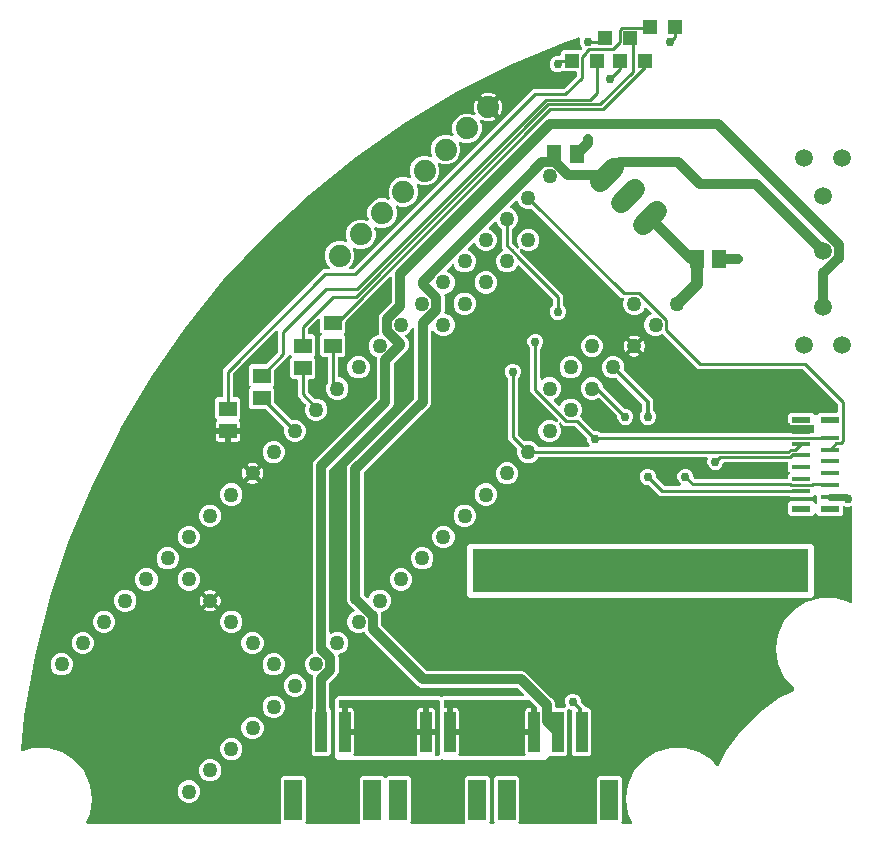
<source format=gtl>
G04 EAGLE Gerber RS-274X export*
G75*
%MOMM*%
%FSLAX34Y34*%
%LPD*%
%INTop Copper*%
%IPPOS*%
%AMOC8*
5,1,8,0,0,1.08239X$1,22.5*%
G01*
%ADD10R,1.200000X1.200000*%
%ADD11C,1.270000*%
%ADD12R,1.000000X3.500000*%
%ADD13R,1.500000X3.400000*%
%ADD14R,1.500000X1.300000*%
%ADD15R,1.600200X0.406400*%
%ADD16R,1.600200X0.609600*%
%ADD17C,1.508000*%
%ADD18C,1.676400*%
%ADD19R,1.300000X1.500000*%
%ADD20C,1.879600*%
%ADD21C,0.254000*%
%ADD22C,0.756400*%
%ADD23C,0.304800*%
%ADD24C,0.812800*%
%ADD25C,0.609600*%
%ADD26C,1.016000*%

G36*
X234639Y10940D02*
X234639Y10940D01*
X234778Y10953D01*
X234797Y10960D01*
X234817Y10963D01*
X234946Y11014D01*
X235077Y11061D01*
X235094Y11072D01*
X235113Y11080D01*
X235225Y11161D01*
X235340Y11239D01*
X235354Y11255D01*
X235370Y11266D01*
X235459Y11373D01*
X235551Y11478D01*
X235560Y11496D01*
X235573Y11511D01*
X235632Y11637D01*
X235695Y11761D01*
X235700Y11781D01*
X235708Y11799D01*
X235734Y11935D01*
X235765Y12071D01*
X235764Y12092D01*
X235768Y12111D01*
X235760Y12250D01*
X235755Y12389D01*
X235750Y12409D01*
X235748Y12429D01*
X235706Y12561D01*
X235667Y12695D01*
X235657Y12712D01*
X235650Y12731D01*
X235576Y12849D01*
X235505Y12969D01*
X235487Y12990D01*
X235480Y13000D01*
X235465Y13014D01*
X235399Y13090D01*
X235351Y13137D01*
X235351Y49663D01*
X237137Y51449D01*
X254663Y51449D01*
X256449Y49663D01*
X256449Y13137D01*
X256401Y13090D01*
X256316Y12980D01*
X256227Y12873D01*
X256219Y12854D01*
X256206Y12838D01*
X256151Y12711D01*
X256092Y12585D01*
X256088Y12565D01*
X256080Y12546D01*
X256058Y12409D01*
X256032Y12272D01*
X256033Y12252D01*
X256030Y12232D01*
X256043Y12093D01*
X256052Y11955D01*
X256058Y11936D01*
X256060Y11916D01*
X256107Y11784D01*
X256150Y11653D01*
X256160Y11636D01*
X256167Y11616D01*
X256246Y11501D01*
X256320Y11384D01*
X256335Y11370D01*
X256346Y11353D01*
X256450Y11261D01*
X256551Y11166D01*
X256569Y11156D01*
X256584Y11143D01*
X256708Y11079D01*
X256830Y11012D01*
X256849Y11007D01*
X256868Y10998D01*
X257004Y10968D01*
X257138Y10933D01*
X257166Y10931D01*
X257178Y10928D01*
X257198Y10929D01*
X257299Y10923D01*
X301501Y10923D01*
X301639Y10940D01*
X301778Y10953D01*
X301797Y10960D01*
X301817Y10963D01*
X301946Y11014D01*
X302077Y11061D01*
X302094Y11072D01*
X302113Y11080D01*
X302225Y11161D01*
X302340Y11239D01*
X302354Y11255D01*
X302370Y11266D01*
X302459Y11373D01*
X302551Y11478D01*
X302560Y11496D01*
X302573Y11511D01*
X302632Y11637D01*
X302695Y11761D01*
X302700Y11781D01*
X302708Y11799D01*
X302734Y11935D01*
X302765Y12071D01*
X302764Y12092D01*
X302768Y12111D01*
X302760Y12250D01*
X302755Y12389D01*
X302750Y12409D01*
X302748Y12429D01*
X302706Y12561D01*
X302667Y12695D01*
X302657Y12712D01*
X302650Y12731D01*
X302576Y12849D01*
X302505Y12969D01*
X302487Y12990D01*
X302480Y13000D01*
X302465Y13014D01*
X302399Y13090D01*
X302351Y13137D01*
X302351Y49663D01*
X304137Y51449D01*
X321663Y51449D01*
X322952Y50159D01*
X323047Y50086D01*
X323136Y50007D01*
X323172Y49989D01*
X323204Y49964D01*
X323313Y49917D01*
X323419Y49863D01*
X323458Y49854D01*
X323496Y49838D01*
X323613Y49819D01*
X323729Y49793D01*
X323770Y49794D01*
X323810Y49788D01*
X323928Y49799D01*
X324047Y49803D01*
X324086Y49814D01*
X324126Y49818D01*
X324239Y49858D01*
X324353Y49891D01*
X324387Y49912D01*
X324426Y49925D01*
X324524Y49992D01*
X324627Y50053D01*
X324672Y50093D01*
X324689Y50104D01*
X324702Y50119D01*
X324747Y50159D01*
X326037Y51449D01*
X343563Y51449D01*
X345349Y49663D01*
X345349Y13137D01*
X345301Y13090D01*
X345216Y12980D01*
X345127Y12873D01*
X345119Y12854D01*
X345106Y12838D01*
X345051Y12711D01*
X344992Y12585D01*
X344988Y12565D01*
X344980Y12546D01*
X344958Y12409D01*
X344932Y12272D01*
X344933Y12252D01*
X344930Y12232D01*
X344943Y12093D01*
X344952Y11955D01*
X344958Y11936D01*
X344960Y11916D01*
X345007Y11784D01*
X345050Y11653D01*
X345060Y11636D01*
X345067Y11616D01*
X345146Y11501D01*
X345220Y11384D01*
X345235Y11370D01*
X345246Y11353D01*
X345350Y11261D01*
X345451Y11166D01*
X345469Y11156D01*
X345484Y11143D01*
X345608Y11079D01*
X345730Y11012D01*
X345749Y11007D01*
X345768Y10998D01*
X345904Y10968D01*
X346038Y10933D01*
X346066Y10931D01*
X346078Y10928D01*
X346098Y10929D01*
X346199Y10923D01*
X390401Y10923D01*
X390539Y10940D01*
X390678Y10953D01*
X390697Y10960D01*
X390717Y10963D01*
X390846Y11014D01*
X390977Y11061D01*
X390994Y11072D01*
X391013Y11080D01*
X391125Y11161D01*
X391240Y11239D01*
X391254Y11255D01*
X391270Y11266D01*
X391359Y11373D01*
X391451Y11478D01*
X391460Y11496D01*
X391473Y11511D01*
X391532Y11637D01*
X391595Y11761D01*
X391600Y11781D01*
X391608Y11799D01*
X391634Y11935D01*
X391665Y12071D01*
X391664Y12092D01*
X391668Y12111D01*
X391660Y12250D01*
X391655Y12389D01*
X391650Y12409D01*
X391648Y12429D01*
X391606Y12561D01*
X391567Y12695D01*
X391557Y12712D01*
X391550Y12731D01*
X391476Y12849D01*
X391405Y12969D01*
X391387Y12990D01*
X391380Y13000D01*
X391365Y13014D01*
X391299Y13090D01*
X391251Y13137D01*
X391251Y49663D01*
X393037Y51449D01*
X410563Y51449D01*
X412349Y49663D01*
X412349Y13137D01*
X412301Y13090D01*
X412216Y12980D01*
X412127Y12873D01*
X412119Y12854D01*
X412106Y12838D01*
X412051Y12711D01*
X411992Y12585D01*
X411988Y12565D01*
X411980Y12546D01*
X411958Y12409D01*
X411932Y12272D01*
X411933Y12252D01*
X411930Y12232D01*
X411943Y12093D01*
X411952Y11955D01*
X411958Y11936D01*
X411960Y11916D01*
X412007Y11784D01*
X412050Y11653D01*
X412060Y11636D01*
X412067Y11616D01*
X412146Y11501D01*
X412220Y11384D01*
X412235Y11370D01*
X412246Y11353D01*
X412350Y11261D01*
X412451Y11166D01*
X412469Y11156D01*
X412484Y11143D01*
X412608Y11079D01*
X412730Y11012D01*
X412749Y11007D01*
X412768Y10998D01*
X412904Y10968D01*
X413038Y10933D01*
X413066Y10931D01*
X413078Y10928D01*
X413098Y10929D01*
X413199Y10923D01*
X415001Y10923D01*
X415139Y10940D01*
X415278Y10953D01*
X415297Y10960D01*
X415317Y10963D01*
X415446Y11014D01*
X415577Y11061D01*
X415594Y11072D01*
X415613Y11080D01*
X415725Y11161D01*
X415840Y11239D01*
X415854Y11255D01*
X415870Y11266D01*
X415959Y11373D01*
X416051Y11478D01*
X416060Y11496D01*
X416073Y11511D01*
X416132Y11637D01*
X416195Y11761D01*
X416200Y11781D01*
X416208Y11799D01*
X416234Y11935D01*
X416265Y12071D01*
X416264Y12092D01*
X416268Y12111D01*
X416260Y12250D01*
X416255Y12389D01*
X416250Y12409D01*
X416248Y12429D01*
X416206Y12561D01*
X416167Y12695D01*
X416157Y12712D01*
X416150Y12731D01*
X416076Y12849D01*
X416005Y12969D01*
X415987Y12990D01*
X415980Y13000D01*
X415965Y13014D01*
X415899Y13090D01*
X415851Y13137D01*
X415851Y49663D01*
X417637Y51449D01*
X435163Y51449D01*
X436949Y49663D01*
X436949Y13137D01*
X436901Y13090D01*
X436816Y12980D01*
X436727Y12873D01*
X436719Y12854D01*
X436706Y12838D01*
X436651Y12711D01*
X436592Y12585D01*
X436588Y12565D01*
X436580Y12546D01*
X436558Y12409D01*
X436532Y12272D01*
X436533Y12252D01*
X436530Y12232D01*
X436543Y12093D01*
X436552Y11955D01*
X436558Y11936D01*
X436560Y11916D01*
X436607Y11784D01*
X436650Y11653D01*
X436660Y11636D01*
X436667Y11616D01*
X436746Y11501D01*
X436820Y11384D01*
X436835Y11370D01*
X436846Y11353D01*
X436950Y11261D01*
X437051Y11166D01*
X437069Y11156D01*
X437084Y11143D01*
X437208Y11079D01*
X437330Y11012D01*
X437349Y11007D01*
X437368Y10998D01*
X437504Y10968D01*
X437638Y10933D01*
X437666Y10931D01*
X437678Y10928D01*
X437698Y10929D01*
X437799Y10923D01*
X502001Y10923D01*
X502139Y10940D01*
X502278Y10953D01*
X502297Y10960D01*
X502317Y10963D01*
X502446Y11014D01*
X502577Y11061D01*
X502594Y11072D01*
X502613Y11080D01*
X502725Y11161D01*
X502840Y11239D01*
X502854Y11255D01*
X502870Y11266D01*
X502959Y11373D01*
X503051Y11478D01*
X503060Y11496D01*
X503073Y11511D01*
X503132Y11637D01*
X503195Y11761D01*
X503200Y11781D01*
X503208Y11799D01*
X503234Y11935D01*
X503265Y12071D01*
X503264Y12092D01*
X503268Y12111D01*
X503260Y12250D01*
X503255Y12389D01*
X503250Y12409D01*
X503248Y12429D01*
X503206Y12561D01*
X503167Y12695D01*
X503157Y12712D01*
X503150Y12731D01*
X503076Y12849D01*
X503005Y12969D01*
X502987Y12990D01*
X502980Y13000D01*
X502965Y13014D01*
X502899Y13090D01*
X502851Y13137D01*
X502851Y49663D01*
X504637Y51449D01*
X522163Y51449D01*
X523949Y49663D01*
X523949Y13137D01*
X523901Y13090D01*
X523816Y12980D01*
X523727Y12873D01*
X523719Y12854D01*
X523706Y12838D01*
X523651Y12711D01*
X523592Y12585D01*
X523588Y12565D01*
X523580Y12546D01*
X523558Y12409D01*
X523532Y12272D01*
X523533Y12252D01*
X523530Y12232D01*
X523543Y12093D01*
X523552Y11955D01*
X523558Y11936D01*
X523560Y11916D01*
X523607Y11784D01*
X523650Y11653D01*
X523660Y11636D01*
X523667Y11616D01*
X523746Y11501D01*
X523820Y11384D01*
X523835Y11370D01*
X523846Y11353D01*
X523950Y11261D01*
X524051Y11166D01*
X524069Y11156D01*
X524084Y11143D01*
X524208Y11079D01*
X524330Y11012D01*
X524349Y11007D01*
X524368Y10998D01*
X524504Y10968D01*
X524638Y10933D01*
X524666Y10931D01*
X524678Y10928D01*
X524698Y10929D01*
X524799Y10923D01*
X531511Y10923D01*
X531582Y10932D01*
X531655Y10931D01*
X531739Y10952D01*
X531826Y10963D01*
X531893Y10989D01*
X531964Y11006D01*
X532041Y11047D01*
X532122Y11080D01*
X532180Y11122D01*
X532244Y11156D01*
X532308Y11215D01*
X532379Y11266D01*
X532425Y11322D01*
X532479Y11371D01*
X532526Y11444D01*
X532582Y11511D01*
X532613Y11577D01*
X532652Y11637D01*
X532680Y11720D01*
X532717Y11799D01*
X532731Y11870D01*
X532754Y11939D01*
X532761Y12026D01*
X532777Y12111D01*
X532773Y12184D01*
X532778Y12256D01*
X532763Y12342D01*
X532758Y12429D01*
X532735Y12498D01*
X532723Y12569D01*
X532665Y12719D01*
X529594Y19445D01*
X527824Y31750D01*
X529594Y44055D01*
X534758Y55363D01*
X542898Y64758D01*
X553356Y71479D01*
X565284Y74981D01*
X577716Y74981D01*
X589644Y71479D01*
X600101Y64758D01*
X604115Y60126D01*
X604146Y60098D01*
X604171Y60065D01*
X604264Y59993D01*
X604351Y59914D01*
X604388Y59895D01*
X604421Y59869D01*
X604529Y59822D01*
X604633Y59767D01*
X604674Y59758D01*
X604713Y59741D01*
X604829Y59722D01*
X604943Y59695D01*
X604985Y59696D01*
X605026Y59689D01*
X605144Y59700D01*
X605261Y59702D01*
X605301Y59714D01*
X605343Y59717D01*
X605454Y59756D01*
X605567Y59788D01*
X605604Y59809D01*
X605643Y59823D01*
X605741Y59889D01*
X605843Y59948D01*
X605872Y59977D01*
X605907Y60000D01*
X605985Y60088D01*
X606070Y60170D01*
X606091Y60206D01*
X606119Y60237D01*
X606202Y60376D01*
X612582Y72738D01*
X625176Y89978D01*
X640272Y105074D01*
X657512Y117668D01*
X669472Y123840D01*
X669563Y123903D01*
X669658Y123958D01*
X669693Y123993D01*
X669734Y124020D01*
X669806Y124104D01*
X669885Y124181D01*
X669911Y124223D01*
X669943Y124260D01*
X669993Y124359D01*
X670050Y124453D01*
X670064Y124500D01*
X670086Y124544D01*
X670109Y124652D01*
X670141Y124758D01*
X670143Y124807D01*
X670154Y124855D01*
X670150Y124965D01*
X670154Y125076D01*
X670144Y125124D01*
X670142Y125173D01*
X670111Y125278D01*
X670088Y125387D01*
X670066Y125431D01*
X670052Y125478D01*
X669996Y125572D01*
X669946Y125671D01*
X669900Y125732D01*
X669889Y125751D01*
X669877Y125763D01*
X669849Y125799D01*
X661758Y135137D01*
X656594Y146445D01*
X654824Y158750D01*
X656594Y171055D01*
X661758Y182363D01*
X669899Y191758D01*
X680357Y198479D01*
X692284Y201981D01*
X704716Y201981D01*
X716644Y198479D01*
X717372Y198011D01*
X717375Y198009D01*
X717377Y198007D01*
X717516Y197942D01*
X717659Y197874D01*
X717662Y197873D01*
X717665Y197872D01*
X717816Y197843D01*
X717971Y197812D01*
X717974Y197812D01*
X717978Y197812D01*
X718131Y197821D01*
X718288Y197830D01*
X718292Y197831D01*
X718295Y197832D01*
X718442Y197879D01*
X718591Y197927D01*
X718594Y197929D01*
X718597Y197930D01*
X718729Y198013D01*
X718861Y198095D01*
X718863Y198098D01*
X718866Y198100D01*
X718974Y198214D01*
X719080Y198326D01*
X719082Y198329D01*
X719084Y198331D01*
X719158Y198466D01*
X719235Y198604D01*
X719236Y198607D01*
X719238Y198610D01*
X719276Y198761D01*
X719316Y198911D01*
X719316Y198915D01*
X719317Y198918D01*
X719327Y199079D01*
X719327Y278562D01*
X719321Y278612D01*
X719323Y278661D01*
X719301Y278769D01*
X719287Y278878D01*
X719269Y278924D01*
X719259Y278973D01*
X719211Y279071D01*
X719170Y279173D01*
X719141Y279214D01*
X719119Y279258D01*
X719048Y279342D01*
X718984Y279431D01*
X718945Y279462D01*
X718913Y279500D01*
X718823Y279563D01*
X718739Y279634D01*
X718694Y279655D01*
X718653Y279683D01*
X718550Y279722D01*
X718451Y279769D01*
X718402Y279778D01*
X718356Y279796D01*
X718246Y279808D01*
X718139Y279829D01*
X718089Y279826D01*
X718040Y279831D01*
X717931Y279816D01*
X717821Y279809D01*
X717774Y279794D01*
X717725Y279787D01*
X717572Y279735D01*
X716905Y279458D01*
X714187Y279458D01*
X712829Y280021D01*
X712781Y280034D01*
X712736Y280055D01*
X712628Y280076D01*
X712522Y280105D01*
X712472Y280106D01*
X712423Y280115D01*
X712314Y280108D01*
X712204Y280110D01*
X712156Y280098D01*
X712106Y280095D01*
X712002Y280062D01*
X711895Y280036D01*
X711851Y280013D01*
X711804Y279997D01*
X711711Y279939D01*
X711614Y279887D01*
X711577Y279854D01*
X711535Y279827D01*
X711460Y279747D01*
X711378Y279673D01*
X711351Y279632D01*
X711317Y279596D01*
X711264Y279499D01*
X711204Y279408D01*
X711187Y279360D01*
X711163Y279317D01*
X711136Y279211D01*
X711100Y279107D01*
X711096Y279057D01*
X711084Y279009D01*
X711074Y278848D01*
X711074Y273624D01*
X709288Y271838D01*
X690760Y271838D01*
X688983Y273615D01*
X688889Y273688D01*
X688800Y273767D01*
X688764Y273785D01*
X688732Y273810D01*
X688623Y273857D01*
X688517Y273911D01*
X688478Y273920D01*
X688440Y273936D01*
X688323Y273955D01*
X688207Y273981D01*
X688166Y273980D01*
X688126Y273986D01*
X688008Y273975D01*
X687889Y273971D01*
X687850Y273960D01*
X687810Y273956D01*
X687698Y273916D01*
X687583Y273883D01*
X687548Y273862D01*
X687510Y273849D01*
X687412Y273782D01*
X687309Y273721D01*
X687264Y273682D01*
X687247Y273670D01*
X687234Y273655D01*
X687188Y273615D01*
X685412Y271838D01*
X666884Y271838D01*
X665098Y273624D01*
X665098Y282246D01*
X666884Y284032D01*
X685412Y284032D01*
X687188Y282255D01*
X687283Y282182D01*
X687372Y282103D01*
X687408Y282085D01*
X687440Y282060D01*
X687549Y282013D01*
X687655Y281959D01*
X687694Y281950D01*
X687732Y281934D01*
X687849Y281915D01*
X687965Y281889D01*
X688006Y281890D01*
X688046Y281884D01*
X688164Y281895D01*
X688283Y281899D01*
X688322Y281910D01*
X688362Y281914D01*
X688475Y281954D01*
X688589Y281987D01*
X688623Y282008D01*
X688662Y282021D01*
X688760Y282088D01*
X688863Y282149D01*
X688908Y282189D01*
X688925Y282200D01*
X688938Y282215D01*
X688983Y282255D01*
X689256Y282528D01*
X689330Y282622D01*
X689408Y282711D01*
X689427Y282747D01*
X689451Y282779D01*
X689499Y282889D01*
X689553Y282995D01*
X689562Y283034D01*
X689578Y283071D01*
X689596Y283189D01*
X689622Y283305D01*
X689621Y283345D01*
X689628Y283385D01*
X689616Y283504D01*
X689613Y283623D01*
X689602Y283662D01*
X689598Y283702D01*
X689557Y283814D01*
X689524Y283928D01*
X689504Y283963D01*
X689490Y284001D01*
X689423Y284100D01*
X689363Y284202D01*
X689323Y284247D01*
X689312Y284264D01*
X689296Y284278D01*
X689256Y284323D01*
X688974Y284605D01*
X688974Y288317D01*
X688957Y288455D01*
X688944Y288594D01*
X688937Y288613D01*
X688934Y288633D01*
X688883Y288762D01*
X688836Y288893D01*
X688825Y288910D01*
X688817Y288929D01*
X688736Y289041D01*
X688658Y289156D01*
X688642Y289170D01*
X688631Y289186D01*
X688523Y289275D01*
X688419Y289367D01*
X688401Y289376D01*
X688386Y289389D01*
X688260Y289448D01*
X688136Y289511D01*
X688116Y289516D01*
X688098Y289524D01*
X687961Y289550D01*
X687826Y289581D01*
X687805Y289580D01*
X687786Y289584D01*
X687647Y289576D01*
X687508Y289571D01*
X687488Y289566D01*
X687468Y289564D01*
X687336Y289522D01*
X687202Y289483D01*
X687185Y289473D01*
X687166Y289466D01*
X687048Y289392D01*
X686928Y289321D01*
X686907Y289303D01*
X686897Y289296D01*
X686883Y289281D01*
X686808Y289215D01*
X685412Y287819D01*
X666884Y287819D01*
X666494Y288210D01*
X666416Y288270D01*
X666344Y288338D01*
X666291Y288367D01*
X666243Y288404D01*
X666152Y288444D01*
X666065Y288492D01*
X666006Y288507D01*
X665951Y288531D01*
X665853Y288546D01*
X665757Y288571D01*
X665657Y288577D01*
X665637Y288581D01*
X665624Y288579D01*
X665596Y288581D01*
X556211Y288581D01*
X547195Y297598D01*
X547117Y297658D01*
X547044Y297726D01*
X546991Y297755D01*
X546944Y297792D01*
X546853Y297832D01*
X546766Y297880D01*
X546707Y297895D01*
X546652Y297919D01*
X546554Y297934D01*
X546458Y297959D01*
X546358Y297965D01*
X546338Y297969D01*
X546325Y297967D01*
X546297Y297969D01*
X544741Y297969D01*
X542231Y299009D01*
X540309Y300931D01*
X539269Y303441D01*
X539269Y306159D01*
X540309Y308669D01*
X542231Y310591D01*
X544741Y311631D01*
X547459Y311631D01*
X549969Y310591D01*
X551891Y308669D01*
X552931Y306159D01*
X552931Y304603D01*
X552943Y304504D01*
X552946Y304405D01*
X552963Y304347D01*
X552971Y304287D01*
X553007Y304195D01*
X553035Y304100D01*
X553065Y304048D01*
X553088Y303991D01*
X553146Y303911D01*
X553196Y303826D01*
X553262Y303751D01*
X553274Y303734D01*
X553284Y303726D01*
X553302Y303705D01*
X559417Y297590D01*
X559495Y297530D01*
X559568Y297462D01*
X559621Y297433D01*
X559668Y297396D01*
X559759Y297356D01*
X559846Y297308D01*
X559905Y297293D01*
X559960Y297269D01*
X560058Y297254D01*
X560154Y297229D01*
X560254Y297223D01*
X560274Y297219D01*
X560287Y297221D01*
X560315Y297219D01*
X572707Y297219D01*
X572844Y297236D01*
X572983Y297249D01*
X573002Y297256D01*
X573022Y297259D01*
X573151Y297310D01*
X573283Y297357D01*
X573299Y297368D01*
X573318Y297376D01*
X573431Y297457D01*
X573546Y297535D01*
X573559Y297551D01*
X573576Y297562D01*
X573664Y297670D01*
X573756Y297774D01*
X573765Y297792D01*
X573778Y297807D01*
X573838Y297933D01*
X573901Y298057D01*
X573905Y298077D01*
X573914Y298095D01*
X573940Y298232D01*
X573970Y298367D01*
X573970Y298388D01*
X573974Y298407D01*
X573965Y298546D01*
X573961Y298685D01*
X573955Y298705D01*
X573954Y298725D01*
X573911Y298857D01*
X573872Y298991D01*
X573862Y299008D01*
X573856Y299027D01*
X573781Y299145D01*
X573711Y299265D01*
X573692Y299286D01*
X573686Y299296D01*
X573671Y299310D01*
X573604Y299385D01*
X572059Y300931D01*
X571019Y303441D01*
X571019Y306159D01*
X572059Y308669D01*
X573981Y310591D01*
X576491Y311631D01*
X579209Y311631D01*
X581719Y310591D01*
X583641Y308669D01*
X584681Y306159D01*
X584681Y304603D01*
X584693Y304504D01*
X584696Y304405D01*
X584713Y304347D01*
X584721Y304287D01*
X584757Y304195D01*
X584785Y304100D01*
X584815Y304048D01*
X584838Y303991D01*
X584896Y303911D01*
X584946Y303826D01*
X585012Y303751D01*
X585024Y303734D01*
X585034Y303726D01*
X585052Y303705D01*
X585617Y303140D01*
X585695Y303080D01*
X585768Y303012D01*
X585821Y302983D01*
X585868Y302946D01*
X585959Y302906D01*
X586046Y302858D01*
X586105Y302843D01*
X586160Y302819D01*
X586258Y302804D01*
X586354Y302779D01*
X586454Y302773D01*
X586474Y302769D01*
X586487Y302771D01*
X586515Y302769D01*
X663829Y302769D01*
X663947Y302784D01*
X664066Y302791D01*
X664104Y302804D01*
X664145Y302809D01*
X664255Y302852D01*
X664368Y302889D01*
X664403Y302911D01*
X664440Y302926D01*
X664536Y302995D01*
X664637Y303059D01*
X664665Y303089D01*
X664698Y303112D01*
X664774Y303204D01*
X664855Y303291D01*
X664875Y303326D01*
X664900Y303357D01*
X664951Y303465D01*
X665009Y303569D01*
X665019Y303609D01*
X665036Y303645D01*
X665058Y303762D01*
X665088Y303877D01*
X665092Y303937D01*
X665096Y303957D01*
X665094Y303978D01*
X665098Y304038D01*
X665098Y306195D01*
X665906Y307003D01*
X665979Y307097D01*
X666058Y307186D01*
X666076Y307222D01*
X666101Y307254D01*
X666148Y307363D01*
X666202Y307469D01*
X666211Y307508D01*
X666227Y307546D01*
X666246Y307663D01*
X666272Y307779D01*
X666271Y307820D01*
X666277Y307860D01*
X666266Y307978D01*
X666262Y308097D01*
X666251Y308136D01*
X666247Y308176D01*
X666207Y308288D01*
X666174Y308403D01*
X666153Y308438D01*
X666140Y308476D01*
X666073Y308574D01*
X666012Y308677D01*
X665973Y308722D01*
X665961Y308739D01*
X665946Y308752D01*
X665906Y308798D01*
X665098Y309605D01*
X665098Y316003D01*
X665083Y316121D01*
X665076Y316240D01*
X665063Y316278D01*
X665058Y316319D01*
X665015Y316429D01*
X664978Y316543D01*
X664956Y316577D01*
X664941Y316614D01*
X664872Y316710D01*
X664808Y316811D01*
X664778Y316839D01*
X664755Y316872D01*
X664663Y316948D01*
X664576Y317029D01*
X664541Y317049D01*
X664510Y317074D01*
X664402Y317125D01*
X664298Y317183D01*
X664258Y317193D01*
X664222Y317210D01*
X664105Y317232D01*
X663990Y317262D01*
X663930Y317266D01*
X663910Y317270D01*
X663889Y317269D01*
X663829Y317272D01*
X611350Y317272D01*
X611232Y317257D01*
X611113Y317250D01*
X611075Y317238D01*
X611034Y317232D01*
X610924Y317189D01*
X610811Y317152D01*
X610776Y317130D01*
X610739Y317115D01*
X610643Y317046D01*
X610542Y316982D01*
X610514Y316952D01*
X610481Y316929D01*
X610405Y316837D01*
X610324Y316750D01*
X610304Y316715D01*
X610279Y316684D01*
X610228Y316576D01*
X610170Y316472D01*
X610160Y316432D01*
X610143Y316396D01*
X610121Y316279D01*
X610092Y316169D01*
X609041Y313631D01*
X607119Y311709D01*
X604609Y310669D01*
X601891Y310669D01*
X599381Y311709D01*
X597459Y313631D01*
X596419Y316141D01*
X596419Y318859D01*
X596719Y319581D01*
X596732Y319629D01*
X596753Y319674D01*
X596774Y319782D01*
X596803Y319888D01*
X596803Y319938D01*
X596813Y319987D01*
X596806Y320096D01*
X596808Y320206D01*
X596796Y320255D01*
X596793Y320304D01*
X596759Y320408D01*
X596733Y320515D01*
X596710Y320559D01*
X596695Y320607D01*
X596636Y320699D01*
X596585Y320796D01*
X596551Y320833D01*
X596525Y320875D01*
X596445Y320951D01*
X596371Y321032D01*
X596329Y321059D01*
X596293Y321093D01*
X596197Y321146D01*
X596105Y321207D01*
X596058Y321223D01*
X596015Y321247D01*
X595908Y321274D01*
X595804Y321310D01*
X595755Y321314D01*
X595707Y321326D01*
X595546Y321336D01*
X454074Y321336D01*
X454045Y321333D01*
X454015Y321335D01*
X453887Y321313D01*
X453759Y321297D01*
X453731Y321286D01*
X453702Y321281D01*
X453584Y321227D01*
X453463Y321179D01*
X453439Y321162D01*
X453412Y321150D01*
X453311Y321069D01*
X453206Y320993D01*
X453187Y320970D01*
X453164Y320951D01*
X453086Y320848D01*
X453003Y320748D01*
X452990Y320721D01*
X452972Y320697D01*
X452901Y320553D01*
X452810Y320331D01*
X450166Y317687D01*
X446711Y316256D01*
X442972Y316256D01*
X439518Y317687D01*
X436874Y320331D01*
X435443Y323786D01*
X435443Y327525D01*
X435535Y327746D01*
X435543Y327775D01*
X435556Y327801D01*
X435565Y327840D01*
X435566Y327842D01*
X435569Y327859D01*
X435585Y327928D01*
X435619Y328053D01*
X435619Y328083D01*
X435626Y328111D01*
X435625Y328149D01*
X435626Y328155D01*
X435623Y328195D01*
X435622Y328241D01*
X435624Y328371D01*
X435617Y328400D01*
X435616Y328429D01*
X435607Y328462D01*
X435606Y328472D01*
X435585Y328538D01*
X435580Y328554D01*
X435550Y328680D01*
X435536Y328706D01*
X435528Y328735D01*
X435513Y328760D01*
X435508Y328775D01*
X435458Y328853D01*
X435401Y328961D01*
X435381Y328983D01*
X435366Y329009D01*
X435343Y329035D01*
X435338Y329043D01*
X435325Y329055D01*
X435260Y329130D01*
X427481Y336908D01*
X427481Y387833D01*
X427469Y387931D01*
X427466Y388030D01*
X427449Y388088D01*
X427441Y388148D01*
X427405Y388241D01*
X427377Y388336D01*
X427347Y388388D01*
X427324Y388444D01*
X427266Y388524D01*
X427216Y388610D01*
X427150Y388685D01*
X427138Y388701D01*
X427128Y388709D01*
X427110Y388730D01*
X426009Y389831D01*
X424969Y392341D01*
X424969Y395059D01*
X426009Y397569D01*
X427931Y399491D01*
X430441Y400531D01*
X433159Y400531D01*
X435669Y399491D01*
X437591Y397569D01*
X438631Y395059D01*
X438631Y392341D01*
X437591Y389831D01*
X436490Y388730D01*
X436430Y388652D01*
X436362Y388580D01*
X436333Y388527D01*
X436296Y388479D01*
X436256Y388388D01*
X436208Y388302D01*
X436193Y388243D01*
X436169Y388187D01*
X436154Y388089D01*
X436129Y387994D01*
X436123Y387894D01*
X436119Y387873D01*
X436121Y387861D01*
X436119Y387833D01*
X436119Y341012D01*
X436131Y340913D01*
X436134Y340814D01*
X436151Y340756D01*
X436159Y340696D01*
X436195Y340604D01*
X436223Y340509D01*
X436253Y340457D01*
X436276Y340400D01*
X436334Y340320D01*
X436384Y340235D01*
X436450Y340159D01*
X436462Y340143D01*
X436472Y340135D01*
X436490Y340114D01*
X441367Y335237D01*
X441391Y335219D01*
X441410Y335197D01*
X441516Y335122D01*
X441619Y335042D01*
X441646Y335030D01*
X441670Y335013D01*
X441791Y334968D01*
X441910Y334916D01*
X441940Y334911D01*
X441967Y334901D01*
X442096Y334886D01*
X442225Y334866D01*
X442254Y334869D01*
X442283Y334866D01*
X442412Y334884D01*
X442541Y334896D01*
X442569Y334906D01*
X442598Y334910D01*
X442751Y334962D01*
X442972Y335054D01*
X446711Y335054D01*
X450166Y333623D01*
X452810Y330979D01*
X452901Y330757D01*
X452916Y330732D01*
X452925Y330704D01*
X452995Y330594D01*
X453059Y330481D01*
X453080Y330460D01*
X453095Y330435D01*
X453190Y330346D01*
X453280Y330253D01*
X453305Y330237D01*
X453327Y330217D01*
X453441Y330154D01*
X453551Y330086D01*
X453580Y330078D01*
X453605Y330064D01*
X453731Y330031D01*
X453855Y329993D01*
X453885Y329991D01*
X453913Y329984D01*
X454074Y329974D01*
X495502Y329974D01*
X495640Y329991D01*
X495778Y330004D01*
X495797Y330011D01*
X495817Y330014D01*
X495947Y330065D01*
X496078Y330112D01*
X496094Y330123D01*
X496113Y330131D01*
X496226Y330212D01*
X496341Y330290D01*
X496354Y330306D01*
X496370Y330318D01*
X496459Y330425D01*
X496551Y330529D01*
X496560Y330547D01*
X496573Y330563D01*
X496632Y330688D01*
X496696Y330812D01*
X496700Y330832D01*
X496709Y330850D01*
X496735Y330987D01*
X496765Y331122D01*
X496765Y331143D01*
X496769Y331163D01*
X496760Y331301D01*
X496756Y331440D01*
X496750Y331460D01*
X496749Y331480D01*
X496706Y331612D01*
X496667Y331746D01*
X496657Y331763D01*
X496651Y331783D01*
X496576Y331900D01*
X496506Y332020D01*
X496487Y332041D01*
X496481Y332051D01*
X496466Y332065D01*
X496399Y332141D01*
X495859Y332681D01*
X494819Y335191D01*
X494819Y336747D01*
X494807Y336846D01*
X494804Y336945D01*
X494787Y337003D01*
X494779Y337063D01*
X494743Y337155D01*
X494715Y337250D01*
X494685Y337302D01*
X494662Y337359D01*
X494604Y337439D01*
X494554Y337524D01*
X494488Y337599D01*
X494476Y337616D01*
X494466Y337624D01*
X494448Y337645D01*
X484351Y347742D01*
X484273Y347802D01*
X484200Y347870D01*
X484147Y347899D01*
X484100Y347936D01*
X484009Y347976D01*
X483922Y348024D01*
X483863Y348039D01*
X483808Y348063D01*
X483710Y348078D01*
X483614Y348103D01*
X483514Y348109D01*
X483494Y348113D01*
X483481Y348112D01*
X483453Y348113D01*
X475186Y348113D01*
X472744Y350556D01*
X472689Y350599D01*
X472640Y350649D01*
X472563Y350696D01*
X472492Y350751D01*
X472428Y350779D01*
X472369Y350815D01*
X472283Y350841D01*
X472201Y350877D01*
X472132Y350888D01*
X472065Y350909D01*
X471975Y350913D01*
X471886Y350927D01*
X471817Y350921D01*
X471747Y350924D01*
X471659Y350906D01*
X471570Y350897D01*
X471504Y350874D01*
X471436Y350860D01*
X471355Y350820D01*
X471271Y350790D01*
X471213Y350751D01*
X471150Y350720D01*
X471082Y350662D01*
X471007Y350611D01*
X470961Y350559D01*
X470908Y350513D01*
X470856Y350440D01*
X470797Y350373D01*
X470765Y350310D01*
X470725Y350253D01*
X470693Y350169D01*
X470652Y350089D01*
X470637Y350021D01*
X470612Y349956D01*
X470602Y349867D01*
X470583Y349779D01*
X470585Y349709D01*
X470577Y349640D01*
X470590Y349551D01*
X470592Y349461D01*
X470612Y349394D01*
X470622Y349325D01*
X470674Y349173D01*
X472201Y345485D01*
X472201Y341746D01*
X470770Y338292D01*
X468126Y335648D01*
X464672Y334217D01*
X460933Y334217D01*
X457478Y335648D01*
X454834Y338292D01*
X453404Y341746D01*
X453404Y345485D01*
X454834Y348940D01*
X457478Y351584D01*
X460933Y353014D01*
X464672Y353014D01*
X468359Y351487D01*
X468427Y351469D01*
X468491Y351441D01*
X468580Y351427D01*
X468666Y351403D01*
X468736Y351402D01*
X468805Y351391D01*
X468894Y351399D01*
X468984Y351398D01*
X469052Y351414D01*
X469121Y351421D01*
X469206Y351451D01*
X469293Y351472D01*
X469355Y351505D01*
X469421Y351528D01*
X469495Y351579D01*
X469574Y351621D01*
X469626Y351668D01*
X469684Y351707D01*
X469743Y351774D01*
X469810Y351835D01*
X469848Y351893D01*
X469894Y351945D01*
X469935Y352025D01*
X469985Y352100D01*
X470007Y352167D01*
X470039Y352229D01*
X470059Y352316D01*
X470088Y352401D01*
X470093Y352471D01*
X470109Y352539D01*
X470106Y352629D01*
X470113Y352718D01*
X470101Y352787D01*
X470099Y352857D01*
X470074Y352943D01*
X470059Y353032D01*
X470030Y353095D01*
X470011Y353162D01*
X469965Y353240D01*
X469928Y353322D01*
X469885Y353376D01*
X469849Y353436D01*
X469743Y353557D01*
X449433Y373867D01*
X446531Y376768D01*
X446531Y413233D01*
X446519Y413331D01*
X446516Y413430D01*
X446499Y413488D01*
X446491Y413548D01*
X446455Y413640D01*
X446427Y413736D01*
X446397Y413788D01*
X446374Y413844D01*
X446316Y413924D01*
X446266Y414010D01*
X446200Y414085D01*
X446188Y414101D01*
X446178Y414109D01*
X446159Y414130D01*
X445059Y415231D01*
X444019Y417741D01*
X444019Y420459D01*
X445059Y422969D01*
X446981Y424891D01*
X449491Y425931D01*
X452209Y425931D01*
X454719Y424891D01*
X456641Y422969D01*
X457681Y420459D01*
X457681Y417741D01*
X456641Y415231D01*
X455541Y414130D01*
X455480Y414052D01*
X455412Y413980D01*
X455383Y413927D01*
X455346Y413879D01*
X455306Y413788D01*
X455258Y413702D01*
X455243Y413643D01*
X455219Y413587D01*
X455204Y413489D01*
X455179Y413394D01*
X455173Y413294D01*
X455169Y413273D01*
X455171Y413261D01*
X455169Y413233D01*
X455169Y388259D01*
X455186Y388121D01*
X455199Y387983D01*
X455206Y387964D01*
X455209Y387944D01*
X455260Y387814D01*
X455307Y387683D01*
X455318Y387667D01*
X455326Y387648D01*
X455407Y387535D01*
X455485Y387420D01*
X455501Y387407D01*
X455512Y387391D01*
X455620Y387302D01*
X455724Y387210D01*
X455742Y387201D01*
X455757Y387188D01*
X455883Y387129D01*
X456007Y387065D01*
X456027Y387061D01*
X456045Y387052D01*
X456181Y387026D01*
X456317Y386996D01*
X456338Y386996D01*
X456357Y386992D01*
X456496Y387001D01*
X456635Y387005D01*
X456655Y387011D01*
X456675Y387012D01*
X456807Y387055D01*
X456941Y387094D01*
X456958Y387104D01*
X456977Y387110D01*
X457095Y387185D01*
X457215Y387255D01*
X457236Y387274D01*
X457246Y387280D01*
X457260Y387295D01*
X457336Y387362D01*
X457478Y387505D01*
X460933Y388935D01*
X464672Y388935D01*
X468126Y387505D01*
X470770Y384861D01*
X472201Y381406D01*
X472201Y377667D01*
X470770Y374213D01*
X468126Y371569D01*
X466925Y371071D01*
X466882Y371047D01*
X466835Y371030D01*
X466745Y370968D01*
X466649Y370914D01*
X466613Y370879D01*
X466572Y370851D01*
X466500Y370769D01*
X466421Y370693D01*
X466395Y370650D01*
X466362Y370613D01*
X466312Y370515D01*
X466254Y370421D01*
X466240Y370374D01*
X466217Y370330D01*
X466193Y370223D01*
X466161Y370118D01*
X466158Y370068D01*
X466148Y370019D01*
X466151Y369910D01*
X466146Y369800D01*
X466156Y369751D01*
X466157Y369702D01*
X466188Y369596D01*
X466210Y369488D01*
X466232Y369444D01*
X466246Y369396D01*
X466301Y369301D01*
X466350Y369203D01*
X466382Y369165D01*
X466407Y369122D01*
X466514Y369001D01*
X470227Y365287D01*
X470267Y365257D01*
X470300Y365220D01*
X470392Y365160D01*
X470479Y365093D01*
X470524Y365073D01*
X470566Y365045D01*
X470670Y365010D01*
X470771Y364966D01*
X470820Y364958D01*
X470867Y364942D01*
X470976Y364934D01*
X471085Y364916D01*
X471134Y364921D01*
X471184Y364917D01*
X471292Y364936D01*
X471401Y364946D01*
X471448Y364963D01*
X471497Y364971D01*
X471597Y365017D01*
X471701Y365054D01*
X471742Y365082D01*
X471787Y365102D01*
X471873Y365171D01*
X471964Y365232D01*
X471996Y365270D01*
X472035Y365301D01*
X472102Y365388D01*
X472174Y365471D01*
X472197Y365515D01*
X472227Y365555D01*
X472298Y365699D01*
X472795Y366900D01*
X475439Y369544D01*
X478893Y370975D01*
X482632Y370975D01*
X486087Y369544D01*
X488731Y366900D01*
X490162Y363446D01*
X490162Y359707D01*
X488857Y356558D01*
X488850Y356530D01*
X488836Y356503D01*
X488808Y356377D01*
X488773Y356252D01*
X488773Y356222D01*
X488767Y356193D01*
X488770Y356063D01*
X488768Y355934D01*
X488775Y355905D01*
X488776Y355875D01*
X488812Y355751D01*
X488843Y355624D01*
X488856Y355598D01*
X488865Y355570D01*
X488931Y355458D01*
X488991Y355343D01*
X489011Y355321D01*
X489026Y355296D01*
X489133Y355175D01*
X490458Y353849D01*
X500555Y343752D01*
X500633Y343692D01*
X500706Y343624D01*
X500759Y343595D01*
X500806Y343558D01*
X500897Y343518D01*
X500984Y343470D01*
X501043Y343455D01*
X501098Y343431D01*
X501196Y343416D01*
X501292Y343391D01*
X501392Y343385D01*
X501412Y343381D01*
X501425Y343383D01*
X501453Y343381D01*
X503009Y343381D01*
X505581Y342315D01*
X505590Y342313D01*
X505598Y342308D01*
X505743Y342271D01*
X505887Y342231D01*
X505897Y342231D01*
X505906Y342229D01*
X506066Y342219D01*
X659339Y342219D01*
X659358Y342193D01*
X659421Y342092D01*
X659451Y342064D01*
X659474Y342031D01*
X659566Y341956D01*
X659653Y341874D01*
X659688Y341854D01*
X659719Y341829D01*
X659827Y341778D01*
X659931Y341720D01*
X659971Y341710D01*
X660007Y341693D01*
X660124Y341671D01*
X660239Y341641D01*
X660300Y341637D01*
X660320Y341633D01*
X660340Y341635D01*
X660400Y341631D01*
X685800Y341631D01*
X685918Y341646D01*
X686037Y341653D01*
X686075Y341666D01*
X686116Y341671D01*
X686226Y341714D01*
X686339Y341751D01*
X686374Y341773D01*
X686411Y341788D01*
X686507Y341858D01*
X686608Y341921D01*
X686636Y341951D01*
X686669Y341974D01*
X686745Y342066D01*
X686826Y342153D01*
X686846Y342188D01*
X686871Y342219D01*
X686922Y342327D01*
X686980Y342431D01*
X686990Y342471D01*
X687007Y342507D01*
X687029Y342624D01*
X687059Y342739D01*
X687063Y342800D01*
X687067Y342820D01*
X687065Y342840D01*
X687069Y342900D01*
X687069Y347517D01*
X687052Y347654D01*
X687039Y347793D01*
X687032Y347812D01*
X687029Y347832D01*
X686978Y347961D01*
X686931Y348092D01*
X686920Y348109D01*
X686912Y348128D01*
X686831Y348240D01*
X686753Y348355D01*
X686737Y348369D01*
X686726Y348385D01*
X686618Y348474D01*
X686514Y348566D01*
X686496Y348575D01*
X686481Y348588D01*
X686355Y348647D01*
X686231Y348711D01*
X686211Y348715D01*
X686193Y348724D01*
X686057Y348750D01*
X685921Y348780D01*
X685900Y348780D01*
X685881Y348783D01*
X685742Y348775D01*
X685603Y348771D01*
X685583Y348765D01*
X685563Y348764D01*
X685431Y348721D01*
X685297Y348682D01*
X685280Y348672D01*
X685261Y348666D01*
X685143Y348591D01*
X685023Y348521D01*
X685002Y348502D01*
X684992Y348495D01*
X684978Y348481D01*
X684903Y348414D01*
X684781Y348292D01*
X667515Y348292D01*
X666622Y349185D01*
X666622Y349250D01*
X666607Y349368D01*
X666600Y349487D01*
X666587Y349525D01*
X666582Y349566D01*
X666539Y349676D01*
X666502Y349789D01*
X666480Y349824D01*
X666465Y349861D01*
X666396Y349957D01*
X666332Y350058D01*
X666302Y350086D01*
X666279Y350119D01*
X666187Y350195D01*
X666100Y350276D01*
X666065Y350296D01*
X666034Y350321D01*
X665926Y350372D01*
X665822Y350430D01*
X665782Y350440D01*
X665746Y350457D01*
X665629Y350479D01*
X665514Y350509D01*
X665454Y350513D01*
X665434Y350517D01*
X665413Y350515D01*
X665353Y350519D01*
X665098Y350519D01*
X665098Y357176D01*
X666884Y358962D01*
X685412Y358962D01*
X687189Y357185D01*
X687283Y357112D01*
X687372Y357033D01*
X687408Y357015D01*
X687440Y356990D01*
X687549Y356943D01*
X687655Y356889D01*
X687694Y356880D01*
X687732Y356864D01*
X687849Y356845D01*
X687965Y356819D01*
X688006Y356820D01*
X688046Y356814D01*
X688164Y356825D01*
X688283Y356829D01*
X688322Y356840D01*
X688362Y356844D01*
X688474Y356884D01*
X688589Y356917D01*
X688624Y356938D01*
X688662Y356951D01*
X688760Y357018D01*
X688863Y357079D01*
X688908Y357118D01*
X688925Y357130D01*
X688938Y357145D01*
X688984Y357185D01*
X690760Y358962D01*
X705612Y358962D01*
X705730Y358977D01*
X705849Y358984D01*
X705887Y358997D01*
X705928Y359002D01*
X706038Y359045D01*
X706151Y359082D01*
X706186Y359104D01*
X706223Y359119D01*
X706319Y359188D01*
X706420Y359252D01*
X706448Y359282D01*
X706481Y359305D01*
X706557Y359397D01*
X706638Y359484D01*
X706658Y359519D01*
X706683Y359550D01*
X706734Y359658D01*
X706792Y359762D01*
X706802Y359802D01*
X706819Y359838D01*
X706841Y359955D01*
X706871Y360070D01*
X706875Y360130D01*
X706879Y360150D01*
X706877Y360171D01*
X706881Y360231D01*
X706881Y365985D01*
X706869Y366084D01*
X706866Y366183D01*
X706849Y366241D01*
X706841Y366301D01*
X706805Y366393D01*
X706777Y366488D01*
X706747Y366540D01*
X706724Y366597D01*
X706666Y366677D01*
X706616Y366762D01*
X706550Y366837D01*
X706538Y366854D01*
X706528Y366862D01*
X706510Y366883D01*
X678033Y395360D01*
X677955Y395420D01*
X677882Y395488D01*
X677829Y395517D01*
X677782Y395554D01*
X677691Y395594D01*
X677604Y395642D01*
X677545Y395657D01*
X677490Y395681D01*
X677392Y395696D01*
X677296Y395721D01*
X677196Y395727D01*
X677176Y395731D01*
X677163Y395729D01*
X677135Y395731D01*
X588761Y395731D01*
X559316Y425177D01*
X559292Y425195D01*
X559273Y425217D01*
X559167Y425292D01*
X559064Y425372D01*
X559037Y425383D01*
X559013Y425400D01*
X558892Y425446D01*
X558773Y425498D01*
X558743Y425503D01*
X558716Y425513D01*
X558587Y425527D01*
X558458Y425548D01*
X558429Y425545D01*
X558400Y425548D01*
X558271Y425530D01*
X558142Y425518D01*
X558114Y425508D01*
X558085Y425504D01*
X557932Y425452D01*
X554474Y424019D01*
X550735Y424019D01*
X547281Y425450D01*
X544637Y428094D01*
X543206Y431549D01*
X543206Y435288D01*
X544637Y438742D01*
X547281Y441386D01*
X548482Y441883D01*
X548525Y441908D01*
X548572Y441925D01*
X548663Y441987D01*
X548758Y442041D01*
X548794Y442076D01*
X548835Y442103D01*
X548907Y442186D01*
X548986Y442262D01*
X549012Y442305D01*
X549045Y442342D01*
X549095Y442440D01*
X549153Y442533D01*
X549167Y442581D01*
X549190Y442625D01*
X549214Y442732D01*
X549246Y442837D01*
X549249Y442887D01*
X549259Y442935D01*
X549256Y443045D01*
X549261Y443155D01*
X549251Y443204D01*
X549250Y443253D01*
X549219Y443359D01*
X549197Y443466D01*
X549175Y443511D01*
X549161Y443559D01*
X549106Y443653D01*
X549057Y443752D01*
X549025Y443790D01*
X549000Y443833D01*
X548893Y443954D01*
X545180Y447667D01*
X545140Y447698D01*
X545107Y447735D01*
X545015Y447795D01*
X544928Y447862D01*
X544883Y447882D01*
X544841Y447909D01*
X544738Y447945D01*
X544637Y447989D01*
X544587Y447996D01*
X544540Y448013D01*
X544431Y448021D01*
X544322Y448038D01*
X544273Y448034D01*
X544223Y448038D01*
X544115Y448019D01*
X544006Y448009D01*
X543959Y447992D01*
X543910Y447983D01*
X543810Y447938D01*
X543707Y447901D01*
X543665Y447873D01*
X543620Y447853D01*
X543534Y447784D01*
X543443Y447722D01*
X543411Y447685D01*
X543372Y447654D01*
X543306Y447566D01*
X543233Y447484D01*
X543210Y447440D01*
X543180Y447400D01*
X543110Y447256D01*
X542612Y446055D01*
X539968Y443411D01*
X536514Y441980D01*
X532775Y441980D01*
X529320Y443411D01*
X526676Y446055D01*
X525246Y449509D01*
X525246Y453248D01*
X525743Y454449D01*
X525756Y454497D01*
X525777Y454542D01*
X525798Y454650D01*
X525827Y454756D01*
X525828Y454805D01*
X525837Y454854D01*
X525830Y454964D01*
X525832Y455074D01*
X525820Y455122D01*
X525817Y455172D01*
X525783Y455276D01*
X525758Y455383D01*
X525735Y455427D01*
X525719Y455474D01*
X525660Y455567D01*
X525609Y455664D01*
X525576Y455701D01*
X525549Y455743D01*
X525469Y455818D01*
X525395Y455899D01*
X525354Y455927D01*
X525317Y455961D01*
X525221Y456014D01*
X525130Y456074D01*
X525082Y456090D01*
X525039Y456114D01*
X524933Y456142D01*
X524829Y456177D01*
X524779Y456181D01*
X524731Y456194D01*
X524570Y456204D01*
X523711Y456204D01*
X448316Y531599D01*
X448293Y531617D01*
X448274Y531640D01*
X448168Y531714D01*
X448065Y531794D01*
X448038Y531806D01*
X448014Y531823D01*
X447892Y531869D01*
X447773Y531920D01*
X447744Y531925D01*
X447716Y531936D01*
X447587Y531950D01*
X447459Y531970D01*
X447430Y531968D01*
X447400Y531971D01*
X447272Y531953D01*
X447142Y531941D01*
X447115Y531931D01*
X447085Y531926D01*
X446933Y531874D01*
X446711Y531783D01*
X442972Y531783D01*
X439518Y533213D01*
X436874Y535857D01*
X436061Y537820D01*
X436036Y537863D01*
X436019Y537910D01*
X435958Y538001D01*
X435903Y538096D01*
X435869Y538132D01*
X435841Y538173D01*
X435759Y538246D01*
X435682Y538325D01*
X435640Y538351D01*
X435602Y538384D01*
X435505Y538434D01*
X435411Y538491D01*
X435364Y538506D01*
X435319Y538528D01*
X435212Y538552D01*
X435107Y538585D01*
X435057Y538587D01*
X435009Y538598D01*
X434899Y538595D01*
X434789Y538600D01*
X434741Y538590D01*
X434691Y538588D01*
X434586Y538558D01*
X434478Y538535D01*
X434433Y538514D01*
X434386Y538500D01*
X434291Y538444D01*
X434192Y538396D01*
X434154Y538364D01*
X434112Y538338D01*
X433991Y538232D01*
X429831Y534072D01*
X429800Y534032D01*
X429763Y533999D01*
X429703Y533907D01*
X429636Y533820D01*
X429616Y533775D01*
X429589Y533733D01*
X429553Y533630D01*
X429509Y533529D01*
X429502Y533480D01*
X429485Y533433D01*
X429477Y533323D01*
X429460Y533215D01*
X429464Y533165D01*
X429460Y533116D01*
X429479Y533007D01*
X429489Y532898D01*
X429506Y532851D01*
X429515Y532802D01*
X429560Y532702D01*
X429597Y532599D01*
X429625Y532557D01*
X429645Y532512D01*
X429714Y532426D01*
X429776Y532336D01*
X429813Y532303D01*
X429844Y532264D01*
X429932Y532198D01*
X430014Y532125D01*
X430058Y532102D01*
X430098Y532073D01*
X430242Y532002D01*
X432205Y531189D01*
X434849Y528545D01*
X436280Y525090D01*
X436280Y521351D01*
X434849Y517897D01*
X432205Y515253D01*
X431984Y515161D01*
X431958Y515146D01*
X431930Y515137D01*
X431820Y515068D01*
X431707Y515004D01*
X431686Y514983D01*
X431661Y514967D01*
X431572Y514873D01*
X431479Y514782D01*
X431463Y514757D01*
X431443Y514736D01*
X431380Y514622D01*
X431313Y514511D01*
X431304Y514483D01*
X431290Y514457D01*
X431257Y514331D01*
X431219Y514207D01*
X431218Y514178D01*
X431210Y514149D01*
X431200Y513988D01*
X431200Y502533D01*
X431212Y502435D01*
X431215Y502336D01*
X431232Y502278D01*
X431240Y502218D01*
X431276Y502126D01*
X431304Y502031D01*
X431335Y501978D01*
X431357Y501922D01*
X431415Y501842D01*
X431465Y501757D01*
X431532Y501681D01*
X431544Y501665D01*
X431553Y501657D01*
X431572Y501636D01*
X432073Y501134D01*
X432130Y501091D01*
X434900Y498320D01*
X434956Y498277D01*
X435004Y498227D01*
X435081Y498180D01*
X435152Y498125D01*
X435216Y498097D01*
X435275Y498061D01*
X435361Y498034D01*
X435444Y497999D01*
X435513Y497988D01*
X435579Y497967D01*
X435669Y497963D01*
X435758Y497949D01*
X435827Y497955D01*
X435897Y497952D01*
X435985Y497970D01*
X436074Y497979D01*
X436140Y498002D01*
X436208Y498016D01*
X436289Y498056D01*
X436374Y498086D01*
X436431Y498125D01*
X436494Y498156D01*
X436562Y498214D01*
X436637Y498265D01*
X436683Y498317D01*
X436736Y498362D01*
X436788Y498436D01*
X436847Y498503D01*
X436879Y498565D01*
X436919Y498622D01*
X436951Y498706D01*
X436992Y498786D01*
X437007Y498855D01*
X437032Y498920D01*
X437042Y499009D01*
X437061Y499097D01*
X437059Y499166D01*
X437067Y499236D01*
X437054Y499325D01*
X437052Y499415D01*
X437032Y499482D01*
X437023Y499551D01*
X436971Y499703D01*
X435443Y503391D01*
X435443Y507130D01*
X436874Y510584D01*
X439518Y513228D01*
X442972Y514659D01*
X446711Y514659D01*
X450166Y513228D01*
X452810Y510584D01*
X454241Y507130D01*
X454241Y503391D01*
X452810Y499936D01*
X450166Y497292D01*
X446711Y495861D01*
X442972Y495861D01*
X439285Y497389D01*
X439217Y497407D01*
X439153Y497435D01*
X439064Y497449D01*
X438978Y497473D01*
X438908Y497474D01*
X438839Y497485D01*
X438750Y497477D01*
X438660Y497478D01*
X438592Y497462D01*
X438523Y497455D01*
X438438Y497425D01*
X438351Y497404D01*
X438289Y497371D01*
X438223Y497348D01*
X438149Y497297D01*
X438070Y497255D01*
X438018Y497208D01*
X437960Y497169D01*
X437901Y497102D01*
X437834Y497041D01*
X437796Y496983D01*
X437750Y496931D01*
X437709Y496851D01*
X437659Y496775D01*
X437637Y496709D01*
X437605Y496647D01*
X437585Y496560D01*
X437556Y496475D01*
X437551Y496405D01*
X437535Y496337D01*
X437538Y496247D01*
X437531Y496158D01*
X437543Y496089D01*
X437545Y496019D01*
X437570Y495933D01*
X437585Y495844D01*
X437614Y495781D01*
X437633Y495714D01*
X437679Y495636D01*
X437716Y495554D01*
X437760Y495500D01*
X437795Y495440D01*
X437901Y495319D01*
X440623Y492598D01*
X440676Y492537D01*
X440688Y492521D01*
X440697Y492513D01*
X440716Y492492D01*
X474219Y458989D01*
X474219Y450367D01*
X474231Y450269D01*
X474234Y450170D01*
X474251Y450112D01*
X474259Y450052D01*
X474295Y449959D01*
X474323Y449864D01*
X474353Y449812D01*
X474376Y449756D01*
X474434Y449676D01*
X474484Y449590D01*
X474550Y449515D01*
X474562Y449499D01*
X474572Y449491D01*
X474590Y449470D01*
X475691Y448369D01*
X476731Y445859D01*
X476731Y443141D01*
X475691Y440631D01*
X473769Y438709D01*
X471259Y437669D01*
X468541Y437669D01*
X466031Y438709D01*
X464109Y440631D01*
X463069Y443141D01*
X463069Y445859D01*
X464109Y448369D01*
X465210Y449470D01*
X465270Y449548D01*
X465338Y449620D01*
X465367Y449673D01*
X465404Y449721D01*
X465444Y449812D01*
X465492Y449898D01*
X465507Y449957D01*
X465531Y450013D01*
X465546Y450111D01*
X465571Y450206D01*
X465577Y450306D01*
X465581Y450327D01*
X465579Y450339D01*
X465581Y450367D01*
X465581Y454885D01*
X465569Y454984D01*
X465566Y455083D01*
X465549Y455141D01*
X465541Y455201D01*
X465505Y455293D01*
X465477Y455388D01*
X465447Y455440D01*
X465424Y455497D01*
X465366Y455577D01*
X465316Y455662D01*
X465250Y455737D01*
X465238Y455754D01*
X465228Y455762D01*
X465210Y455783D01*
X437413Y483579D01*
X437374Y483610D01*
X437340Y483647D01*
X437249Y483707D01*
X437162Y483774D01*
X437116Y483794D01*
X437075Y483821D01*
X436971Y483857D01*
X436870Y483901D01*
X436821Y483909D01*
X436774Y483925D01*
X436664Y483933D01*
X436556Y483951D01*
X436506Y483946D01*
X436457Y483950D01*
X436348Y483931D01*
X436239Y483921D01*
X436192Y483904D01*
X436143Y483895D01*
X436043Y483850D01*
X435940Y483813D01*
X435899Y483785D01*
X435853Y483765D01*
X435768Y483696D01*
X435677Y483635D01*
X435644Y483597D01*
X435605Y483566D01*
X435539Y483478D01*
X435466Y483396D01*
X435444Y483352D01*
X435414Y483312D01*
X435343Y483168D01*
X434849Y481976D01*
X432205Y479332D01*
X428751Y477901D01*
X425012Y477901D01*
X421557Y479332D01*
X418913Y481976D01*
X417483Y485430D01*
X417483Y489169D01*
X418913Y492624D01*
X421557Y495268D01*
X422749Y495761D01*
X422792Y495786D01*
X422839Y495803D01*
X422930Y495864D01*
X423025Y495919D01*
X423061Y495953D01*
X423102Y495981D01*
X423175Y496064D01*
X423254Y496140D01*
X423280Y496182D01*
X423313Y496220D01*
X423363Y496318D01*
X423420Y496411D01*
X423435Y496459D01*
X423457Y496503D01*
X423481Y496610D01*
X423514Y496715D01*
X423516Y496765D01*
X423527Y496813D01*
X423524Y496923D01*
X423529Y497033D01*
X423519Y497081D01*
X423517Y497131D01*
X423487Y497237D01*
X423465Y497344D01*
X423443Y497389D01*
X423429Y497437D01*
X423373Y497531D01*
X423325Y497630D01*
X423293Y497668D01*
X423267Y497711D01*
X423161Y497831D01*
X422563Y498430D01*
X422563Y513988D01*
X422559Y514018D01*
X422561Y514047D01*
X422539Y514175D01*
X422523Y514304D01*
X422512Y514331D01*
X422507Y514360D01*
X422453Y514479D01*
X422406Y514600D01*
X422388Y514624D01*
X422376Y514650D01*
X422295Y514752D01*
X422219Y514857D01*
X422196Y514876D01*
X422178Y514899D01*
X422074Y514977D01*
X421974Y515060D01*
X421947Y515072D01*
X421924Y515090D01*
X421779Y515161D01*
X421557Y515253D01*
X418913Y517897D01*
X418100Y519860D01*
X418076Y519903D01*
X418059Y519949D01*
X417997Y520040D01*
X417943Y520136D01*
X417908Y520172D01*
X417880Y520213D01*
X417798Y520285D01*
X417722Y520364D01*
X417679Y520390D01*
X417642Y520423D01*
X417544Y520473D01*
X417450Y520530D01*
X417403Y520545D01*
X417359Y520568D01*
X417251Y520592D01*
X417146Y520624D01*
X417097Y520626D01*
X417048Y520637D01*
X416938Y520634D01*
X416829Y520639D01*
X416780Y520629D01*
X416731Y520628D01*
X416625Y520597D01*
X416517Y520575D01*
X416473Y520553D01*
X416425Y520539D01*
X416331Y520484D01*
X416232Y520435D01*
X416194Y520403D01*
X416151Y520378D01*
X416030Y520271D01*
X411870Y516111D01*
X411840Y516072D01*
X411803Y516039D01*
X411743Y515947D01*
X411675Y515860D01*
X411655Y515814D01*
X411628Y515773D01*
X411592Y515669D01*
X411549Y515568D01*
X411541Y515519D01*
X411525Y515472D01*
X411516Y515363D01*
X411499Y515254D01*
X411504Y515205D01*
X411500Y515155D01*
X411518Y515047D01*
X411529Y514937D01*
X411546Y514891D01*
X411554Y514842D01*
X411599Y514742D01*
X411636Y514638D01*
X411664Y514597D01*
X411685Y514552D01*
X411753Y514466D01*
X411815Y514375D01*
X411852Y514342D01*
X411883Y514303D01*
X411971Y514237D01*
X412053Y514164D01*
X412098Y514142D01*
X412137Y514112D01*
X412282Y514041D01*
X414245Y513228D01*
X416889Y510584D01*
X418319Y507130D01*
X418319Y503391D01*
X416889Y499936D01*
X414245Y497292D01*
X410790Y495861D01*
X407051Y495861D01*
X403597Y497292D01*
X400953Y499936D01*
X400140Y501899D01*
X400115Y501942D01*
X400098Y501989D01*
X400037Y502080D01*
X399982Y502175D01*
X399948Y502211D01*
X399920Y502252D01*
X399838Y502325D01*
X399761Y502404D01*
X399719Y502430D01*
X399681Y502463D01*
X399584Y502513D01*
X399490Y502570D01*
X399442Y502585D01*
X399398Y502607D01*
X399291Y502631D01*
X399186Y502664D01*
X399136Y502666D01*
X399088Y502677D01*
X398978Y502674D01*
X398868Y502679D01*
X398820Y502669D01*
X398770Y502667D01*
X398664Y502637D01*
X398557Y502614D01*
X398512Y502593D01*
X398465Y502579D01*
X398370Y502523D01*
X398271Y502475D01*
X398233Y502442D01*
X398191Y502417D01*
X398070Y502311D01*
X393910Y498151D01*
X393879Y498111D01*
X393842Y498078D01*
X393782Y497986D01*
X393715Y497899D01*
X393695Y497854D01*
X393668Y497812D01*
X393632Y497708D01*
X393588Y497608D01*
X393581Y497559D01*
X393564Y497512D01*
X393556Y497402D01*
X393538Y497294D01*
X393543Y497244D01*
X393539Y497195D01*
X393558Y497086D01*
X393568Y496977D01*
X393585Y496930D01*
X393594Y496881D01*
X393639Y496781D01*
X393676Y496678D01*
X393704Y496636D01*
X393724Y496591D01*
X393793Y496505D01*
X393854Y496414D01*
X393892Y496382D01*
X393923Y496343D01*
X394011Y496277D01*
X394093Y496204D01*
X394137Y496181D01*
X394177Y496152D01*
X394321Y496081D01*
X396284Y495268D01*
X398928Y492624D01*
X400359Y489169D01*
X400359Y485430D01*
X398928Y481976D01*
X396284Y479332D01*
X392830Y477901D01*
X389091Y477901D01*
X385636Y479332D01*
X382992Y481976D01*
X382179Y483939D01*
X382155Y483982D01*
X382138Y484028D01*
X382076Y484119D01*
X382022Y484215D01*
X381987Y484251D01*
X381959Y484292D01*
X381877Y484364D01*
X381801Y484443D01*
X381758Y484469D01*
X381721Y484502D01*
X381623Y484552D01*
X381529Y484609D01*
X381482Y484624D01*
X381438Y484647D01*
X381330Y484671D01*
X381225Y484703D01*
X381176Y484705D01*
X381127Y484716D01*
X381017Y484713D01*
X380908Y484718D01*
X380859Y484708D01*
X380809Y484707D01*
X380704Y484676D01*
X380596Y484654D01*
X380552Y484632D01*
X380504Y484618D01*
X380409Y484563D01*
X380311Y484514D01*
X380273Y484482D01*
X380230Y484457D01*
X380109Y484350D01*
X375949Y480190D01*
X375919Y480151D01*
X375882Y480118D01*
X375822Y480026D01*
X375754Y479939D01*
X375734Y479893D01*
X375707Y479852D01*
X375671Y479748D01*
X375628Y479647D01*
X375620Y479598D01*
X375604Y479551D01*
X375595Y479442D01*
X375578Y479333D01*
X375583Y479284D01*
X375579Y479234D01*
X375597Y479126D01*
X375608Y479016D01*
X375625Y478970D01*
X375633Y478921D01*
X375678Y478821D01*
X375715Y478717D01*
X375743Y478676D01*
X375764Y478631D01*
X375832Y478545D01*
X375894Y478454D01*
X375931Y478421D01*
X375962Y478382D01*
X376050Y478316D01*
X376132Y478243D01*
X376177Y478221D01*
X376216Y478191D01*
X376361Y478120D01*
X378324Y477307D01*
X380968Y474663D01*
X382398Y471209D01*
X382398Y467470D01*
X380968Y464015D01*
X378324Y461371D01*
X374778Y459903D01*
X374762Y459901D01*
X374716Y459882D01*
X374667Y459872D01*
X374568Y459824D01*
X374466Y459784D01*
X374426Y459754D01*
X374381Y459733D01*
X374298Y459661D01*
X374209Y459597D01*
X374177Y459559D01*
X374139Y459526D01*
X374076Y459436D01*
X374006Y459352D01*
X373985Y459307D01*
X373956Y459266D01*
X373917Y459163D01*
X373871Y459064D01*
X373861Y459015D01*
X373844Y458969D01*
X373831Y458859D01*
X373811Y458752D01*
X373814Y458702D01*
X373808Y458653D01*
X373824Y458544D01*
X373831Y458434D01*
X373846Y458387D01*
X373853Y458338D01*
X373905Y458185D01*
X374090Y457738D01*
X374090Y445019D01*
X373905Y444572D01*
X373892Y444524D01*
X373871Y444479D01*
X373850Y444371D01*
X373821Y444265D01*
X373820Y444215D01*
X373811Y444167D01*
X373818Y444057D01*
X373816Y443947D01*
X373827Y443899D01*
X373831Y443849D01*
X373864Y443745D01*
X373890Y443638D01*
X373913Y443594D01*
X373929Y443547D01*
X373987Y443454D01*
X374039Y443357D01*
X374072Y443320D01*
X374099Y443278D01*
X374179Y443203D01*
X374253Y443121D01*
X374294Y443094D01*
X374330Y443060D01*
X374426Y443007D01*
X374518Y442947D01*
X374565Y442931D01*
X374609Y442907D01*
X374715Y442879D01*
X374738Y442871D01*
X378324Y441386D01*
X380968Y438742D01*
X382398Y435288D01*
X382398Y431549D01*
X380968Y428094D01*
X378324Y425450D01*
X374869Y424019D01*
X371130Y424019D01*
X367676Y425450D01*
X364879Y428247D01*
X364770Y428332D01*
X364663Y428421D01*
X364644Y428429D01*
X364628Y428442D01*
X364500Y428497D01*
X364375Y428556D01*
X364355Y428560D01*
X364336Y428568D01*
X364198Y428590D01*
X364062Y428616D01*
X364042Y428615D01*
X364022Y428618D01*
X363883Y428605D01*
X363745Y428596D01*
X363726Y428590D01*
X363706Y428588D01*
X363574Y428541D01*
X363443Y428498D01*
X363425Y428487D01*
X363406Y428480D01*
X363291Y428402D01*
X363174Y428328D01*
X363160Y428313D01*
X363143Y428302D01*
X363051Y428197D01*
X362956Y428096D01*
X362946Y428079D01*
X362933Y428063D01*
X362869Y427939D01*
X362802Y427818D01*
X362797Y427798D01*
X362788Y427780D01*
X362758Y427644D01*
X362723Y427510D01*
X362721Y427482D01*
X362718Y427470D01*
X362719Y427449D01*
X362713Y427349D01*
X362713Y366885D01*
X361630Y364271D01*
X305934Y308576D01*
X305874Y308497D01*
X305806Y308425D01*
X305777Y308372D01*
X305740Y308324D01*
X305700Y308233D01*
X305652Y308147D01*
X305637Y308088D01*
X305613Y308032D01*
X305598Y307934D01*
X305573Y307839D01*
X305567Y307739D01*
X305563Y307718D01*
X305565Y307706D01*
X305563Y307678D01*
X305563Y205034D01*
X305575Y204935D01*
X305578Y204836D01*
X305595Y204778D01*
X305603Y204718D01*
X305639Y204626D01*
X305667Y204531D01*
X305697Y204479D01*
X305720Y204422D01*
X305778Y204342D01*
X305828Y204257D01*
X305894Y204181D01*
X305906Y204165D01*
X305916Y204157D01*
X305934Y204136D01*
X307952Y202119D01*
X307991Y202088D01*
X308024Y202052D01*
X308116Y201991D01*
X308203Y201924D01*
X308249Y201904D01*
X308290Y201877D01*
X308394Y201841D01*
X308495Y201798D01*
X308544Y201790D01*
X308591Y201774D01*
X308700Y201765D01*
X308809Y201748D01*
X308858Y201752D01*
X308908Y201749D01*
X309016Y201767D01*
X309125Y201778D01*
X309172Y201794D01*
X309221Y201803D01*
X309321Y201848D01*
X309425Y201885D01*
X309466Y201913D01*
X309511Y201934D01*
X309597Y202002D01*
X309688Y202064D01*
X309721Y202101D01*
X309760Y202132D01*
X309826Y202220D01*
X309898Y202302D01*
X309921Y202346D01*
X309951Y202386D01*
X310022Y202531D01*
X311150Y205255D01*
X313794Y207899D01*
X317249Y209330D01*
X320988Y209330D01*
X324442Y207899D01*
X327086Y205255D01*
X328517Y201801D01*
X328517Y198062D01*
X327086Y194608D01*
X324442Y191964D01*
X320896Y190495D01*
X320880Y190493D01*
X320834Y190475D01*
X320785Y190465D01*
X320687Y190416D01*
X320585Y190376D01*
X320544Y190347D01*
X320500Y190325D01*
X320416Y190254D01*
X320327Y190189D01*
X320296Y190151D01*
X320258Y190119D01*
X320195Y190029D01*
X320125Y189944D01*
X320103Y189899D01*
X320075Y189859D01*
X320036Y189756D01*
X319989Y189656D01*
X319980Y189608D01*
X319962Y189561D01*
X319950Y189452D01*
X319929Y189344D01*
X319932Y189295D01*
X319927Y189245D01*
X319942Y189136D01*
X319949Y189027D01*
X319964Y188979D01*
X319971Y188930D01*
X320023Y188778D01*
X320208Y188331D01*
X320208Y179326D01*
X320221Y179228D01*
X320224Y179129D01*
X320241Y179071D01*
X320248Y179011D01*
X320285Y178919D01*
X320312Y178823D01*
X320343Y178771D01*
X320365Y178715D01*
X320423Y178635D01*
X320474Y178550D01*
X320540Y178474D01*
X320552Y178458D01*
X320562Y178450D01*
X320580Y178429D01*
X358174Y140834D01*
X358253Y140774D01*
X358325Y140706D01*
X358378Y140677D01*
X358426Y140640D01*
X358517Y140600D01*
X358603Y140552D01*
X358662Y140537D01*
X358718Y140513D01*
X358816Y140498D01*
X358911Y140473D01*
X359011Y140467D01*
X359032Y140463D01*
X359044Y140465D01*
X359072Y140463D01*
X436233Y140463D01*
X436242Y140464D01*
X436251Y140463D01*
X436400Y140484D01*
X436548Y140503D01*
X436557Y140506D01*
X436566Y140507D01*
X436718Y140559D01*
X436912Y140640D01*
X439742Y140640D01*
X442356Y139557D01*
X444535Y137378D01*
X444535Y137377D01*
X464338Y117574D01*
X464339Y117574D01*
X466518Y115395D01*
X467601Y112781D01*
X467601Y110718D01*
X467616Y110600D01*
X467623Y110481D01*
X467636Y110443D01*
X467641Y110402D01*
X467684Y110292D01*
X467721Y110179D01*
X467743Y110144D01*
X467758Y110107D01*
X467827Y110011D01*
X467891Y109910D01*
X467921Y109882D01*
X467944Y109849D01*
X468036Y109773D01*
X468123Y109692D01*
X468158Y109672D01*
X468189Y109647D01*
X468297Y109596D01*
X468401Y109538D01*
X468441Y109528D01*
X468477Y109511D01*
X468594Y109489D01*
X468709Y109459D01*
X468769Y109455D01*
X468789Y109451D01*
X468810Y109453D01*
X468870Y109449D01*
X475316Y109449D01*
X475366Y109455D01*
X475415Y109453D01*
X475523Y109475D01*
X475632Y109489D01*
X475678Y109507D01*
X475727Y109517D01*
X475825Y109565D01*
X475928Y109606D01*
X475968Y109635D01*
X476012Y109657D01*
X476096Y109728D01*
X476185Y109792D01*
X476217Y109831D01*
X476254Y109863D01*
X476318Y109953D01*
X476388Y110037D01*
X476409Y110082D01*
X476438Y110123D01*
X476477Y110226D01*
X476523Y110325D01*
X476533Y110374D01*
X476550Y110420D01*
X476562Y110530D01*
X476583Y110637D01*
X476580Y110687D01*
X476586Y110736D01*
X476570Y110845D01*
X476563Y110955D01*
X476548Y111002D01*
X476541Y111051D01*
X476489Y111204D01*
X475769Y112941D01*
X475769Y115659D01*
X476809Y118169D01*
X478731Y120091D01*
X481241Y121131D01*
X483959Y121131D01*
X486469Y120091D01*
X488391Y118169D01*
X489431Y115659D01*
X489431Y114462D01*
X489443Y114364D01*
X489446Y114265D01*
X489463Y114206D01*
X489471Y114146D01*
X489507Y114054D01*
X489535Y113959D01*
X489565Y113907D01*
X489588Y113851D01*
X489646Y113771D01*
X489696Y113685D01*
X489762Y113610D01*
X489774Y113593D01*
X489784Y113585D01*
X489802Y113564D01*
X493546Y109820D01*
X493625Y109760D01*
X493697Y109692D01*
X493750Y109663D01*
X493798Y109626D01*
X493889Y109586D01*
X493975Y109538D01*
X494034Y109523D01*
X494089Y109499D01*
X494187Y109484D01*
X494283Y109459D01*
X494383Y109453D01*
X494404Y109449D01*
X494416Y109451D01*
X494444Y109449D01*
X496163Y109449D01*
X497949Y107663D01*
X497949Y70137D01*
X496163Y68351D01*
X483637Y68351D01*
X481851Y70137D01*
X481851Y106369D01*
X481848Y106398D01*
X481850Y106427D01*
X481828Y106555D01*
X481811Y106684D01*
X481801Y106711D01*
X481796Y106741D01*
X481742Y106859D01*
X481694Y106980D01*
X481677Y107004D01*
X481665Y107031D01*
X481584Y107132D01*
X481508Y107237D01*
X481485Y107256D01*
X481466Y107279D01*
X481363Y107357D01*
X481263Y107440D01*
X481236Y107452D01*
X481212Y107470D01*
X481068Y107541D01*
X479704Y108106D01*
X479656Y108119D01*
X479611Y108140D01*
X479503Y108161D01*
X479397Y108190D01*
X479347Y108191D01*
X479298Y108200D01*
X479189Y108193D01*
X479079Y108195D01*
X479031Y108184D01*
X478981Y108180D01*
X478877Y108147D01*
X478770Y108121D01*
X478726Y108098D01*
X478679Y108082D01*
X478586Y108024D01*
X478489Y107972D01*
X478452Y107939D01*
X478410Y107912D01*
X478335Y107832D01*
X478253Y107758D01*
X478226Y107717D01*
X478192Y107681D01*
X478139Y107584D01*
X478079Y107493D01*
X478062Y107446D01*
X478038Y107402D01*
X478011Y107296D01*
X477975Y107192D01*
X477971Y107142D01*
X477959Y107094D01*
X477949Y106934D01*
X477949Y70137D01*
X476163Y68351D01*
X463595Y68351D01*
X463581Y68358D01*
X463549Y68383D01*
X463440Y68431D01*
X463334Y68485D01*
X463294Y68494D01*
X463257Y68510D01*
X463140Y68528D01*
X463023Y68554D01*
X462983Y68553D01*
X462943Y68559D01*
X462825Y68548D01*
X462705Y68545D01*
X462667Y68533D01*
X462626Y68530D01*
X462514Y68489D01*
X462400Y68456D01*
X462365Y68436D01*
X462327Y68422D01*
X462229Y68355D01*
X462126Y68295D01*
X462081Y68255D01*
X462064Y68244D01*
X462050Y68228D01*
X462005Y68188D01*
X459094Y65277D01*
X372756Y65277D01*
X372372Y65661D01*
X372278Y65734D01*
X372189Y65812D01*
X372153Y65831D01*
X372121Y65856D01*
X372012Y65903D01*
X371906Y65957D01*
X371867Y65966D01*
X371829Y65982D01*
X371712Y66001D01*
X371596Y66027D01*
X371555Y66025D01*
X371515Y66032D01*
X371397Y66021D01*
X371278Y66017D01*
X371239Y66006D01*
X371199Y66002D01*
X371087Y65962D01*
X370972Y65929D01*
X370937Y65908D01*
X370899Y65894D01*
X370801Y65828D01*
X370698Y65767D01*
X370653Y65727D01*
X370636Y65716D01*
X370623Y65700D01*
X370577Y65661D01*
X370194Y65277D01*
X283856Y65277D01*
X281177Y67956D01*
X281177Y116194D01*
X283856Y118873D01*
X370194Y118873D01*
X370578Y118489D01*
X370672Y118416D01*
X370761Y118338D01*
X370797Y118319D01*
X370829Y118294D01*
X370938Y118247D01*
X371044Y118193D01*
X371083Y118184D01*
X371121Y118168D01*
X371238Y118149D01*
X371354Y118123D01*
X371395Y118125D01*
X371435Y118118D01*
X371553Y118129D01*
X371672Y118133D01*
X371711Y118144D01*
X371751Y118148D01*
X371863Y118188D01*
X371978Y118221D01*
X372013Y118242D01*
X372051Y118256D01*
X372149Y118322D01*
X372252Y118383D01*
X372297Y118423D01*
X372314Y118434D01*
X372327Y118450D01*
X372373Y118489D01*
X372756Y118873D01*
X439858Y118873D01*
X439995Y118890D01*
X440134Y118903D01*
X440153Y118910D01*
X440173Y118913D01*
X440302Y118964D01*
X440433Y119011D01*
X440450Y119022D01*
X440469Y119030D01*
X440581Y119111D01*
X440697Y119189D01*
X440710Y119205D01*
X440726Y119216D01*
X440815Y119324D01*
X440907Y119428D01*
X440916Y119446D01*
X440929Y119461D01*
X440988Y119587D01*
X441052Y119711D01*
X441056Y119731D01*
X441065Y119749D01*
X441091Y119885D01*
X441121Y120021D01*
X441121Y120042D01*
X441125Y120061D01*
X441116Y120200D01*
X441112Y120339D01*
X441106Y120359D01*
X441105Y120379D01*
X441062Y120511D01*
X441023Y120645D01*
X441013Y120662D01*
X441007Y120681D01*
X440932Y120799D01*
X440862Y120919D01*
X440843Y120940D01*
X440837Y120950D01*
X440822Y120964D01*
X440755Y121039D01*
X435929Y125866D01*
X435851Y125926D01*
X435779Y125994D01*
X435726Y126023D01*
X435678Y126060D01*
X435587Y126100D01*
X435500Y126148D01*
X435442Y126163D01*
X435386Y126187D01*
X435288Y126202D01*
X435193Y126227D01*
X435092Y126233D01*
X435072Y126237D01*
X435060Y126235D01*
X435032Y126237D01*
X354185Y126237D01*
X351571Y127320D01*
X307066Y171825D01*
X306696Y172718D01*
X306637Y172822D01*
X306585Y172928D01*
X306559Y172959D01*
X306538Y172994D01*
X306456Y173080D01*
X306378Y173170D01*
X306345Y173194D01*
X306317Y173223D01*
X306216Y173285D01*
X306118Y173354D01*
X306081Y173368D01*
X306046Y173389D01*
X305932Y173424D01*
X305821Y173466D01*
X305781Y173471D01*
X305742Y173483D01*
X305623Y173488D01*
X305505Y173502D01*
X305465Y173496D01*
X305424Y173498D01*
X305308Y173474D01*
X305190Y173457D01*
X305133Y173438D01*
X305113Y173434D01*
X305095Y173425D01*
X305038Y173405D01*
X303027Y172572D01*
X299288Y172572D01*
X295834Y174003D01*
X293190Y176647D01*
X291759Y180101D01*
X291759Y183841D01*
X293190Y187295D01*
X295834Y189939D01*
X297035Y190436D01*
X297078Y190461D01*
X297124Y190478D01*
X297215Y190539D01*
X297311Y190594D01*
X297346Y190628D01*
X297388Y190656D01*
X297460Y190739D01*
X297539Y190815D01*
X297565Y190857D01*
X297598Y190895D01*
X297648Y190993D01*
X297705Y191086D01*
X297720Y191134D01*
X297743Y191178D01*
X297767Y191285D01*
X297799Y191390D01*
X297801Y191440D01*
X297812Y191488D01*
X297809Y191598D01*
X297814Y191708D01*
X297804Y191756D01*
X297803Y191806D01*
X297772Y191912D01*
X297750Y192019D01*
X297728Y192064D01*
X297714Y192112D01*
X297659Y192206D01*
X297610Y192305D01*
X297578Y192343D01*
X297553Y192386D01*
X297446Y192506D01*
X292420Y197533D01*
X291337Y200147D01*
X291337Y312565D01*
X292420Y315179D01*
X294599Y317358D01*
X294600Y317358D01*
X348116Y370874D01*
X348176Y370953D01*
X348244Y371025D01*
X348273Y371078D01*
X348310Y371126D01*
X348350Y371217D01*
X348398Y371303D01*
X348413Y371362D01*
X348437Y371418D01*
X348452Y371516D01*
X348477Y371611D01*
X348483Y371711D01*
X348487Y371732D01*
X348485Y371744D01*
X348487Y371772D01*
X348487Y430020D01*
X348479Y430089D01*
X348480Y430159D01*
X348459Y430246D01*
X348447Y430335D01*
X348422Y430400D01*
X348405Y430468D01*
X348363Y430548D01*
X348330Y430631D01*
X348289Y430688D01*
X348257Y430749D01*
X348196Y430816D01*
X348144Y430889D01*
X348090Y430933D01*
X348043Y430985D01*
X347968Y431034D01*
X347899Y431091D01*
X347835Y431121D01*
X347777Y431159D01*
X347692Y431189D01*
X347611Y431227D01*
X347542Y431240D01*
X347476Y431263D01*
X347387Y431270D01*
X347299Y431287D01*
X347229Y431282D01*
X347159Y431288D01*
X347071Y431272D01*
X346981Y431267D01*
X346915Y431245D01*
X346846Y431233D01*
X346764Y431197D01*
X346679Y431169D01*
X346620Y431132D01*
X346556Y431103D01*
X346486Y431047D01*
X346410Y430999D01*
X346362Y430948D01*
X346308Y430904D01*
X346253Y430832D01*
X346192Y430767D01*
X346158Y430706D01*
X346116Y430650D01*
X346045Y430506D01*
X345047Y428094D01*
X342403Y425450D01*
X341202Y424953D01*
X341159Y424928D01*
X341112Y424912D01*
X341021Y424850D01*
X340926Y424795D01*
X340890Y424761D01*
X340849Y424733D01*
X340776Y424651D01*
X340697Y424574D01*
X340671Y424532D01*
X340638Y424495D01*
X340588Y424397D01*
X340531Y424303D01*
X340516Y424256D01*
X340494Y424211D01*
X340470Y424104D01*
X340437Y423999D01*
X340435Y423949D01*
X340424Y423901D01*
X340427Y423791D01*
X340422Y423681D01*
X340432Y423633D01*
X340434Y423583D01*
X340464Y423477D01*
X340486Y423370D01*
X340508Y423325D01*
X340522Y423278D01*
X340578Y423183D01*
X340626Y423084D01*
X340658Y423047D01*
X340684Y423004D01*
X340790Y422883D01*
X342580Y421093D01*
X343663Y418479D01*
X343663Y414592D01*
X342580Y411977D01*
X331334Y400732D01*
X331274Y400654D01*
X331206Y400582D01*
X331177Y400529D01*
X331140Y400481D01*
X331100Y400390D01*
X331052Y400303D01*
X331037Y400245D01*
X331013Y400189D01*
X330998Y400091D01*
X330973Y399995D01*
X330967Y399895D01*
X330963Y399875D01*
X330965Y399863D01*
X330963Y399835D01*
X330963Y366885D01*
X329880Y364271D01*
X327701Y362092D01*
X327700Y362092D01*
X276884Y311276D01*
X276824Y311197D01*
X276756Y311125D01*
X276727Y311072D01*
X276690Y311024D01*
X276650Y310933D01*
X276602Y310847D01*
X276587Y310788D01*
X276563Y310732D01*
X276548Y310634D01*
X276523Y310539D01*
X276517Y310439D01*
X276513Y310418D01*
X276515Y310406D01*
X276513Y310378D01*
X276513Y173314D01*
X276519Y173265D01*
X276517Y173215D01*
X276539Y173108D01*
X276553Y172999D01*
X276571Y172953D01*
X276581Y172904D01*
X276629Y172805D01*
X276670Y172703D01*
X276699Y172663D01*
X276721Y172618D01*
X276792Y172535D01*
X276856Y172446D01*
X276895Y172414D01*
X276927Y172376D01*
X277017Y172313D01*
X277101Y172243D01*
X277146Y172222D01*
X277187Y172193D01*
X277290Y172154D01*
X277389Y172107D01*
X277438Y172098D01*
X277484Y172081D01*
X277594Y172068D01*
X277701Y172048D01*
X277751Y172051D01*
X277800Y172045D01*
X277909Y172061D01*
X278019Y172067D01*
X278066Y172083D01*
X278115Y172090D01*
X278268Y172142D01*
X281328Y173409D01*
X285067Y173409D01*
X288521Y171978D01*
X291165Y169334D01*
X292596Y165880D01*
X292596Y162141D01*
X291165Y158687D01*
X288521Y156043D01*
X284975Y154574D01*
X284959Y154572D01*
X284913Y154554D01*
X284864Y154544D01*
X284766Y154495D01*
X284664Y154455D01*
X284624Y154426D01*
X284579Y154404D01*
X284495Y154333D01*
X284406Y154268D01*
X284375Y154230D01*
X284337Y154197D01*
X284274Y154108D01*
X284204Y154023D01*
X284182Y153978D01*
X284154Y153937D01*
X284115Y153835D01*
X284068Y153735D01*
X284059Y153687D01*
X284041Y153640D01*
X284029Y153531D01*
X284008Y153423D01*
X284011Y153373D01*
X284006Y153324D01*
X284021Y153215D01*
X284028Y153106D01*
X284043Y153058D01*
X284050Y153009D01*
X284102Y152857D01*
X284288Y152410D01*
X284288Y139690D01*
X283205Y137076D01*
X276884Y130756D01*
X276824Y130678D01*
X276756Y130606D01*
X276727Y130553D01*
X276690Y130505D01*
X276650Y130414D01*
X276602Y130327D01*
X276587Y130268D01*
X276563Y130213D01*
X276548Y130115D01*
X276523Y130019D01*
X276517Y129919D01*
X276513Y129899D01*
X276515Y129886D01*
X276513Y129858D01*
X276513Y109125D01*
X276525Y109026D01*
X276528Y108927D01*
X276545Y108869D01*
X276553Y108809D01*
X276589Y108717D01*
X276617Y108622D01*
X276647Y108570D01*
X276670Y108513D01*
X276728Y108433D01*
X276778Y108348D01*
X276844Y108273D01*
X276856Y108256D01*
X276866Y108248D01*
X276885Y108227D01*
X277449Y107663D01*
X277449Y70137D01*
X275663Y68351D01*
X263137Y68351D01*
X261351Y70137D01*
X261351Y107663D01*
X261915Y108227D01*
X261976Y108305D01*
X262044Y108377D01*
X262073Y108430D01*
X262110Y108478D01*
X262150Y108569D01*
X262198Y108656D01*
X262213Y108715D01*
X262237Y108770D01*
X262252Y108868D01*
X262277Y108964D01*
X262283Y109064D01*
X262287Y109084D01*
X262285Y109097D01*
X262287Y109125D01*
X262287Y134745D01*
X262634Y135581D01*
X262665Y135696D01*
X262704Y135809D01*
X262707Y135849D01*
X262718Y135888D01*
X262719Y136007D01*
X262729Y136126D01*
X262722Y136165D01*
X262723Y136206D01*
X262695Y136322D01*
X262674Y136439D01*
X262658Y136476D01*
X262648Y136515D01*
X262593Y136620D01*
X262544Y136729D01*
X262519Y136761D01*
X262500Y136796D01*
X262420Y136884D01*
X262345Y136977D01*
X262313Y137002D01*
X262286Y137032D01*
X262186Y137097D01*
X262091Y137169D01*
X262037Y137195D01*
X262020Y137206D01*
X262001Y137213D01*
X261947Y137240D01*
X259913Y138082D01*
X257269Y140726D01*
X255838Y144180D01*
X255838Y147920D01*
X257269Y151374D01*
X259913Y154018D01*
X261947Y154860D01*
X262050Y154919D01*
X262157Y154972D01*
X262188Y154998D01*
X262223Y155018D01*
X262309Y155101D01*
X262399Y155178D01*
X262422Y155211D01*
X262451Y155239D01*
X262514Y155341D01*
X262582Y155438D01*
X262596Y155476D01*
X262618Y155510D01*
X262653Y155624D01*
X262695Y155735D01*
X262699Y155776D01*
X262711Y155814D01*
X262717Y155933D01*
X262730Y156051D01*
X262724Y156092D01*
X262726Y156132D01*
X262702Y156248D01*
X262686Y156366D01*
X262666Y156423D01*
X262662Y156443D01*
X262653Y156462D01*
X262634Y156519D01*
X262287Y157355D01*
X262287Y315265D01*
X263370Y317879D01*
X316366Y370874D01*
X316426Y370953D01*
X316494Y371025D01*
X316523Y371078D01*
X316560Y371126D01*
X316600Y371217D01*
X316648Y371303D01*
X316663Y371362D01*
X316687Y371418D01*
X316702Y371516D01*
X316727Y371611D01*
X316733Y371711D01*
X316737Y371732D01*
X316735Y371744D01*
X316737Y371772D01*
X316737Y404721D01*
X316799Y404871D01*
X316831Y404986D01*
X316869Y405099D01*
X316873Y405139D01*
X316883Y405178D01*
X316885Y405297D01*
X316895Y405416D01*
X316888Y405456D01*
X316888Y405496D01*
X316861Y405611D01*
X316840Y405729D01*
X316824Y405766D01*
X316814Y405805D01*
X316759Y405910D01*
X316710Y406019D01*
X316684Y406050D01*
X316666Y406086D01*
X316585Y406174D01*
X316511Y406267D01*
X316479Y406292D01*
X316452Y406322D01*
X316352Y406387D01*
X316257Y406459D01*
X316203Y406485D01*
X316186Y406496D01*
X316167Y406503D01*
X316112Y406530D01*
X313794Y407490D01*
X311150Y410134D01*
X309719Y413588D01*
X309719Y417327D01*
X311150Y420782D01*
X313794Y423426D01*
X317340Y424894D01*
X317356Y424896D01*
X317402Y424915D01*
X317451Y424925D01*
X317549Y424973D01*
X317652Y425013D01*
X317692Y425042D01*
X317737Y425064D01*
X317820Y425135D01*
X317909Y425200D01*
X317941Y425238D01*
X317979Y425271D01*
X318042Y425360D01*
X318112Y425445D01*
X318133Y425490D01*
X318162Y425531D01*
X318201Y425634D01*
X318247Y425733D01*
X318257Y425781D01*
X318274Y425828D01*
X318287Y425937D01*
X318307Y426045D01*
X318304Y426095D01*
X318310Y426144D01*
X318294Y426253D01*
X318287Y426363D01*
X318272Y426410D01*
X318265Y426459D01*
X318213Y426611D01*
X318028Y427059D01*
X318028Y439778D01*
X319111Y442392D01*
X329066Y452347D01*
X329126Y452425D01*
X329194Y452497D01*
X329223Y452550D01*
X329260Y452598D01*
X329300Y452689D01*
X329348Y452776D01*
X329363Y452834D01*
X329387Y452890D01*
X329402Y452988D01*
X329427Y453084D01*
X329433Y453184D01*
X329437Y453204D01*
X329435Y453216D01*
X329437Y453244D01*
X329437Y472665D01*
X329420Y472803D01*
X329407Y472942D01*
X329400Y472961D01*
X329397Y472981D01*
X329346Y473110D01*
X329299Y473241D01*
X329288Y473258D01*
X329280Y473277D01*
X329199Y473389D01*
X329121Y473504D01*
X329105Y473518D01*
X329094Y473534D01*
X328986Y473623D01*
X328882Y473715D01*
X328864Y473724D01*
X328849Y473737D01*
X328723Y473796D01*
X328599Y473859D01*
X328579Y473864D01*
X328561Y473872D01*
X328425Y473898D01*
X328289Y473929D01*
X328268Y473928D01*
X328249Y473932D01*
X328110Y473923D01*
X327971Y473919D01*
X327951Y473914D01*
X327931Y473912D01*
X327799Y473870D01*
X327665Y473831D01*
X327648Y473821D01*
X327629Y473814D01*
X327511Y473740D01*
X327391Y473669D01*
X327370Y473651D01*
X327360Y473644D01*
X327346Y473629D01*
X327271Y473563D01*
X290320Y436613D01*
X290260Y436535D01*
X290192Y436462D01*
X290163Y436409D01*
X290126Y436362D01*
X290086Y436271D01*
X290038Y436184D01*
X290023Y436125D01*
X289999Y436070D01*
X289984Y435972D01*
X289959Y435876D01*
X289953Y435776D01*
X289949Y435756D01*
X289951Y435743D01*
X289949Y435715D01*
X289949Y427187D01*
X289109Y426348D01*
X289036Y426254D01*
X288957Y426164D01*
X288939Y426128D01*
X288914Y426096D01*
X288867Y425987D01*
X288813Y425881D01*
X288804Y425842D01*
X288788Y425804D01*
X288769Y425687D01*
X288743Y425571D01*
X288744Y425530D01*
X288738Y425490D01*
X288749Y425372D01*
X288753Y425253D01*
X288764Y425214D01*
X288768Y425174D01*
X288808Y425061D01*
X288841Y424947D01*
X288862Y424913D01*
X288875Y424874D01*
X288942Y424776D01*
X289003Y424673D01*
X289043Y424628D01*
X289054Y424611D01*
X289069Y424598D01*
X289109Y424553D01*
X289949Y423713D01*
X289949Y408187D01*
X288163Y406401D01*
X284988Y406401D01*
X284870Y406386D01*
X284751Y406379D01*
X284713Y406366D01*
X284672Y406361D01*
X284562Y406318D01*
X284449Y406281D01*
X284414Y406259D01*
X284377Y406244D01*
X284281Y406175D01*
X284180Y406111D01*
X284152Y406081D01*
X284119Y406058D01*
X284043Y405966D01*
X283962Y405879D01*
X283942Y405844D01*
X283917Y405813D01*
X283866Y405705D01*
X283808Y405601D01*
X283798Y405561D01*
X283781Y405525D01*
X283759Y405408D01*
X283729Y405293D01*
X283725Y405233D01*
X283721Y405213D01*
X283723Y405192D01*
X283719Y405132D01*
X283719Y390205D01*
X283734Y390086D01*
X283741Y389968D01*
X283754Y389929D01*
X283759Y389889D01*
X283802Y389778D01*
X283839Y389665D01*
X283861Y389631D01*
X283876Y389593D01*
X283945Y389497D01*
X284009Y389397D01*
X284039Y389369D01*
X284062Y389336D01*
X284154Y389260D01*
X284241Y389179D01*
X284276Y389159D01*
X284307Y389133D01*
X284415Y389083D01*
X284519Y389025D01*
X284559Y389015D01*
X284595Y388998D01*
X284712Y388975D01*
X284827Y388946D01*
X284887Y388942D01*
X284907Y388938D01*
X284928Y388939D01*
X284988Y388935D01*
X285067Y388935D01*
X288521Y387505D01*
X291165Y384861D01*
X292596Y381406D01*
X292596Y377667D01*
X291165Y374213D01*
X288521Y371569D01*
X285067Y370138D01*
X281328Y370138D01*
X277873Y371569D01*
X275229Y374213D01*
X273798Y377667D01*
X273798Y381406D01*
X274985Y384270D01*
X274987Y384279D01*
X274992Y384287D01*
X275029Y384432D01*
X275069Y384577D01*
X275069Y384586D01*
X275071Y384595D01*
X275081Y384756D01*
X275081Y405132D01*
X275066Y405250D01*
X275059Y405369D01*
X275046Y405407D01*
X275041Y405448D01*
X274998Y405558D01*
X274961Y405671D01*
X274939Y405706D01*
X274924Y405743D01*
X274855Y405839D01*
X274791Y405940D01*
X274761Y405968D01*
X274738Y406001D01*
X274646Y406077D01*
X274559Y406158D01*
X274524Y406178D01*
X274493Y406203D01*
X274385Y406254D01*
X274281Y406312D01*
X274241Y406322D01*
X274205Y406339D01*
X274088Y406361D01*
X273973Y406391D01*
X273913Y406395D01*
X273893Y406399D01*
X273872Y406397D01*
X273812Y406401D01*
X270637Y406401D01*
X268851Y408187D01*
X268851Y423713D01*
X269691Y424553D01*
X269764Y424647D01*
X269843Y424736D01*
X269861Y424772D01*
X269886Y424804D01*
X269933Y424913D01*
X269987Y425019D01*
X269996Y425058D01*
X270012Y425096D01*
X270031Y425213D01*
X270057Y425329D01*
X270056Y425370D01*
X270062Y425410D01*
X270051Y425528D01*
X270047Y425647D01*
X270036Y425686D01*
X270032Y425726D01*
X269992Y425838D01*
X269959Y425953D01*
X269938Y425988D01*
X269925Y426026D01*
X269858Y426124D01*
X269797Y426227D01*
X269758Y426272D01*
X269746Y426289D01*
X269731Y426302D01*
X269691Y426348D01*
X268851Y427187D01*
X268851Y437479D01*
X268834Y437617D01*
X268821Y437756D01*
X268814Y437775D01*
X268811Y437795D01*
X268760Y437924D01*
X268713Y438055D01*
X268702Y438072D01*
X268694Y438091D01*
X268613Y438203D01*
X268535Y438318D01*
X268519Y438332D01*
X268508Y438348D01*
X268400Y438437D01*
X268296Y438529D01*
X268278Y438538D01*
X268263Y438551D01*
X268137Y438610D01*
X268013Y438673D01*
X267993Y438678D01*
X267975Y438686D01*
X267839Y438712D01*
X267703Y438743D01*
X267682Y438742D01*
X267663Y438746D01*
X267524Y438737D01*
X267385Y438733D01*
X267365Y438728D01*
X267345Y438726D01*
X267213Y438684D01*
X267079Y438645D01*
X267062Y438635D01*
X267043Y438628D01*
X266925Y438554D01*
X266805Y438483D01*
X266784Y438465D01*
X266774Y438458D01*
X266760Y438443D01*
X266685Y438377D01*
X258690Y430383D01*
X258630Y430305D01*
X258562Y430232D01*
X258533Y430179D01*
X258496Y430132D01*
X258456Y430041D01*
X258408Y429954D01*
X258393Y429895D01*
X258369Y429840D01*
X258354Y429742D01*
X258329Y429646D01*
X258323Y429546D01*
X258319Y429526D01*
X258321Y429513D01*
X258319Y429485D01*
X258319Y426718D01*
X258334Y426600D01*
X258341Y426481D01*
X258354Y426443D01*
X258359Y426402D01*
X258402Y426292D01*
X258439Y426179D01*
X258461Y426144D01*
X258476Y426107D01*
X258546Y426010D01*
X258609Y425910D01*
X258639Y425882D01*
X258662Y425849D01*
X258754Y425773D01*
X258841Y425692D01*
X258876Y425672D01*
X258907Y425647D01*
X259015Y425596D01*
X259119Y425538D01*
X259159Y425528D01*
X259195Y425511D01*
X259312Y425489D01*
X259427Y425459D01*
X259487Y425455D01*
X259507Y425451D01*
X259528Y425453D01*
X259588Y425449D01*
X262763Y425449D01*
X264549Y423663D01*
X264549Y408137D01*
X263709Y407298D01*
X263636Y407204D01*
X263557Y407114D01*
X263539Y407078D01*
X263514Y407046D01*
X263467Y406937D01*
X263413Y406831D01*
X263404Y406792D01*
X263388Y406754D01*
X263369Y406637D01*
X263343Y406521D01*
X263344Y406480D01*
X263338Y406440D01*
X263349Y406322D01*
X263353Y406203D01*
X263364Y406164D01*
X263368Y406124D01*
X263408Y406011D01*
X263441Y405897D01*
X263462Y405863D01*
X263475Y405824D01*
X263542Y405726D01*
X263603Y405623D01*
X263643Y405578D01*
X263654Y405561D01*
X263669Y405548D01*
X263709Y405503D01*
X264549Y404663D01*
X264549Y389137D01*
X262763Y387351D01*
X259588Y387351D01*
X259470Y387336D01*
X259351Y387329D01*
X259313Y387316D01*
X259272Y387311D01*
X259162Y387268D01*
X259049Y387231D01*
X259014Y387209D01*
X258977Y387194D01*
X258881Y387125D01*
X258780Y387061D01*
X258752Y387031D01*
X258719Y387008D01*
X258643Y386916D01*
X258562Y386829D01*
X258542Y386794D01*
X258517Y386763D01*
X258466Y386655D01*
X258408Y386551D01*
X258398Y386511D01*
X258381Y386475D01*
X258359Y386358D01*
X258329Y386243D01*
X258325Y386183D01*
X258321Y386163D01*
X258323Y386142D01*
X258319Y386082D01*
X258319Y376965D01*
X258331Y376866D01*
X258334Y376767D01*
X258351Y376709D01*
X258359Y376649D01*
X258395Y376557D01*
X258423Y376462D01*
X258453Y376410D01*
X258476Y376353D01*
X258534Y376273D01*
X258584Y376188D01*
X258650Y376113D01*
X258662Y376096D01*
X258672Y376088D01*
X258690Y376067D01*
X263411Y371347D01*
X263489Y371286D01*
X263561Y371218D01*
X263614Y371189D01*
X263662Y371152D01*
X263753Y371112D01*
X263840Y371065D01*
X263898Y371049D01*
X263954Y371025D01*
X264052Y371010D01*
X264148Y370985D01*
X264248Y370979D01*
X264268Y370975D01*
X264281Y370977D01*
X264309Y370975D01*
X267106Y370975D01*
X270561Y369544D01*
X273205Y366900D01*
X274635Y363446D01*
X274635Y359707D01*
X273205Y356252D01*
X270561Y353608D01*
X267106Y352177D01*
X263367Y352177D01*
X259913Y353608D01*
X257269Y356252D01*
X255838Y359707D01*
X255838Y363446D01*
X256468Y364966D01*
X256476Y364995D01*
X256489Y365021D01*
X256518Y365148D01*
X256552Y365273D01*
X256552Y365303D01*
X256559Y365332D01*
X256555Y365461D01*
X256557Y365591D01*
X256550Y365620D01*
X256549Y365649D01*
X256513Y365774D01*
X256483Y365900D01*
X256469Y365927D01*
X256461Y365955D01*
X256395Y366067D01*
X256334Y366182D01*
X256314Y366203D01*
X256299Y366229D01*
X256193Y366350D01*
X252583Y369960D01*
X249681Y372861D01*
X249681Y386082D01*
X249666Y386200D01*
X249659Y386319D01*
X249646Y386357D01*
X249641Y386398D01*
X249598Y386508D01*
X249561Y386621D01*
X249539Y386656D01*
X249524Y386693D01*
X249455Y386789D01*
X249391Y386890D01*
X249361Y386918D01*
X249338Y386951D01*
X249246Y387027D01*
X249159Y387108D01*
X249124Y387128D01*
X249093Y387153D01*
X248985Y387204D01*
X248881Y387262D01*
X248841Y387272D01*
X248805Y387289D01*
X248688Y387311D01*
X248573Y387341D01*
X248513Y387345D01*
X248493Y387349D01*
X248472Y387347D01*
X248412Y387351D01*
X245237Y387351D01*
X243451Y389137D01*
X243451Y404663D01*
X244291Y405503D01*
X244364Y405597D01*
X244443Y405686D01*
X244461Y405722D01*
X244486Y405754D01*
X244533Y405863D01*
X244587Y405969D01*
X244596Y406008D01*
X244612Y406046D01*
X244631Y406163D01*
X244657Y406279D01*
X244656Y406320D01*
X244662Y406360D01*
X244651Y406478D01*
X244647Y406597D01*
X244636Y406636D01*
X244632Y406676D01*
X244592Y406789D01*
X244559Y406903D01*
X244538Y406938D01*
X244525Y406976D01*
X244458Y407074D01*
X244397Y407177D01*
X244357Y407222D01*
X244346Y407239D01*
X244331Y407252D01*
X244291Y407298D01*
X243841Y407747D01*
X243732Y407832D01*
X243625Y407921D01*
X243606Y407929D01*
X243590Y407942D01*
X243462Y407997D01*
X243337Y408056D01*
X243317Y408060D01*
X243298Y408068D01*
X243160Y408090D01*
X243024Y408116D01*
X243004Y408115D01*
X242984Y408118D01*
X242845Y408105D01*
X242707Y408096D01*
X242688Y408090D01*
X242668Y408088D01*
X242536Y408041D01*
X242405Y407998D01*
X242387Y407988D01*
X242368Y407981D01*
X242253Y407903D01*
X242136Y407828D01*
X242122Y407813D01*
X242105Y407802D01*
X242013Y407698D01*
X241918Y407597D01*
X241908Y407579D01*
X241895Y407564D01*
X241831Y407440D01*
X241764Y407318D01*
X241759Y407299D01*
X241750Y407280D01*
X241720Y407145D01*
X241685Y407010D01*
X241684Y407002D01*
X229995Y395313D01*
X229935Y395235D01*
X229867Y395162D01*
X229838Y395109D01*
X229801Y395062D01*
X229761Y394971D01*
X229713Y394884D01*
X229698Y394825D01*
X229674Y394770D01*
X229659Y394672D01*
X229634Y394576D01*
X229628Y394476D01*
X229624Y394456D01*
X229626Y394443D01*
X229624Y394415D01*
X229624Y382737D01*
X228784Y381898D01*
X228711Y381804D01*
X228632Y381714D01*
X228614Y381678D01*
X228589Y381646D01*
X228542Y381537D01*
X228488Y381431D01*
X228479Y381392D01*
X228463Y381354D01*
X228444Y381237D01*
X228418Y381121D01*
X228419Y381080D01*
X228413Y381040D01*
X228424Y380922D01*
X228428Y380803D01*
X228439Y380764D01*
X228443Y380724D01*
X228483Y380611D01*
X228516Y380497D01*
X228537Y380463D01*
X228550Y380424D01*
X228617Y380326D01*
X228678Y380223D01*
X228718Y380178D01*
X228729Y380161D01*
X228744Y380148D01*
X228784Y380103D01*
X229624Y379263D01*
X229624Y367901D01*
X229636Y367803D01*
X229639Y367704D01*
X229656Y367646D01*
X229664Y367586D01*
X229700Y367494D01*
X229728Y367399D01*
X229758Y367346D01*
X229781Y367290D01*
X229839Y367210D01*
X229889Y367125D01*
X229955Y367049D01*
X229967Y367033D01*
X229977Y367025D01*
X229995Y367004D01*
X243802Y353198D01*
X243825Y353180D01*
X243844Y353157D01*
X243950Y353082D01*
X244053Y353003D01*
X244080Y352991D01*
X244104Y352974D01*
X244226Y352928D01*
X244345Y352876D01*
X244374Y352872D01*
X244402Y352861D01*
X244531Y352847D01*
X244659Y352827D01*
X244688Y352829D01*
X244718Y352826D01*
X244846Y352844D01*
X244976Y352856D01*
X245003Y352866D01*
X245033Y352870D01*
X245185Y352923D01*
X245407Y353014D01*
X249146Y353014D01*
X252600Y351584D01*
X255244Y348940D01*
X256675Y345485D01*
X256675Y341746D01*
X255244Y338292D01*
X252600Y335648D01*
X249146Y334217D01*
X245407Y334217D01*
X241952Y335648D01*
X239308Y338292D01*
X237877Y341746D01*
X237877Y345485D01*
X237969Y345707D01*
X237977Y345735D01*
X237990Y345762D01*
X238019Y345888D01*
X238053Y346014D01*
X238054Y346043D01*
X238060Y346072D01*
X238056Y346202D01*
X238058Y346332D01*
X238051Y346360D01*
X238050Y346390D01*
X238014Y346515D01*
X237984Y346641D01*
X237970Y346667D01*
X237962Y346695D01*
X237896Y346807D01*
X237835Y346922D01*
X237815Y346944D01*
X237800Y346969D01*
X237694Y347090D01*
X223205Y361580D01*
X223126Y361640D01*
X223054Y361708D01*
X223001Y361737D01*
X222953Y361774D01*
X222862Y361814D01*
X222776Y361862D01*
X222717Y361877D01*
X222662Y361901D01*
X222564Y361916D01*
X222468Y361941D01*
X222368Y361947D01*
X222347Y361951D01*
X222335Y361949D01*
X222307Y361951D01*
X210312Y361951D01*
X208526Y363737D01*
X208526Y379263D01*
X209366Y380103D01*
X209439Y380197D01*
X209518Y380286D01*
X209536Y380322D01*
X209561Y380354D01*
X209608Y380463D01*
X209662Y380569D01*
X209671Y380608D01*
X209687Y380646D01*
X209706Y380763D01*
X209732Y380879D01*
X209731Y380920D01*
X209737Y380960D01*
X209726Y381078D01*
X209722Y381197D01*
X209711Y381236D01*
X209707Y381276D01*
X209667Y381388D01*
X209634Y381503D01*
X209613Y381538D01*
X209600Y381576D01*
X209533Y381674D01*
X209472Y381777D01*
X209433Y381822D01*
X209421Y381839D01*
X209406Y381852D01*
X209366Y381898D01*
X208526Y382737D01*
X208526Y398263D01*
X210312Y400049D01*
X221990Y400049D01*
X222089Y400061D01*
X222188Y400064D01*
X222246Y400081D01*
X222306Y400089D01*
X222398Y400125D01*
X222493Y400153D01*
X222545Y400183D01*
X222602Y400206D01*
X222682Y400264D01*
X222767Y400314D01*
X222842Y400380D01*
X222859Y400392D01*
X222867Y400402D01*
X222888Y400420D01*
X232666Y410198D01*
X232726Y410276D01*
X232794Y410349D01*
X232823Y410402D01*
X232860Y410449D01*
X232900Y410540D01*
X232948Y410627D01*
X232963Y410686D01*
X232987Y410741D01*
X233002Y410839D01*
X233027Y410935D01*
X233033Y411035D01*
X233037Y411055D01*
X233035Y411068D01*
X233037Y411096D01*
X233037Y427065D01*
X233020Y427203D01*
X233007Y427342D01*
X233000Y427361D01*
X232997Y427381D01*
X232946Y427510D01*
X232899Y427641D01*
X232888Y427658D01*
X232880Y427677D01*
X232799Y427789D01*
X232721Y427904D01*
X232705Y427918D01*
X232694Y427934D01*
X232586Y428023D01*
X232482Y428115D01*
X232464Y428124D01*
X232449Y428137D01*
X232323Y428196D01*
X232199Y428259D01*
X232179Y428264D01*
X232161Y428272D01*
X232025Y428298D01*
X231889Y428329D01*
X231868Y428328D01*
X231849Y428332D01*
X231710Y428323D01*
X231571Y428319D01*
X231551Y428314D01*
X231531Y428312D01*
X231399Y428270D01*
X231265Y428231D01*
X231248Y428221D01*
X231229Y428214D01*
X231111Y428140D01*
X230991Y428069D01*
X230970Y428051D01*
X230960Y428044D01*
X230946Y428029D01*
X230871Y427963D01*
X195190Y392283D01*
X195130Y392205D01*
X195062Y392132D01*
X195033Y392079D01*
X194996Y392032D01*
X194956Y391941D01*
X194908Y391854D01*
X194893Y391795D01*
X194869Y391740D01*
X194854Y391642D01*
X194829Y391546D01*
X194823Y391446D01*
X194819Y391426D01*
X194821Y391413D01*
X194819Y391385D01*
X194819Y373378D01*
X194834Y373260D01*
X194841Y373141D01*
X194854Y373103D01*
X194859Y373062D01*
X194902Y372952D01*
X194939Y372839D01*
X194961Y372804D01*
X194976Y372767D01*
X195045Y372671D01*
X195109Y372570D01*
X195139Y372542D01*
X195162Y372509D01*
X195254Y372433D01*
X195341Y372352D01*
X195376Y372332D01*
X195407Y372307D01*
X195515Y372256D01*
X195619Y372198D01*
X195659Y372188D01*
X195695Y372171D01*
X195812Y372149D01*
X195927Y372119D01*
X195987Y372115D01*
X196007Y372111D01*
X196028Y372113D01*
X196088Y372109D01*
X199263Y372109D01*
X201049Y370323D01*
X201049Y354797D01*
X199850Y353598D01*
X199777Y353504D01*
X199698Y353415D01*
X199680Y353379D01*
X199655Y353347D01*
X199608Y353238D01*
X199553Y353132D01*
X199545Y353092D01*
X199529Y353055D01*
X199510Y352937D01*
X199484Y352821D01*
X199485Y352781D01*
X199479Y352741D01*
X199490Y352622D01*
X199493Y352504D01*
X199505Y352465D01*
X199509Y352424D01*
X199549Y352312D01*
X199582Y352198D01*
X199602Y352163D01*
X199616Y352125D01*
X199683Y352027D01*
X199743Y351924D01*
X199783Y351879D01*
X199795Y351862D01*
X199810Y351849D01*
X199850Y351803D01*
X200033Y351620D01*
X200368Y351041D01*
X200541Y350394D01*
X200541Y346099D01*
X191770Y346099D01*
X191652Y346084D01*
X191533Y346077D01*
X191495Y346064D01*
X191455Y346059D01*
X191344Y346015D01*
X191231Y345979D01*
X191196Y345957D01*
X191159Y345942D01*
X191063Y345872D01*
X190962Y345809D01*
X190934Y345779D01*
X190902Y345755D01*
X190826Y345664D01*
X190744Y345577D01*
X190725Y345542D01*
X190699Y345510D01*
X190648Y345403D01*
X190591Y345299D01*
X190580Y345259D01*
X190563Y345223D01*
X190541Y345106D01*
X190511Y344991D01*
X190507Y344930D01*
X190503Y344910D01*
X190505Y344890D01*
X190501Y344830D01*
X190501Y343559D01*
X190499Y343559D01*
X190499Y344830D01*
X190484Y344948D01*
X190477Y345067D01*
X190464Y345105D01*
X190459Y345145D01*
X190415Y345256D01*
X190379Y345369D01*
X190357Y345404D01*
X190342Y345441D01*
X190272Y345537D01*
X190209Y345638D01*
X190179Y345666D01*
X190155Y345698D01*
X190064Y345774D01*
X189977Y345856D01*
X189942Y345875D01*
X189910Y345901D01*
X189803Y345952D01*
X189699Y346009D01*
X189659Y346020D01*
X189623Y346037D01*
X189506Y346059D01*
X189391Y346089D01*
X189330Y346093D01*
X189310Y346097D01*
X189290Y346095D01*
X189230Y346099D01*
X180459Y346099D01*
X180459Y350394D01*
X180632Y351041D01*
X180967Y351620D01*
X181150Y351803D01*
X181223Y351897D01*
X181302Y351987D01*
X181320Y352023D01*
X181345Y352055D01*
X181392Y352164D01*
X181447Y352270D01*
X181455Y352309D01*
X181471Y352346D01*
X181490Y352464D01*
X181516Y352580D01*
X181515Y352621D01*
X181521Y352661D01*
X181510Y352779D01*
X181507Y352898D01*
X181495Y352937D01*
X181491Y352977D01*
X181451Y353089D01*
X181418Y353204D01*
X181398Y353238D01*
X181384Y353276D01*
X181317Y353375D01*
X181257Y353477D01*
X181217Y353523D01*
X181205Y353540D01*
X181190Y353553D01*
X181150Y353598D01*
X179951Y354797D01*
X179951Y370323D01*
X181737Y372109D01*
X184912Y372109D01*
X185030Y372124D01*
X185149Y372131D01*
X185187Y372144D01*
X185228Y372149D01*
X185338Y372192D01*
X185451Y372229D01*
X185486Y372251D01*
X185523Y372266D01*
X185619Y372335D01*
X185720Y372399D01*
X185748Y372429D01*
X185781Y372452D01*
X185857Y372544D01*
X185938Y372631D01*
X185958Y372666D01*
X185983Y372697D01*
X186034Y372805D01*
X186092Y372909D01*
X186102Y372949D01*
X186119Y372985D01*
X186141Y373102D01*
X186171Y373217D01*
X186175Y373277D01*
X186179Y373297D01*
X186177Y373318D01*
X186181Y373378D01*
X186181Y395489D01*
X271261Y480569D01*
X276018Y480569D01*
X276155Y480586D01*
X276294Y480599D01*
X276313Y480606D01*
X276333Y480609D01*
X276462Y480660D01*
X276593Y480707D01*
X276610Y480718D01*
X276629Y480726D01*
X276741Y480807D01*
X276856Y480885D01*
X276870Y480901D01*
X276886Y480912D01*
X276975Y481020D01*
X277067Y481124D01*
X277076Y481142D01*
X277089Y481157D01*
X277148Y481283D01*
X277211Y481407D01*
X277216Y481427D01*
X277224Y481445D01*
X277251Y481581D01*
X277281Y481717D01*
X277280Y481738D01*
X277284Y481757D01*
X277276Y481896D01*
X277271Y482035D01*
X277266Y482055D01*
X277264Y482075D01*
X277222Y482207D01*
X277183Y482341D01*
X277173Y482358D01*
X277166Y482377D01*
X277092Y482495D01*
X277021Y482615D01*
X277003Y482636D01*
X276996Y482646D01*
X276981Y482660D01*
X276915Y482735D01*
X274615Y485036D01*
X272720Y489610D01*
X272720Y494562D01*
X274615Y499137D01*
X278116Y502638D01*
X282691Y504533D01*
X287642Y504533D01*
X289997Y503557D01*
X290132Y503521D01*
X290264Y503480D01*
X290285Y503479D01*
X290304Y503474D01*
X290444Y503471D01*
X290582Y503465D01*
X290602Y503469D01*
X290622Y503468D01*
X290758Y503501D01*
X290894Y503529D01*
X290912Y503538D01*
X290931Y503543D01*
X291054Y503608D01*
X291179Y503669D01*
X291195Y503682D01*
X291213Y503691D01*
X291315Y503785D01*
X291421Y503875D01*
X291433Y503892D01*
X291448Y503905D01*
X291524Y504022D01*
X291604Y504135D01*
X291612Y504154D01*
X291623Y504171D01*
X291668Y504303D01*
X291717Y504433D01*
X291719Y504453D01*
X291726Y504472D01*
X291737Y504610D01*
X291752Y504749D01*
X291750Y504769D01*
X291751Y504789D01*
X291727Y504926D01*
X291708Y505063D01*
X291699Y505090D01*
X291697Y505102D01*
X291688Y505121D01*
X291656Y505216D01*
X290680Y507571D01*
X290680Y512523D01*
X292575Y517097D01*
X296077Y520599D01*
X300651Y522494D01*
X305603Y522494D01*
X307958Y521518D01*
X308092Y521481D01*
X308225Y521440D01*
X308245Y521439D01*
X308265Y521434D01*
X308404Y521432D01*
X308543Y521425D01*
X308562Y521429D01*
X308583Y521429D01*
X308718Y521461D01*
X308854Y521490D01*
X308872Y521498D01*
X308892Y521503D01*
X309015Y521568D01*
X309140Y521629D01*
X309155Y521642D01*
X309173Y521652D01*
X309276Y521745D01*
X309382Y521836D01*
X309393Y521852D01*
X309408Y521866D01*
X309485Y521982D01*
X309565Y522096D01*
X309572Y522115D01*
X309583Y522131D01*
X309628Y522263D01*
X309678Y522393D01*
X309680Y522413D01*
X309686Y522432D01*
X309697Y522571D01*
X309713Y522709D01*
X309710Y522729D01*
X309712Y522749D01*
X309688Y522887D01*
X309668Y523024D01*
X309659Y523051D01*
X309657Y523063D01*
X309649Y523081D01*
X309616Y523176D01*
X308641Y525531D01*
X308641Y530483D01*
X310536Y535058D01*
X314037Y538559D01*
X318612Y540454D01*
X323563Y540454D01*
X325919Y539479D01*
X326053Y539442D01*
X326185Y539401D01*
X326206Y539400D01*
X326225Y539395D01*
X326365Y539392D01*
X326503Y539386D01*
X326523Y539390D01*
X326543Y539390D01*
X326679Y539422D01*
X326815Y539450D01*
X326833Y539459D01*
X326852Y539464D01*
X326975Y539529D01*
X327100Y539590D01*
X327116Y539603D01*
X327134Y539612D01*
X327236Y539706D01*
X327342Y539796D01*
X327354Y539813D01*
X327369Y539826D01*
X327446Y539943D01*
X327525Y540056D01*
X327533Y540075D01*
X327544Y540092D01*
X327589Y540224D01*
X327638Y540354D01*
X327640Y540374D01*
X327647Y540393D01*
X327658Y540531D01*
X327673Y540670D01*
X327671Y540690D01*
X327672Y540710D01*
X327648Y540847D01*
X327629Y540985D01*
X327620Y541011D01*
X327618Y541023D01*
X327609Y541042D01*
X327577Y541137D01*
X326601Y543492D01*
X326601Y548444D01*
X328496Y553018D01*
X331998Y556520D01*
X336572Y558415D01*
X341524Y558415D01*
X343879Y557439D01*
X344013Y557402D01*
X344146Y557361D01*
X344166Y557360D01*
X344186Y557355D01*
X344325Y557353D01*
X344464Y557346D01*
X344483Y557350D01*
X344504Y557350D01*
X344640Y557383D01*
X344775Y557411D01*
X344793Y557419D01*
X344813Y557424D01*
X344936Y557489D01*
X345061Y557550D01*
X345076Y557563D01*
X345094Y557573D01*
X345197Y557666D01*
X345303Y557757D01*
X345314Y557773D01*
X345329Y557787D01*
X345406Y557903D01*
X345486Y558017D01*
X345493Y558036D01*
X345504Y558053D01*
X345549Y558184D01*
X345599Y558314D01*
X345601Y558334D01*
X345607Y558353D01*
X345618Y558492D01*
X345634Y558630D01*
X345631Y558650D01*
X345633Y558670D01*
X345609Y558808D01*
X345589Y558945D01*
X345580Y558972D01*
X345578Y558984D01*
X345570Y559002D01*
X345537Y559097D01*
X344562Y561452D01*
X344562Y566404D01*
X346457Y570979D01*
X349958Y574480D01*
X354533Y576375D01*
X359484Y576375D01*
X361840Y575400D01*
X361974Y575363D01*
X362107Y575322D01*
X362127Y575321D01*
X362146Y575316D01*
X362286Y575313D01*
X362424Y575307D01*
X362444Y575311D01*
X362464Y575311D01*
X362600Y575343D01*
X362736Y575371D01*
X362754Y575380D01*
X362774Y575385D01*
X362896Y575450D01*
X363021Y575511D01*
X363037Y575524D01*
X363055Y575533D01*
X363157Y575627D01*
X363263Y575717D01*
X363275Y575734D01*
X363290Y575747D01*
X363366Y575863D01*
X363446Y575977D01*
X363454Y575996D01*
X363465Y576013D01*
X363510Y576144D01*
X363559Y576275D01*
X363561Y576295D01*
X363568Y576314D01*
X363579Y576452D01*
X363594Y576591D01*
X363592Y576611D01*
X363593Y576631D01*
X363569Y576768D01*
X363550Y576906D01*
X363541Y576932D01*
X363539Y576944D01*
X363530Y576963D01*
X363498Y577058D01*
X362522Y579413D01*
X362522Y584365D01*
X364417Y588939D01*
X367919Y592441D01*
X372493Y594336D01*
X377445Y594336D01*
X379800Y593360D01*
X379934Y593323D01*
X380067Y593282D01*
X380087Y593281D01*
X380107Y593276D01*
X380246Y593274D01*
X380385Y593267D01*
X380404Y593271D01*
X380425Y593271D01*
X380561Y593304D01*
X380696Y593332D01*
X380714Y593340D01*
X380734Y593345D01*
X380857Y593410D01*
X380982Y593471D01*
X380997Y593484D01*
X381015Y593494D01*
X381118Y593587D01*
X381224Y593678D01*
X381235Y593694D01*
X381250Y593708D01*
X381327Y593824D01*
X381407Y593938D01*
X381414Y593957D01*
X381425Y593974D01*
X381470Y594105D01*
X381520Y594235D01*
X381522Y594255D01*
X381528Y594274D01*
X381539Y594413D01*
X381555Y594551D01*
X381552Y594571D01*
X381554Y594591D01*
X381530Y594729D01*
X381510Y594866D01*
X381501Y594893D01*
X381499Y594905D01*
X381491Y594923D01*
X381458Y595018D01*
X380483Y597373D01*
X380483Y602325D01*
X382378Y606900D01*
X385879Y610401D01*
X390454Y612296D01*
X395405Y612296D01*
X398431Y611043D01*
X398460Y611035D01*
X398487Y611021D01*
X398613Y610993D01*
X398738Y610959D01*
X398768Y610958D01*
X398797Y610952D01*
X398926Y610956D01*
X399056Y610954D01*
X399085Y610961D01*
X399115Y610962D01*
X399239Y610998D01*
X399365Y611028D01*
X399392Y611042D01*
X399420Y611050D01*
X399532Y611116D01*
X399646Y611177D01*
X399668Y611197D01*
X399694Y611212D01*
X399786Y611304D01*
X399882Y611391D01*
X399898Y611415D01*
X399919Y611437D01*
X399985Y611548D01*
X400056Y611656D01*
X400066Y611684D01*
X400081Y611710D01*
X400118Y611835D01*
X400160Y611957D01*
X400162Y611987D01*
X400170Y612016D01*
X400175Y612145D01*
X400185Y612274D01*
X400180Y612304D01*
X400181Y612333D01*
X400153Y612460D01*
X400131Y612587D01*
X400118Y612615D01*
X400112Y612644D01*
X400048Y612792D01*
X399826Y613227D01*
X399245Y615014D01*
X398951Y616870D01*
X398951Y618749D01*
X399245Y620606D01*
X399826Y622393D01*
X400679Y624067D01*
X400832Y624277D01*
X408196Y616912D01*
X408291Y616839D01*
X408380Y616761D01*
X408416Y616742D01*
X408448Y616718D01*
X408557Y616670D01*
X408663Y616616D01*
X408702Y616607D01*
X408740Y616591D01*
X408857Y616572D01*
X408973Y616546D01*
X409014Y616548D01*
X409054Y616541D01*
X409172Y616552D01*
X409291Y616556D01*
X409330Y616567D01*
X409370Y616571D01*
X409482Y616611D01*
X409597Y616645D01*
X409631Y616665D01*
X409670Y616679D01*
X409768Y616746D01*
X409871Y616806D01*
X409916Y616846D01*
X409933Y616857D01*
X409946Y616873D01*
X409991Y616912D01*
X410890Y617811D01*
X410891Y617810D01*
X409993Y616911D01*
X409920Y616817D01*
X409841Y616728D01*
X409823Y616692D01*
X409798Y616660D01*
X409750Y616550D01*
X409696Y616445D01*
X409688Y616405D01*
X409671Y616368D01*
X409653Y616250D01*
X409627Y616134D01*
X409628Y616094D01*
X409622Y616054D01*
X409633Y615935D01*
X409636Y615816D01*
X409648Y615778D01*
X409651Y615737D01*
X409692Y615625D01*
X409725Y615511D01*
X409745Y615476D01*
X409759Y615438D01*
X409826Y615339D01*
X409886Y615237D01*
X409926Y615192D01*
X409938Y615175D01*
X409953Y615161D01*
X409993Y615116D01*
X417357Y607752D01*
X417147Y607599D01*
X415473Y606746D01*
X413686Y606165D01*
X411830Y605871D01*
X409951Y605871D01*
X408094Y606165D01*
X406307Y606746D01*
X405872Y606968D01*
X405844Y606978D01*
X405818Y606993D01*
X405695Y607031D01*
X405573Y607075D01*
X405543Y607078D01*
X405514Y607087D01*
X405385Y607093D01*
X405256Y607105D01*
X405227Y607101D01*
X405197Y607102D01*
X405070Y607076D01*
X404942Y607056D01*
X404915Y607044D01*
X404885Y607038D01*
X404768Y606981D01*
X404650Y606930D01*
X404626Y606911D01*
X404600Y606898D01*
X404501Y606814D01*
X404399Y606735D01*
X404380Y606711D01*
X404358Y606692D01*
X404283Y606586D01*
X404204Y606484D01*
X404192Y606456D01*
X404174Y606432D01*
X404129Y606311D01*
X404077Y606192D01*
X404072Y606162D01*
X404062Y606134D01*
X404047Y606006D01*
X404027Y605878D01*
X404030Y605848D01*
X404026Y605818D01*
X404045Y605690D01*
X404057Y605561D01*
X404067Y605533D01*
X404071Y605503D01*
X404123Y605351D01*
X405376Y602325D01*
X405376Y597373D01*
X403481Y592799D01*
X399980Y589297D01*
X395405Y587403D01*
X390454Y587403D01*
X388099Y588378D01*
X387965Y588415D01*
X387832Y588456D01*
X387811Y588457D01*
X387792Y588462D01*
X387652Y588464D01*
X387514Y588471D01*
X387494Y588467D01*
X387474Y588467D01*
X387338Y588435D01*
X387203Y588407D01*
X387184Y588398D01*
X387165Y588393D01*
X387042Y588328D01*
X386917Y588267D01*
X386901Y588254D01*
X386884Y588244D01*
X386781Y588151D01*
X386675Y588061D01*
X386663Y588044D01*
X386648Y588030D01*
X386572Y587914D01*
X386492Y587800D01*
X386485Y587782D01*
X386473Y587765D01*
X386428Y587633D01*
X386379Y587503D01*
X386377Y587483D01*
X386370Y587464D01*
X386359Y587325D01*
X386344Y587187D01*
X386347Y587167D01*
X386345Y587147D01*
X386369Y587010D01*
X386388Y586872D01*
X386397Y586846D01*
X386399Y586833D01*
X386408Y586815D01*
X386440Y586720D01*
X387416Y584365D01*
X387416Y579413D01*
X385521Y574838D01*
X382020Y571337D01*
X377445Y569442D01*
X372493Y569442D01*
X370138Y570418D01*
X370004Y570454D01*
X369871Y570495D01*
X369851Y570496D01*
X369831Y570502D01*
X369692Y570504D01*
X369553Y570510D01*
X369534Y570506D01*
X369513Y570507D01*
X369378Y570474D01*
X369242Y570446D01*
X369224Y570437D01*
X369204Y570432D01*
X369081Y570368D01*
X368956Y570306D01*
X368941Y570293D01*
X368923Y570284D01*
X368820Y570190D01*
X368714Y570100D01*
X368703Y570083D01*
X368688Y570070D01*
X368611Y569954D01*
X368531Y569840D01*
X368524Y569821D01*
X368513Y569804D01*
X368468Y569673D01*
X368419Y569543D01*
X368416Y569522D01*
X368410Y569503D01*
X368399Y569365D01*
X368383Y569227D01*
X368386Y569207D01*
X368384Y569186D01*
X368408Y569049D01*
X368428Y568912D01*
X368437Y568885D01*
X368439Y568873D01*
X368447Y568854D01*
X368480Y568759D01*
X369455Y566404D01*
X369455Y561452D01*
X367560Y556878D01*
X364059Y553376D01*
X359484Y551482D01*
X354533Y551482D01*
X352178Y552457D01*
X352044Y552494D01*
X351911Y552535D01*
X351890Y552536D01*
X351871Y552541D01*
X351731Y552543D01*
X351593Y552550D01*
X351573Y552546D01*
X351553Y552546D01*
X351417Y552514D01*
X351282Y552486D01*
X351263Y552477D01*
X351244Y552472D01*
X351121Y552407D01*
X350996Y552346D01*
X350980Y552333D01*
X350963Y552323D01*
X350860Y552230D01*
X350754Y552139D01*
X350742Y552123D01*
X350727Y552109D01*
X350651Y551993D01*
X350571Y551879D01*
X350564Y551861D01*
X350552Y551844D01*
X350507Y551712D01*
X350458Y551582D01*
X350456Y551562D01*
X350449Y551543D01*
X350438Y551404D01*
X350423Y551266D01*
X350426Y551246D01*
X350424Y551226D01*
X350448Y551089D01*
X350467Y550951D01*
X350476Y550925D01*
X350478Y550912D01*
X350487Y550894D01*
X350519Y550799D01*
X351495Y548444D01*
X351495Y543492D01*
X349600Y538917D01*
X346099Y535416D01*
X341524Y533521D01*
X336572Y533521D01*
X334217Y534497D01*
X334083Y534533D01*
X333950Y534574D01*
X333930Y534575D01*
X333910Y534581D01*
X333771Y534583D01*
X333632Y534589D01*
X333613Y534585D01*
X333592Y534586D01*
X333456Y534553D01*
X333321Y534525D01*
X333303Y534516D01*
X333283Y534511D01*
X333160Y534446D01*
X333035Y534385D01*
X333020Y534372D01*
X333002Y534363D01*
X332899Y534269D01*
X332793Y534179D01*
X332782Y534162D01*
X332767Y534149D01*
X332690Y534032D01*
X332610Y533919D01*
X332603Y533900D01*
X332592Y533883D01*
X332547Y533752D01*
X332498Y533622D01*
X332495Y533601D01*
X332489Y533582D01*
X332478Y533444D01*
X332462Y533306D01*
X332465Y533285D01*
X332463Y533265D01*
X332487Y533128D01*
X332507Y532991D01*
X332516Y532964D01*
X332518Y532952D01*
X332526Y532933D01*
X332559Y532838D01*
X333534Y530483D01*
X333534Y525531D01*
X331639Y520957D01*
X328138Y517455D01*
X323563Y515561D01*
X318612Y515561D01*
X316257Y516536D01*
X316123Y516573D01*
X315990Y516614D01*
X315969Y516615D01*
X315950Y516620D01*
X315810Y516622D01*
X315672Y516629D01*
X315652Y516625D01*
X315632Y516625D01*
X315496Y516593D01*
X315360Y516565D01*
X315342Y516556D01*
X315323Y516551D01*
X315200Y516486D01*
X315075Y516425D01*
X315059Y516412D01*
X315041Y516402D01*
X314939Y516309D01*
X314833Y516218D01*
X314821Y516202D01*
X314806Y516188D01*
X314730Y516072D01*
X314650Y515958D01*
X314643Y515940D01*
X314631Y515923D01*
X314586Y515791D01*
X314537Y515661D01*
X314535Y515641D01*
X314528Y515622D01*
X314517Y515483D01*
X314502Y515345D01*
X314505Y515325D01*
X314503Y515305D01*
X314527Y515168D01*
X314546Y515030D01*
X314555Y515004D01*
X314557Y514991D01*
X314566Y514973D01*
X314598Y514878D01*
X315574Y512523D01*
X315574Y507571D01*
X313679Y502996D01*
X310178Y499495D01*
X305603Y497600D01*
X300651Y497600D01*
X298296Y498576D01*
X298162Y498612D01*
X298029Y498653D01*
X298009Y498654D01*
X297989Y498660D01*
X297850Y498662D01*
X297711Y498668D01*
X297692Y498664D01*
X297671Y498665D01*
X297535Y498632D01*
X297400Y498604D01*
X297382Y498595D01*
X297362Y498590D01*
X297239Y498525D01*
X297114Y498464D01*
X297099Y498451D01*
X297081Y498442D01*
X296978Y498348D01*
X296872Y498258D01*
X296861Y498241D01*
X296846Y498228D01*
X296769Y498111D01*
X296689Y497998D01*
X296682Y497979D01*
X296671Y497962D01*
X296626Y497830D01*
X296576Y497701D01*
X296574Y497680D01*
X296568Y497661D01*
X296557Y497523D01*
X296541Y497384D01*
X296544Y497364D01*
X296542Y497344D01*
X296566Y497207D01*
X296586Y497070D01*
X296595Y497043D01*
X296597Y497031D01*
X296605Y497012D01*
X296638Y496917D01*
X297613Y494562D01*
X297613Y489610D01*
X295718Y485036D01*
X293418Y482735D01*
X293333Y482626D01*
X293244Y482519D01*
X293236Y482500D01*
X293223Y482484D01*
X293168Y482356D01*
X293109Y482231D01*
X293105Y482211D01*
X293097Y482192D01*
X293075Y482054D01*
X293049Y481918D01*
X293050Y481898D01*
X293047Y481878D01*
X293060Y481739D01*
X293069Y481601D01*
X293075Y481582D01*
X293077Y481562D01*
X293124Y481430D01*
X293167Y481299D01*
X293177Y481281D01*
X293184Y481262D01*
X293262Y481147D01*
X293337Y481030D01*
X293352Y481016D01*
X293363Y480999D01*
X293467Y480907D01*
X293568Y480812D01*
X293586Y480802D01*
X293601Y480789D01*
X293725Y480725D01*
X293847Y480658D01*
X293866Y480653D01*
X293885Y480644D01*
X294020Y480614D01*
X294155Y480579D01*
X294183Y480577D01*
X294195Y480574D01*
X294215Y480575D01*
X294316Y480569D01*
X296135Y480569D01*
X296234Y480581D01*
X296333Y480584D01*
X296391Y480601D01*
X296451Y480609D01*
X296543Y480645D01*
X296638Y480673D01*
X296690Y480703D01*
X296747Y480726D01*
X296827Y480784D01*
X296912Y480834D01*
X296987Y480900D01*
X297004Y480912D01*
X297012Y480922D01*
X297033Y480940D01*
X449061Y632969D01*
X473935Y632969D01*
X474034Y632981D01*
X474133Y632984D01*
X474191Y633001D01*
X474251Y633009D01*
X474343Y633045D01*
X474438Y633073D01*
X474490Y633103D01*
X474547Y633126D01*
X474627Y633184D01*
X474712Y633234D01*
X474787Y633300D01*
X474804Y633312D01*
X474812Y633322D01*
X474833Y633340D01*
X485729Y644236D01*
X485789Y644314D01*
X485857Y644387D01*
X485886Y644440D01*
X485923Y644487D01*
X485963Y644578D01*
X486011Y644665D01*
X486026Y644724D01*
X486050Y644779D01*
X486065Y644877D01*
X486090Y644973D01*
X486096Y645073D01*
X486100Y645093D01*
X486098Y645106D01*
X486100Y645134D01*
X486100Y646907D01*
X486085Y647025D01*
X486078Y647144D01*
X486065Y647182D01*
X486060Y647223D01*
X486017Y647333D01*
X485980Y647446D01*
X485958Y647481D01*
X485943Y647518D01*
X485874Y647614D01*
X485810Y647715D01*
X485780Y647743D01*
X485757Y647776D01*
X485665Y647852D01*
X485578Y647933D01*
X485543Y647953D01*
X485512Y647978D01*
X485404Y648029D01*
X485300Y648087D01*
X485260Y648097D01*
X485224Y648114D01*
X485107Y648136D01*
X484992Y648166D01*
X484932Y648170D01*
X484912Y648174D01*
X484891Y648172D01*
X484831Y648176D01*
X473899Y648176D01*
X473877Y648180D01*
X473845Y648177D01*
X473814Y648181D01*
X473687Y648163D01*
X473560Y648151D01*
X473530Y648141D01*
X473499Y648136D01*
X473346Y648084D01*
X471259Y647219D01*
X468541Y647219D01*
X466031Y648259D01*
X464109Y650181D01*
X463069Y652691D01*
X463069Y655409D01*
X464109Y657919D01*
X466031Y659841D01*
X468541Y660881D01*
X470097Y660881D01*
X470196Y660893D01*
X470295Y660896D01*
X470353Y660913D01*
X470413Y660921D01*
X470505Y660957D01*
X470600Y660985D01*
X470652Y661015D01*
X470709Y661038D01*
X470789Y661096D01*
X470874Y661146D01*
X470949Y661212D01*
X470966Y661224D01*
X470974Y661234D01*
X470995Y661252D01*
X471286Y661544D01*
X471307Y661544D01*
X471425Y661559D01*
X471544Y661566D01*
X471582Y661579D01*
X471623Y661584D01*
X471733Y661627D01*
X471846Y661664D01*
X471881Y661686D01*
X471918Y661701D01*
X472014Y661770D01*
X472115Y661834D01*
X472143Y661864D01*
X472176Y661887D01*
X472252Y661979D01*
X472333Y662066D01*
X472353Y662101D01*
X472378Y662132D01*
X472429Y662240D01*
X472487Y662344D01*
X472497Y662384D01*
X472514Y662420D01*
X472536Y662537D01*
X472566Y662652D01*
X472570Y662712D01*
X472574Y662732D01*
X472572Y662753D01*
X472576Y662813D01*
X472576Y664488D01*
X474362Y666274D01*
X489089Y666274D01*
X489187Y666286D01*
X489286Y666289D01*
X489344Y666306D01*
X489405Y666314D01*
X489497Y666350D01*
X489592Y666378D01*
X489644Y666408D01*
X489700Y666431D01*
X489780Y666489D01*
X489866Y666539D01*
X489941Y666605D01*
X489958Y666617D01*
X489965Y666627D01*
X489986Y666645D01*
X490256Y666915D01*
X490329Y667009D01*
X490408Y667098D01*
X490426Y667134D01*
X490451Y667166D01*
X490498Y667276D01*
X490552Y667381D01*
X490561Y667421D01*
X490577Y667458D01*
X490596Y667576D01*
X490622Y667692D01*
X490621Y667732D01*
X490627Y667772D01*
X490616Y667890D01*
X490612Y668010D01*
X490601Y668049D01*
X490597Y668089D01*
X490557Y668201D01*
X490524Y668315D01*
X490503Y668350D01*
X490490Y668388D01*
X490423Y668486D01*
X490362Y668589D01*
X490323Y668634D01*
X490311Y668651D01*
X490296Y668665D01*
X490256Y668710D01*
X489509Y669457D01*
X488469Y671967D01*
X488469Y674685D01*
X488598Y674995D01*
X488622Y675085D01*
X488657Y675173D01*
X488664Y675238D01*
X488682Y675301D01*
X488683Y675396D01*
X488694Y675489D01*
X488686Y675554D01*
X488687Y675619D01*
X488665Y675711D01*
X488652Y675804D01*
X488628Y675865D01*
X488612Y675929D01*
X488568Y676012D01*
X488533Y676099D01*
X488494Y676152D01*
X488464Y676210D01*
X488401Y676279D01*
X488345Y676355D01*
X488294Y676397D01*
X488250Y676445D01*
X488171Y676497D01*
X488098Y676556D01*
X488039Y676584D01*
X487984Y676620D01*
X487895Y676650D01*
X487810Y676690D01*
X487745Y676702D01*
X487683Y676723D01*
X487589Y676731D01*
X487497Y676748D01*
X487432Y676743D01*
X487366Y676748D01*
X487274Y676732D01*
X487180Y676726D01*
X487071Y676697D01*
X487053Y676694D01*
X487044Y676690D01*
X487024Y676685D01*
X478781Y673939D01*
X478762Y673930D01*
X478696Y673907D01*
X431365Y654292D01*
X431346Y654282D01*
X431283Y654255D01*
X385471Y631314D01*
X385453Y631302D01*
X385391Y631271D01*
X341331Y605122D01*
X341314Y605109D01*
X341255Y605073D01*
X299172Y575849D01*
X299156Y575835D01*
X299100Y575795D01*
X259208Y543645D01*
X259193Y543629D01*
X259139Y543586D01*
X257860Y542395D01*
X252408Y537318D01*
X252407Y537318D01*
X246955Y532241D01*
X246954Y532241D01*
X245591Y530972D01*
X245591Y530971D01*
X241502Y527164D01*
X240138Y525895D01*
X240138Y525894D01*
X234686Y520818D01*
X234685Y520818D01*
X234685Y520817D01*
X233322Y519548D01*
X229233Y515741D01*
X229232Y515740D01*
X227869Y514471D01*
X222417Y509394D01*
X222416Y509394D01*
X221641Y508673D01*
X221628Y508656D01*
X221577Y508609D01*
X186664Y471111D01*
X186652Y471093D01*
X186605Y471042D01*
X154455Y431150D01*
X154444Y431132D01*
X154401Y431078D01*
X125177Y388995D01*
X125167Y388976D01*
X125128Y388919D01*
X98979Y344859D01*
X98971Y344839D01*
X98936Y344779D01*
X75995Y298967D01*
X75988Y298947D01*
X75958Y298885D01*
X56343Y251554D01*
X56337Y251533D01*
X56311Y251469D01*
X40121Y202859D01*
X40116Y202838D01*
X40095Y202772D01*
X27412Y153132D01*
X27409Y153111D01*
X27393Y153044D01*
X18282Y102626D01*
X18281Y102604D01*
X18269Y102536D01*
X15167Y73766D01*
X15168Y73717D01*
X15160Y73667D01*
X15171Y73558D01*
X15173Y73448D01*
X15186Y73400D01*
X15191Y73351D01*
X15228Y73248D01*
X15257Y73142D01*
X15282Y73099D01*
X15299Y73052D01*
X15361Y72961D01*
X15416Y72866D01*
X15450Y72830D01*
X15478Y72789D01*
X15561Y72717D01*
X15637Y72638D01*
X15680Y72612D01*
X15717Y72579D01*
X15815Y72530D01*
X15909Y72473D01*
X15956Y72458D01*
X16001Y72435D01*
X16108Y72412D01*
X16213Y72380D01*
X16263Y72377D01*
X16312Y72367D01*
X16421Y72370D01*
X16531Y72365D01*
X16580Y72375D01*
X16629Y72377D01*
X16786Y72413D01*
X25534Y74981D01*
X37966Y74981D01*
X49894Y71479D01*
X60351Y64758D01*
X68492Y55363D01*
X73656Y44055D01*
X75426Y31750D01*
X73656Y19445D01*
X70585Y12719D01*
X70563Y12650D01*
X70533Y12585D01*
X70516Y12499D01*
X70490Y12416D01*
X70486Y12343D01*
X70473Y12272D01*
X70478Y12185D01*
X70474Y12098D01*
X70488Y12027D01*
X70492Y11955D01*
X70519Y11872D01*
X70537Y11786D01*
X70568Y11721D01*
X70591Y11653D01*
X70637Y11579D01*
X70675Y11500D01*
X70722Y11445D01*
X70761Y11384D01*
X70824Y11324D01*
X70881Y11257D01*
X70940Y11215D01*
X70992Y11166D01*
X71069Y11124D01*
X71140Y11073D01*
X71208Y11047D01*
X71271Y11012D01*
X71355Y10991D01*
X71437Y10959D01*
X71509Y10951D01*
X71579Y10933D01*
X71739Y10923D01*
X234501Y10923D01*
X234639Y10940D01*
G37*
%LPC*%
G36*
X395297Y202564D02*
X395297Y202564D01*
X393064Y204797D01*
X393064Y246053D01*
X395297Y248286D01*
X684203Y248286D01*
X686436Y246053D01*
X686436Y204797D01*
X684203Y202564D01*
X395297Y202564D01*
G37*
%LPD*%
G36*
X681121Y207141D02*
X681121Y207141D01*
X681140Y207139D01*
X681242Y207161D01*
X681344Y207177D01*
X681361Y207187D01*
X681381Y207191D01*
X681470Y207244D01*
X681561Y207293D01*
X681575Y207307D01*
X681592Y207317D01*
X681659Y207396D01*
X681731Y207471D01*
X681739Y207489D01*
X681752Y207504D01*
X681791Y207600D01*
X681834Y207694D01*
X681836Y207714D01*
X681844Y207732D01*
X681862Y207899D01*
X681862Y242951D01*
X681859Y242971D01*
X681861Y242990D01*
X681839Y243092D01*
X681823Y243194D01*
X681813Y243211D01*
X681809Y243231D01*
X681756Y243320D01*
X681707Y243411D01*
X681693Y243425D01*
X681683Y243442D01*
X681604Y243509D01*
X681529Y243581D01*
X681511Y243589D01*
X681496Y243602D01*
X681400Y243641D01*
X681306Y243684D01*
X681286Y243686D01*
X681268Y243694D01*
X681101Y243712D01*
X398399Y243712D01*
X398379Y243709D01*
X398360Y243711D01*
X398258Y243689D01*
X398156Y243673D01*
X398139Y243663D01*
X398119Y243659D01*
X398030Y243606D01*
X397939Y243557D01*
X397925Y243543D01*
X397908Y243533D01*
X397841Y243454D01*
X397769Y243379D01*
X397761Y243361D01*
X397748Y243346D01*
X397709Y243250D01*
X397666Y243156D01*
X397664Y243136D01*
X397656Y243118D01*
X397638Y242951D01*
X397638Y207899D01*
X397641Y207879D01*
X397639Y207860D01*
X397661Y207758D01*
X397677Y207656D01*
X397687Y207639D01*
X397691Y207619D01*
X397744Y207530D01*
X397793Y207439D01*
X397807Y207425D01*
X397817Y207408D01*
X397896Y207341D01*
X397971Y207269D01*
X397989Y207261D01*
X398004Y207248D01*
X398100Y207209D01*
X398194Y207166D01*
X398214Y207164D01*
X398232Y207156D01*
X398399Y207138D01*
X681101Y207138D01*
X681121Y207141D01*
G37*
G36*
X349559Y68333D02*
X349559Y68333D01*
X349610Y68330D01*
X349731Y68352D01*
X349854Y68367D01*
X349902Y68384D01*
X349952Y68393D01*
X350066Y68442D01*
X350182Y68484D01*
X350225Y68512D01*
X350272Y68532D01*
X350371Y68606D01*
X350475Y68673D01*
X350511Y68710D01*
X350552Y68740D01*
X350631Y68835D01*
X350717Y68924D01*
X350743Y68968D01*
X350776Y69007D01*
X350833Y69117D01*
X350896Y69223D01*
X350912Y69271D01*
X350935Y69317D01*
X350965Y69437D01*
X351002Y69555D01*
X351006Y69606D01*
X351019Y69655D01*
X351020Y69779D01*
X351030Y69902D01*
X351023Y69953D01*
X351023Y70004D01*
X350979Y70244D01*
X350759Y71066D01*
X350759Y86401D01*
X357324Y86401D01*
X357350Y86404D01*
X357376Y86402D01*
X357523Y86424D01*
X357670Y86441D01*
X357695Y86449D01*
X357721Y86453D01*
X357858Y86508D01*
X357998Y86558D01*
X358020Y86572D01*
X358045Y86582D01*
X358166Y86667D01*
X358291Y86747D01*
X358303Y86760D01*
X358350Y86715D01*
X358373Y86701D01*
X358392Y86684D01*
X358522Y86612D01*
X358649Y86536D01*
X358674Y86528D01*
X358697Y86515D01*
X358840Y86475D01*
X358981Y86430D01*
X359007Y86427D01*
X359032Y86420D01*
X359276Y86401D01*
X365841Y86401D01*
X365841Y71066D01*
X365621Y70244D01*
X365613Y70194D01*
X365598Y70145D01*
X365588Y70022D01*
X365570Y69900D01*
X365574Y69849D01*
X365570Y69798D01*
X365588Y69675D01*
X365598Y69552D01*
X365614Y69504D01*
X365621Y69453D01*
X365667Y69338D01*
X365705Y69220D01*
X365731Y69177D01*
X365750Y69129D01*
X365821Y69028D01*
X365884Y68922D01*
X365920Y68885D01*
X365949Y68843D01*
X366041Y68760D01*
X366127Y68671D01*
X366170Y68644D01*
X366208Y68610D01*
X366316Y68550D01*
X366420Y68483D01*
X366468Y68466D01*
X366513Y68441D01*
X366632Y68408D01*
X366748Y68366D01*
X366799Y68360D01*
X366848Y68346D01*
X367092Y68327D01*
X368300Y68327D01*
X368326Y68330D01*
X368352Y68328D01*
X368499Y68350D01*
X368646Y68367D01*
X368671Y68375D01*
X368697Y68379D01*
X368835Y68434D01*
X368974Y68484D01*
X368996Y68498D01*
X369021Y68508D01*
X369142Y68593D01*
X369267Y68673D01*
X369285Y68692D01*
X369307Y68707D01*
X369406Y68817D01*
X369509Y68924D01*
X369523Y68946D01*
X369540Y68966D01*
X369612Y69096D01*
X369688Y69223D01*
X369696Y69248D01*
X369709Y69271D01*
X369749Y69414D01*
X369794Y69555D01*
X369796Y69581D01*
X369804Y69606D01*
X369823Y69850D01*
X369823Y114300D01*
X369820Y114326D01*
X369822Y114352D01*
X369800Y114499D01*
X369783Y114646D01*
X369775Y114671D01*
X369771Y114697D01*
X369716Y114835D01*
X369666Y114974D01*
X369652Y114996D01*
X369642Y115021D01*
X369557Y115142D01*
X369477Y115267D01*
X369458Y115285D01*
X369443Y115307D01*
X369333Y115406D01*
X369226Y115509D01*
X369204Y115523D01*
X369184Y115540D01*
X369054Y115612D01*
X368927Y115688D01*
X368902Y115696D01*
X368879Y115709D01*
X368736Y115749D01*
X368595Y115794D01*
X368569Y115796D01*
X368544Y115804D01*
X368300Y115823D01*
X285750Y115823D01*
X285724Y115820D01*
X285698Y115822D01*
X285551Y115800D01*
X285404Y115783D01*
X285379Y115775D01*
X285353Y115771D01*
X285215Y115716D01*
X285076Y115666D01*
X285054Y115652D01*
X285029Y115642D01*
X284908Y115557D01*
X284783Y115477D01*
X284765Y115458D01*
X284743Y115443D01*
X284644Y115333D01*
X284541Y115226D01*
X284527Y115204D01*
X284510Y115184D01*
X284438Y115054D01*
X284362Y114927D01*
X284354Y114902D01*
X284341Y114879D01*
X284301Y114736D01*
X284256Y114595D01*
X284254Y114569D01*
X284246Y114544D01*
X284227Y114300D01*
X284227Y110464D01*
X284230Y110438D01*
X284228Y110412D01*
X284250Y110265D01*
X284267Y110118D01*
X284275Y110093D01*
X284279Y110067D01*
X284334Y109929D01*
X284384Y109790D01*
X284398Y109768D01*
X284408Y109743D01*
X284493Y109622D01*
X284573Y109497D01*
X284592Y109479D01*
X284607Y109457D01*
X284717Y109358D01*
X284824Y109255D01*
X284846Y109241D01*
X284866Y109224D01*
X284996Y109152D01*
X285123Y109076D01*
X285148Y109068D01*
X285171Y109055D01*
X285314Y109015D01*
X285455Y108970D01*
X285481Y108968D01*
X285506Y108960D01*
X285750Y108941D01*
X286901Y108941D01*
X286901Y89876D01*
X286904Y89850D01*
X286902Y89824D01*
X286924Y89677D01*
X286941Y89530D01*
X286949Y89505D01*
X286953Y89479D01*
X287008Y89342D01*
X287058Y89202D01*
X287072Y89180D01*
X287082Y89155D01*
X287167Y89034D01*
X287247Y88909D01*
X287266Y88891D01*
X287281Y88869D01*
X287391Y88770D01*
X287498Y88667D01*
X287520Y88653D01*
X287540Y88636D01*
X287670Y88564D01*
X287797Y88488D01*
X287822Y88480D01*
X287845Y88467D01*
X287988Y88427D01*
X288129Y88382D01*
X288155Y88380D01*
X288180Y88373D01*
X288424Y88353D01*
X288853Y88353D01*
X288853Y87924D01*
X288856Y87898D01*
X288854Y87872D01*
X288876Y87725D01*
X288893Y87578D01*
X288902Y87553D01*
X288906Y87527D01*
X288960Y87389D01*
X289010Y87250D01*
X289025Y87228D01*
X289034Y87203D01*
X289119Y87082D01*
X289199Y86957D01*
X289218Y86939D01*
X289233Y86917D01*
X289343Y86818D01*
X289450Y86715D01*
X289473Y86701D01*
X289492Y86684D01*
X289622Y86612D01*
X289749Y86536D01*
X289774Y86528D01*
X289797Y86515D01*
X289940Y86475D01*
X290081Y86430D01*
X290107Y86427D01*
X290132Y86420D01*
X290376Y86401D01*
X296941Y86401D01*
X296941Y71065D01*
X296721Y70244D01*
X296713Y70194D01*
X296698Y70145D01*
X296688Y70022D01*
X296670Y69899D01*
X296674Y69849D01*
X296670Y69798D01*
X296688Y69675D01*
X296698Y69552D01*
X296714Y69504D01*
X296721Y69453D01*
X296767Y69338D01*
X296805Y69220D01*
X296831Y69177D01*
X296850Y69129D01*
X296921Y69028D01*
X296984Y68922D01*
X297020Y68885D01*
X297049Y68843D01*
X297141Y68760D01*
X297227Y68671D01*
X297270Y68644D01*
X297308Y68610D01*
X297416Y68550D01*
X297520Y68483D01*
X297568Y68466D01*
X297613Y68441D01*
X297732Y68408D01*
X297848Y68366D01*
X297899Y68360D01*
X297948Y68346D01*
X298192Y68327D01*
X349508Y68327D01*
X349559Y68333D01*
G37*
G36*
X441159Y68333D02*
X441159Y68333D01*
X441210Y68330D01*
X441331Y68352D01*
X441454Y68367D01*
X441502Y68384D01*
X441552Y68393D01*
X441666Y68442D01*
X441782Y68484D01*
X441825Y68512D01*
X441872Y68532D01*
X441971Y68606D01*
X442075Y68673D01*
X442111Y68710D01*
X442152Y68740D01*
X442231Y68835D01*
X442317Y68924D01*
X442343Y68968D01*
X442376Y69007D01*
X442433Y69117D01*
X442496Y69223D01*
X442512Y69271D01*
X442535Y69317D01*
X442565Y69437D01*
X442602Y69555D01*
X442606Y69606D01*
X442619Y69655D01*
X442620Y69779D01*
X442630Y69902D01*
X442623Y69953D01*
X442623Y70004D01*
X442579Y70244D01*
X442359Y71066D01*
X442359Y86401D01*
X448924Y86401D01*
X448950Y86404D01*
X448976Y86402D01*
X449123Y86424D01*
X449270Y86441D01*
X449295Y86449D01*
X449321Y86453D01*
X449458Y86508D01*
X449598Y86558D01*
X449620Y86572D01*
X449645Y86582D01*
X449766Y86667D01*
X449891Y86747D01*
X449909Y86766D01*
X449931Y86781D01*
X450030Y86891D01*
X450133Y86998D01*
X450147Y87020D01*
X450164Y87040D01*
X450236Y87170D01*
X450312Y87297D01*
X450320Y87322D01*
X450333Y87345D01*
X450373Y87488D01*
X450418Y87629D01*
X450420Y87655D01*
X450427Y87680D01*
X450447Y87924D01*
X450447Y88353D01*
X450876Y88353D01*
X450902Y88356D01*
X450928Y88354D01*
X451075Y88376D01*
X451222Y88393D01*
X451247Y88402D01*
X451273Y88406D01*
X451411Y88460D01*
X451550Y88510D01*
X451572Y88525D01*
X451597Y88534D01*
X451718Y88619D01*
X451843Y88699D01*
X451861Y88718D01*
X451883Y88733D01*
X451982Y88843D01*
X452085Y88950D01*
X452099Y88973D01*
X452116Y88992D01*
X452188Y89122D01*
X452264Y89249D01*
X452272Y89274D01*
X452285Y89297D01*
X452325Y89440D01*
X452370Y89581D01*
X452372Y89607D01*
X452380Y89632D01*
X452399Y89876D01*
X452399Y108765D01*
X452385Y108890D01*
X452378Y109016D01*
X452365Y109063D01*
X452359Y109111D01*
X452317Y109230D01*
X452282Y109351D01*
X452258Y109393D01*
X452242Y109439D01*
X452173Y109545D01*
X452112Y109655D01*
X452072Y109702D01*
X452053Y109732D01*
X452018Y109765D01*
X451953Y109842D01*
X446418Y115377D01*
X446319Y115456D01*
X446225Y115540D01*
X446183Y115564D01*
X446145Y115594D01*
X446031Y115648D01*
X445920Y115709D01*
X445873Y115722D01*
X445830Y115743D01*
X445706Y115769D01*
X445584Y115804D01*
X445524Y115809D01*
X445489Y115816D01*
X445441Y115815D01*
X445341Y115823D01*
X374650Y115823D01*
X374624Y115820D01*
X374598Y115822D01*
X374451Y115800D01*
X374304Y115783D01*
X374279Y115775D01*
X374253Y115771D01*
X374115Y115716D01*
X373976Y115666D01*
X373954Y115652D01*
X373929Y115642D01*
X373808Y115557D01*
X373683Y115477D01*
X373665Y115458D01*
X373643Y115443D01*
X373544Y115333D01*
X373441Y115226D01*
X373427Y115204D01*
X373410Y115184D01*
X373338Y115054D01*
X373262Y114927D01*
X373254Y114902D01*
X373241Y114879D01*
X373201Y114736D01*
X373156Y114595D01*
X373154Y114569D01*
X373146Y114544D01*
X373127Y114300D01*
X373127Y110464D01*
X373130Y110438D01*
X373128Y110412D01*
X373150Y110265D01*
X373167Y110118D01*
X373175Y110093D01*
X373179Y110067D01*
X373234Y109929D01*
X373284Y109790D01*
X373298Y109768D01*
X373308Y109743D01*
X373393Y109622D01*
X373473Y109497D01*
X373492Y109479D01*
X373507Y109457D01*
X373617Y109358D01*
X373724Y109255D01*
X373746Y109241D01*
X373766Y109224D01*
X373896Y109152D01*
X374023Y109076D01*
X374048Y109068D01*
X374071Y109055D01*
X374214Y109015D01*
X374355Y108970D01*
X374381Y108968D01*
X374406Y108960D01*
X374650Y108941D01*
X375801Y108941D01*
X375801Y89876D01*
X375804Y89850D01*
X375802Y89824D01*
X375824Y89677D01*
X375841Y89530D01*
X375849Y89505D01*
X375853Y89479D01*
X375908Y89342D01*
X375958Y89202D01*
X375972Y89180D01*
X375982Y89155D01*
X376067Y89034D01*
X376147Y88909D01*
X376166Y88891D01*
X376181Y88869D01*
X376291Y88770D01*
X376398Y88667D01*
X376420Y88653D01*
X376440Y88636D01*
X376570Y88564D01*
X376697Y88488D01*
X376722Y88480D01*
X376745Y88467D01*
X376888Y88427D01*
X377029Y88382D01*
X377055Y88380D01*
X377080Y88373D01*
X377324Y88353D01*
X377753Y88353D01*
X377753Y87924D01*
X377756Y87898D01*
X377754Y87872D01*
X377776Y87725D01*
X377793Y87578D01*
X377802Y87553D01*
X377806Y87527D01*
X377860Y87389D01*
X377910Y87250D01*
X377925Y87228D01*
X377934Y87203D01*
X378019Y87082D01*
X378099Y86957D01*
X378118Y86939D01*
X378133Y86917D01*
X378243Y86818D01*
X378350Y86715D01*
X378373Y86701D01*
X378392Y86684D01*
X378522Y86612D01*
X378649Y86536D01*
X378674Y86528D01*
X378697Y86515D01*
X378840Y86475D01*
X378981Y86430D01*
X379007Y86427D01*
X379032Y86420D01*
X379276Y86401D01*
X385841Y86401D01*
X385841Y71066D01*
X385621Y70244D01*
X385613Y70194D01*
X385598Y70145D01*
X385588Y70022D01*
X385570Y69900D01*
X385574Y69849D01*
X385570Y69798D01*
X385588Y69675D01*
X385598Y69552D01*
X385614Y69504D01*
X385621Y69453D01*
X385667Y69338D01*
X385705Y69220D01*
X385731Y69177D01*
X385750Y69129D01*
X385821Y69028D01*
X385884Y68922D01*
X385920Y68885D01*
X385949Y68843D01*
X386041Y68760D01*
X386127Y68671D01*
X386170Y68644D01*
X386208Y68610D01*
X386316Y68550D01*
X386420Y68483D01*
X386468Y68466D01*
X386513Y68441D01*
X386632Y68408D01*
X386748Y68366D01*
X386799Y68360D01*
X386848Y68346D01*
X387092Y68327D01*
X441108Y68327D01*
X441159Y68333D01*
G37*
%LPC*%
G36*
X544741Y348769D02*
X544741Y348769D01*
X542231Y349809D01*
X540309Y351731D01*
X539269Y354241D01*
X539269Y356959D01*
X540309Y359469D01*
X541156Y360316D01*
X541216Y360394D01*
X541284Y360466D01*
X541313Y360519D01*
X541350Y360567D01*
X541390Y360658D01*
X541438Y360744D01*
X541453Y360803D01*
X541477Y360859D01*
X541492Y360957D01*
X541517Y361052D01*
X541523Y361146D01*
X541525Y361155D01*
X541524Y361159D01*
X541527Y361173D01*
X541525Y361185D01*
X541527Y361213D01*
X541527Y365880D01*
X541515Y365978D01*
X541512Y366077D01*
X541495Y366136D01*
X541487Y366196D01*
X541451Y366288D01*
X541423Y366383D01*
X541393Y366435D01*
X541370Y366491D01*
X541312Y366571D01*
X541262Y366657D01*
X541196Y366732D01*
X541184Y366749D01*
X541174Y366757D01*
X541156Y366778D01*
X520059Y387874D01*
X520036Y387892D01*
X520017Y387915D01*
X519911Y387989D01*
X519808Y388069D01*
X519781Y388081D01*
X519757Y388098D01*
X519635Y388144D01*
X519516Y388195D01*
X519487Y388200D01*
X519459Y388210D01*
X519330Y388225D01*
X519202Y388245D01*
X519172Y388242D01*
X519143Y388246D01*
X519015Y388228D01*
X518885Y388215D01*
X518857Y388205D01*
X518828Y388201D01*
X518676Y388149D01*
X518553Y388098D01*
X514814Y388098D01*
X511360Y389529D01*
X508716Y392173D01*
X507285Y395628D01*
X507285Y399367D01*
X508716Y402821D01*
X511360Y405465D01*
X514814Y406896D01*
X518553Y406896D01*
X522008Y405465D01*
X524652Y402821D01*
X526083Y399367D01*
X526083Y395532D01*
X526076Y395508D01*
X526076Y395479D01*
X526069Y395450D01*
X526073Y395320D01*
X526071Y395190D01*
X526078Y395162D01*
X526079Y395132D01*
X526115Y395007D01*
X526145Y394881D01*
X526159Y394855D01*
X526167Y394826D01*
X526233Y394715D01*
X526294Y394600D01*
X526314Y394578D01*
X526329Y394552D01*
X526435Y394432D01*
X550673Y370194D01*
X550673Y361213D01*
X550685Y361115D01*
X550688Y361016D01*
X550705Y360958D01*
X550713Y360898D01*
X550749Y360805D01*
X550777Y360710D01*
X550807Y360658D01*
X550830Y360602D01*
X550888Y360522D01*
X550938Y360436D01*
X551004Y360361D01*
X551016Y360345D01*
X551026Y360337D01*
X551044Y360316D01*
X551891Y359469D01*
X552931Y356959D01*
X552931Y354241D01*
X551891Y351731D01*
X549969Y349809D01*
X547459Y348769D01*
X544741Y348769D01*
G37*
%LPD*%
%LPC*%
G36*
X525691Y348769D02*
X525691Y348769D01*
X523181Y349809D01*
X521259Y351731D01*
X520219Y354241D01*
X520219Y355797D01*
X520207Y355896D01*
X520204Y355995D01*
X520187Y356053D01*
X520179Y356113D01*
X520143Y356205D01*
X520115Y356300D01*
X520085Y356352D01*
X520062Y356409D01*
X520004Y356489D01*
X519954Y356574D01*
X519888Y356649D01*
X519876Y356666D01*
X519866Y356674D01*
X519848Y356695D01*
X505302Y371240D01*
X505279Y371259D01*
X505259Y371281D01*
X505153Y371356D01*
X505051Y371435D01*
X505024Y371447D01*
X504999Y371464D01*
X504878Y371510D01*
X504759Y371562D01*
X504730Y371566D01*
X504702Y371577D01*
X504573Y371591D01*
X504445Y371612D01*
X504415Y371609D01*
X504386Y371612D01*
X504258Y371594D01*
X504128Y371582D01*
X504100Y371572D01*
X504071Y371568D01*
X503919Y371516D01*
X500593Y370138D01*
X496854Y370138D01*
X493399Y371569D01*
X490755Y374213D01*
X489325Y377667D01*
X489325Y381406D01*
X490755Y384861D01*
X493399Y387505D01*
X496854Y388935D01*
X500593Y388935D01*
X504047Y387505D01*
X506691Y384861D01*
X508122Y381406D01*
X508122Y381161D01*
X508134Y381063D01*
X508137Y380964D01*
X508154Y380906D01*
X508162Y380846D01*
X508198Y380754D01*
X508226Y380659D01*
X508257Y380606D01*
X508279Y380550D01*
X508337Y380470D01*
X508387Y380385D01*
X508454Y380309D01*
X508466Y380293D01*
X508475Y380285D01*
X508494Y380264D01*
X525955Y362802D01*
X526033Y362742D01*
X526106Y362674D01*
X526159Y362645D01*
X526206Y362608D01*
X526297Y362568D01*
X526384Y362520D01*
X526443Y362505D01*
X526498Y362481D01*
X526596Y362466D01*
X526692Y362441D01*
X526792Y362435D01*
X526812Y362431D01*
X526825Y362433D01*
X526853Y362431D01*
X528409Y362431D01*
X530919Y361391D01*
X532841Y359469D01*
X533881Y356959D01*
X533881Y354241D01*
X532841Y351731D01*
X530919Y349809D01*
X528409Y348769D01*
X525691Y348769D01*
G37*
%LPD*%
%LPC*%
G36*
X65801Y154612D02*
X65801Y154612D01*
X62347Y156043D01*
X59703Y158687D01*
X58272Y162141D01*
X58272Y165880D01*
X59703Y169334D01*
X62347Y171978D01*
X65801Y173409D01*
X69541Y173409D01*
X72995Y171978D01*
X75639Y169334D01*
X77070Y165880D01*
X77070Y162141D01*
X75639Y158687D01*
X72995Y156043D01*
X69541Y154612D01*
X65801Y154612D01*
G37*
%LPD*%
%LPC*%
G36*
X47841Y136651D02*
X47841Y136651D01*
X44387Y138082D01*
X41743Y140726D01*
X40312Y144180D01*
X40312Y147920D01*
X41743Y151374D01*
X44387Y154018D01*
X47841Y155449D01*
X51580Y155449D01*
X55034Y154018D01*
X57678Y151374D01*
X59109Y147920D01*
X59109Y144180D01*
X57678Y140726D01*
X55034Y138082D01*
X51580Y136651D01*
X47841Y136651D01*
G37*
%LPD*%
%LPC*%
G36*
X407051Y459940D02*
X407051Y459940D01*
X403597Y461371D01*
X400953Y464015D01*
X399522Y467470D01*
X399522Y471209D01*
X400953Y474663D01*
X403597Y477307D01*
X407051Y478738D01*
X410790Y478738D01*
X414245Y477307D01*
X416889Y474663D01*
X418319Y471209D01*
X418319Y467470D01*
X416889Y464015D01*
X414245Y461371D01*
X410790Y459940D01*
X407051Y459940D01*
G37*
%LPD*%
%LPC*%
G36*
X389091Y441980D02*
X389091Y441980D01*
X385636Y443411D01*
X382992Y446055D01*
X381561Y449509D01*
X381561Y453248D01*
X382992Y456703D01*
X385636Y459347D01*
X389091Y460777D01*
X392830Y460777D01*
X396284Y459347D01*
X398928Y456703D01*
X400359Y453248D01*
X400359Y449509D01*
X398928Y446055D01*
X396284Y443411D01*
X392830Y441980D01*
X389091Y441980D01*
G37*
%LPD*%
%LPC*%
G36*
X496854Y406059D02*
X496854Y406059D01*
X493399Y407490D01*
X490755Y410134D01*
X489325Y413588D01*
X489325Y417327D01*
X490755Y420782D01*
X493399Y423426D01*
X496854Y424856D01*
X500593Y424856D01*
X504047Y423426D01*
X506691Y420782D01*
X508122Y417327D01*
X508122Y413588D01*
X506691Y410134D01*
X504047Y407490D01*
X500593Y406059D01*
X496854Y406059D01*
G37*
%LPD*%
%LPC*%
G36*
X227446Y136651D02*
X227446Y136651D01*
X223992Y138082D01*
X221348Y140726D01*
X219917Y144180D01*
X219917Y147920D01*
X221348Y151374D01*
X223992Y154018D01*
X227446Y155449D01*
X231185Y155449D01*
X234640Y154018D01*
X237284Y151374D01*
X238714Y147920D01*
X238714Y144180D01*
X237284Y140726D01*
X234640Y138082D01*
X231185Y136651D01*
X227446Y136651D01*
G37*
%LPD*%
%LPC*%
G36*
X137643Y226454D02*
X137643Y226454D01*
X134189Y227885D01*
X131545Y230529D01*
X130114Y233983D01*
X130114Y237722D01*
X131545Y241176D01*
X134189Y243820D01*
X137643Y245251D01*
X141383Y245251D01*
X144837Y243820D01*
X147481Y241176D01*
X148912Y237722D01*
X148912Y233983D01*
X147481Y230529D01*
X144837Y227885D01*
X141383Y226454D01*
X137643Y226454D01*
G37*
%LPD*%
%LPC*%
G36*
X245407Y118691D02*
X245407Y118691D01*
X241952Y120122D01*
X239308Y122766D01*
X237877Y126220D01*
X237877Y129959D01*
X239308Y133413D01*
X241952Y136057D01*
X245407Y137488D01*
X249146Y137488D01*
X252600Y136057D01*
X255244Y133413D01*
X256675Y129959D01*
X256675Y126220D01*
X255244Y122766D01*
X252600Y120122D01*
X249146Y118691D01*
X245407Y118691D01*
G37*
%LPD*%
%LPC*%
G36*
X227446Y100730D02*
X227446Y100730D01*
X223992Y102161D01*
X221348Y104805D01*
X219917Y108259D01*
X219917Y111999D01*
X221348Y115453D01*
X223992Y118097D01*
X227446Y119528D01*
X231185Y119528D01*
X234640Y118097D01*
X237284Y115453D01*
X238714Y111999D01*
X238714Y108259D01*
X237284Y104805D01*
X234640Y102161D01*
X231185Y100730D01*
X227446Y100730D01*
G37*
%LPD*%
%LPC*%
G36*
X478893Y388098D02*
X478893Y388098D01*
X475439Y389529D01*
X472795Y392173D01*
X471364Y395628D01*
X471364Y399367D01*
X472795Y402821D01*
X475439Y405465D01*
X478893Y406896D01*
X482632Y406896D01*
X486087Y405465D01*
X488731Y402821D01*
X490162Y399367D01*
X490162Y395628D01*
X488731Y392173D01*
X486087Y389529D01*
X482632Y388098D01*
X478893Y388098D01*
G37*
%LPD*%
%LPC*%
G36*
X299288Y388098D02*
X299288Y388098D01*
X295834Y389529D01*
X293190Y392173D01*
X291759Y395628D01*
X291759Y399367D01*
X293190Y402821D01*
X295834Y405465D01*
X299288Y406896D01*
X303027Y406896D01*
X306482Y405465D01*
X309126Y402821D01*
X310556Y399367D01*
X310556Y395628D01*
X309126Y392173D01*
X306482Y389529D01*
X303027Y388098D01*
X299288Y388098D01*
G37*
%LPD*%
%LPC*%
G36*
X209486Y82770D02*
X209486Y82770D01*
X206031Y84201D01*
X203387Y86845D01*
X201956Y90299D01*
X201956Y94038D01*
X203387Y97492D01*
X206031Y100136D01*
X209486Y101567D01*
X213225Y101567D01*
X216679Y100136D01*
X219323Y97492D01*
X220754Y94038D01*
X220754Y90299D01*
X219323Y86845D01*
X216679Y84201D01*
X213225Y82770D01*
X209486Y82770D01*
G37*
%LPD*%
%LPC*%
G36*
X191525Y64809D02*
X191525Y64809D01*
X188071Y66240D01*
X185427Y68884D01*
X183996Y72338D01*
X183996Y76078D01*
X185427Y79532D01*
X188071Y82176D01*
X191525Y83607D01*
X195264Y83607D01*
X198719Y82176D01*
X201362Y79532D01*
X202793Y76078D01*
X202793Y72338D01*
X201362Y68884D01*
X198719Y66240D01*
X195264Y64809D01*
X191525Y64809D01*
G37*
%LPD*%
%LPC*%
G36*
X227446Y316256D02*
X227446Y316256D01*
X223992Y317687D01*
X221348Y320331D01*
X219917Y323786D01*
X219917Y327525D01*
X221348Y330979D01*
X223992Y333623D01*
X227446Y335054D01*
X231185Y335054D01*
X234640Y333623D01*
X237284Y330979D01*
X238714Y327525D01*
X238714Y323786D01*
X237284Y320331D01*
X234640Y317687D01*
X231185Y316256D01*
X227446Y316256D01*
G37*
%LPD*%
%LPC*%
G36*
X425012Y298296D02*
X425012Y298296D01*
X421557Y299727D01*
X418913Y302371D01*
X417483Y305825D01*
X417483Y309564D01*
X418913Y313019D01*
X421557Y315662D01*
X425012Y317093D01*
X428751Y317093D01*
X432205Y315662D01*
X434849Y313019D01*
X436280Y309564D01*
X436280Y305825D01*
X434849Y302371D01*
X432205Y299727D01*
X428751Y298296D01*
X425012Y298296D01*
G37*
%LPD*%
%LPC*%
G36*
X173565Y46849D02*
X173565Y46849D01*
X170110Y48280D01*
X167466Y50924D01*
X166035Y54378D01*
X166035Y58117D01*
X167466Y61571D01*
X170110Y64215D01*
X173565Y65646D01*
X177304Y65646D01*
X180758Y64215D01*
X183402Y61571D01*
X184833Y58117D01*
X184833Y54378D01*
X183402Y50924D01*
X180758Y48280D01*
X177304Y46849D01*
X173565Y46849D01*
G37*
%LPD*%
%LPC*%
G36*
X191525Y280335D02*
X191525Y280335D01*
X188071Y281766D01*
X185427Y284410D01*
X183996Y287865D01*
X183996Y291604D01*
X185427Y295058D01*
X188071Y297702D01*
X191525Y299133D01*
X195264Y299133D01*
X198719Y297702D01*
X201362Y295058D01*
X202793Y291604D01*
X202793Y287865D01*
X201362Y284410D01*
X198719Y281766D01*
X195264Y280335D01*
X191525Y280335D01*
G37*
%LPD*%
%LPC*%
G36*
X407051Y280335D02*
X407051Y280335D01*
X403597Y281766D01*
X400953Y284410D01*
X399522Y287865D01*
X399522Y291604D01*
X400953Y295058D01*
X403597Y297702D01*
X407051Y299133D01*
X410790Y299133D01*
X414245Y297702D01*
X416889Y295058D01*
X418319Y291604D01*
X418319Y287865D01*
X416889Y284410D01*
X414245Y281766D01*
X410790Y280335D01*
X407051Y280335D01*
G37*
%LPD*%
%LPC*%
G36*
X173565Y262375D02*
X173565Y262375D01*
X170110Y263806D01*
X167466Y266450D01*
X166035Y269904D01*
X166035Y273643D01*
X167466Y277097D01*
X170110Y279741D01*
X173565Y281172D01*
X177304Y281172D01*
X180758Y279741D01*
X183402Y277097D01*
X184833Y273643D01*
X184833Y269904D01*
X183402Y266450D01*
X180758Y263806D01*
X177304Y262375D01*
X173565Y262375D01*
G37*
%LPD*%
%LPC*%
G36*
X389091Y262375D02*
X389091Y262375D01*
X385636Y263806D01*
X382992Y266450D01*
X381561Y269904D01*
X381561Y273643D01*
X382992Y277097D01*
X385636Y279741D01*
X389091Y281172D01*
X392830Y281172D01*
X396284Y279741D01*
X398928Y277097D01*
X400359Y273643D01*
X400359Y269904D01*
X398928Y266450D01*
X396284Y263806D01*
X392830Y262375D01*
X389091Y262375D01*
G37*
%LPD*%
%LPC*%
G36*
X371130Y244414D02*
X371130Y244414D01*
X367676Y245845D01*
X365032Y248489D01*
X363601Y251943D01*
X363601Y255683D01*
X365032Y259137D01*
X367676Y261781D01*
X371130Y263212D01*
X374869Y263212D01*
X378324Y261781D01*
X380968Y259137D01*
X382398Y255683D01*
X382398Y251943D01*
X380968Y248489D01*
X378324Y245845D01*
X374869Y244414D01*
X371130Y244414D01*
G37*
%LPD*%
%LPC*%
G36*
X155604Y244414D02*
X155604Y244414D01*
X152150Y245845D01*
X149506Y248489D01*
X148075Y251943D01*
X148075Y255683D01*
X149506Y259137D01*
X152150Y261781D01*
X155604Y263212D01*
X159343Y263212D01*
X162797Y261781D01*
X165441Y259137D01*
X166872Y255683D01*
X166872Y251943D01*
X165441Y248489D01*
X162797Y245845D01*
X159343Y244414D01*
X155604Y244414D01*
G37*
%LPD*%
%LPC*%
G36*
X155604Y28888D02*
X155604Y28888D01*
X152150Y30319D01*
X149506Y32963D01*
X148075Y36417D01*
X148075Y40156D01*
X149506Y43611D01*
X152150Y46255D01*
X155604Y47686D01*
X159343Y47686D01*
X162797Y46255D01*
X165441Y43611D01*
X166872Y40156D01*
X166872Y36417D01*
X165441Y32963D01*
X162797Y30319D01*
X159343Y28888D01*
X155604Y28888D01*
G37*
%LPD*%
%LPC*%
G36*
X353170Y226454D02*
X353170Y226454D01*
X349715Y227885D01*
X347071Y230529D01*
X345640Y233983D01*
X345640Y237722D01*
X347071Y241176D01*
X349715Y243820D01*
X353170Y245251D01*
X356909Y245251D01*
X360363Y243820D01*
X363007Y241176D01*
X364438Y237722D01*
X364438Y233983D01*
X363007Y230529D01*
X360363Y227885D01*
X356909Y226454D01*
X353170Y226454D01*
G37*
%LPD*%
%LPC*%
G36*
X119683Y208493D02*
X119683Y208493D01*
X116229Y209924D01*
X113585Y212568D01*
X112154Y216022D01*
X112154Y219762D01*
X113585Y223216D01*
X116229Y225860D01*
X119683Y227291D01*
X123422Y227291D01*
X126876Y225860D01*
X129520Y223216D01*
X130951Y219762D01*
X130951Y216022D01*
X129520Y212568D01*
X126876Y209924D01*
X123422Y208493D01*
X119683Y208493D01*
G37*
%LPD*%
%LPC*%
G36*
X335209Y208493D02*
X335209Y208493D01*
X331755Y209924D01*
X329111Y212568D01*
X327680Y216022D01*
X327680Y219762D01*
X329111Y223216D01*
X331755Y225860D01*
X335209Y227291D01*
X338948Y227291D01*
X342403Y225860D01*
X345047Y223216D01*
X346477Y219762D01*
X346477Y216022D01*
X345047Y212568D01*
X342403Y209924D01*
X338948Y208493D01*
X335209Y208493D01*
G37*
%LPD*%
%LPC*%
G36*
X155604Y208493D02*
X155604Y208493D01*
X152150Y209924D01*
X149506Y212568D01*
X148075Y216022D01*
X148075Y219762D01*
X149506Y223216D01*
X152150Y225860D01*
X155604Y227291D01*
X159343Y227291D01*
X162797Y225860D01*
X165441Y223216D01*
X166872Y219762D01*
X166872Y216022D01*
X165441Y212568D01*
X162797Y209924D01*
X159343Y208493D01*
X155604Y208493D01*
G37*
%LPD*%
%LPC*%
G36*
X101722Y190533D02*
X101722Y190533D01*
X98268Y191964D01*
X95624Y194608D01*
X94193Y198062D01*
X94193Y201801D01*
X95624Y205255D01*
X98268Y207899D01*
X101722Y209330D01*
X105462Y209330D01*
X108916Y207899D01*
X111560Y205255D01*
X112991Y201801D01*
X112991Y198062D01*
X111560Y194608D01*
X108916Y191964D01*
X105462Y190533D01*
X101722Y190533D01*
G37*
%LPD*%
%LPC*%
G36*
X191525Y172572D02*
X191525Y172572D01*
X188071Y174003D01*
X185427Y176647D01*
X183996Y180101D01*
X183996Y183841D01*
X185427Y187295D01*
X188071Y189939D01*
X191525Y191370D01*
X195264Y191370D01*
X198719Y189939D01*
X201362Y187295D01*
X202793Y183841D01*
X202793Y180101D01*
X201362Y176647D01*
X198719Y174003D01*
X195264Y172572D01*
X191525Y172572D01*
G37*
%LPD*%
%LPC*%
G36*
X83762Y172572D02*
X83762Y172572D01*
X80308Y174003D01*
X77664Y176647D01*
X76233Y180101D01*
X76233Y183841D01*
X77664Y187295D01*
X80308Y189939D01*
X83762Y191370D01*
X87501Y191370D01*
X90955Y189939D01*
X93599Y187295D01*
X95030Y183841D01*
X95030Y180101D01*
X93599Y176647D01*
X90955Y174003D01*
X87501Y172572D01*
X83762Y172572D01*
G37*
%LPD*%
%LPC*%
G36*
X209486Y154612D02*
X209486Y154612D01*
X206031Y156043D01*
X203387Y158687D01*
X201956Y162141D01*
X201956Y165880D01*
X203387Y169334D01*
X206031Y171978D01*
X209486Y173409D01*
X213225Y173409D01*
X216679Y171978D01*
X219323Y169334D01*
X220754Y165880D01*
X220754Y162141D01*
X219323Y158687D01*
X216679Y156043D01*
X213225Y154612D01*
X209486Y154612D01*
G37*
%LPD*%
%LPC*%
G36*
X291899Y91399D02*
X291899Y91399D01*
X291899Y108941D01*
X294735Y108941D01*
X295381Y108768D01*
X295960Y108433D01*
X296433Y107960D01*
X296768Y107381D01*
X296941Y106735D01*
X296941Y91399D01*
X291899Y91399D01*
G37*
%LPD*%
%LPC*%
G36*
X360799Y91399D02*
X360799Y91399D01*
X360799Y108941D01*
X363635Y108941D01*
X364281Y108768D01*
X364860Y108433D01*
X365333Y107960D01*
X365668Y107381D01*
X365841Y106735D01*
X365841Y91399D01*
X360799Y91399D01*
G37*
%LPD*%
%LPC*%
G36*
X380799Y91399D02*
X380799Y91399D01*
X380799Y108941D01*
X383635Y108941D01*
X384281Y108768D01*
X384860Y108433D01*
X385333Y107960D01*
X385668Y107381D01*
X385841Y106735D01*
X385841Y91399D01*
X380799Y91399D01*
G37*
%LPD*%
%LPC*%
G36*
X442359Y91399D02*
X442359Y91399D01*
X442359Y106735D01*
X442532Y107381D01*
X442867Y107960D01*
X443340Y108433D01*
X443919Y108768D01*
X444565Y108941D01*
X447401Y108941D01*
X447401Y91399D01*
X442359Y91399D01*
G37*
%LPD*%
%LPC*%
G36*
X350759Y91399D02*
X350759Y91399D01*
X350759Y106735D01*
X350932Y107381D01*
X351267Y107960D01*
X351740Y108433D01*
X352319Y108768D01*
X352965Y108941D01*
X355801Y108941D01*
X355801Y91399D01*
X350759Y91399D01*
G37*
%LPD*%
%LPC*%
G36*
X404423Y627868D02*
X404423Y627868D01*
X404633Y628021D01*
X406307Y628874D01*
X408094Y629455D01*
X409951Y629749D01*
X411830Y629749D01*
X413686Y629455D01*
X415473Y628874D01*
X417147Y628021D01*
X417357Y627868D01*
X410890Y621401D01*
X404423Y627868D01*
G37*
%LPD*%
%LPC*%
G36*
X414481Y617810D02*
X414481Y617810D01*
X420948Y624277D01*
X421101Y624067D01*
X421954Y622393D01*
X422535Y620606D01*
X422829Y618749D01*
X422829Y616870D01*
X422535Y615014D01*
X421954Y613227D01*
X421101Y611553D01*
X420948Y611343D01*
X414481Y617810D01*
G37*
%LPD*%
%LPC*%
G36*
X193039Y334519D02*
X193039Y334519D01*
X193039Y341021D01*
X200541Y341021D01*
X200541Y336726D01*
X200368Y336079D01*
X200033Y335500D01*
X199560Y335027D01*
X198981Y334692D01*
X198334Y334519D01*
X193039Y334519D01*
G37*
%LPD*%
%LPC*%
G36*
X182666Y334519D02*
X182666Y334519D01*
X182019Y334692D01*
X181440Y335027D01*
X180967Y335500D01*
X180632Y336079D01*
X180459Y336726D01*
X180459Y341021D01*
X187961Y341021D01*
X187961Y334519D01*
X182666Y334519D01*
G37*
%LPD*%
%LPC*%
G36*
X529823Y422929D02*
X529823Y422929D01*
X530433Y423337D01*
X532051Y424007D01*
X533769Y424348D01*
X535520Y424348D01*
X537238Y424007D01*
X538856Y423337D01*
X539465Y422929D01*
X534644Y418108D01*
X529823Y422929D01*
G37*
%LPD*%
%LPC*%
G36*
X537295Y415458D02*
X537295Y415458D01*
X542116Y420279D01*
X542523Y419669D01*
X543193Y418051D01*
X543535Y416333D01*
X543535Y414582D01*
X543193Y412864D01*
X542523Y411246D01*
X542116Y410637D01*
X537295Y415458D01*
G37*
%LPD*%
%LPC*%
G36*
X206534Y315166D02*
X206534Y315166D01*
X207144Y315574D01*
X208762Y316244D01*
X210480Y316585D01*
X212231Y316585D01*
X213949Y316244D01*
X215566Y315574D01*
X216176Y315166D01*
X211355Y310345D01*
X206534Y315166D01*
G37*
%LPD*%
%LPC*%
G36*
X170613Y207403D02*
X170613Y207403D01*
X171223Y207810D01*
X172841Y208481D01*
X174559Y208822D01*
X176310Y208822D01*
X178028Y208481D01*
X179645Y207810D01*
X180255Y207403D01*
X175434Y202582D01*
X170613Y207403D01*
G37*
%LPD*%
%LPC*%
G36*
X214006Y307695D02*
X214006Y307695D01*
X218827Y312515D01*
X219234Y311906D01*
X219904Y310288D01*
X220246Y308570D01*
X220246Y306819D01*
X219904Y305101D01*
X219234Y303483D01*
X218827Y302874D01*
X214006Y307695D01*
G37*
%LPD*%
%LPC*%
G36*
X178085Y199932D02*
X178085Y199932D01*
X182906Y204752D01*
X183313Y204143D01*
X183983Y202525D01*
X184325Y200807D01*
X184325Y199056D01*
X183983Y197338D01*
X183313Y195720D01*
X182906Y195111D01*
X178085Y199932D01*
G37*
%LPD*%
%LPC*%
G36*
X526765Y411246D02*
X526765Y411246D01*
X526095Y412864D01*
X525754Y414582D01*
X525754Y416333D01*
X526095Y418051D01*
X526765Y419669D01*
X527173Y420279D01*
X531994Y415458D01*
X527173Y410637D01*
X526765Y411246D01*
G37*
%LPD*%
%LPC*%
G36*
X533769Y406567D02*
X533769Y406567D01*
X532051Y406909D01*
X530433Y407579D01*
X529823Y407986D01*
X534644Y412807D01*
X539465Y407986D01*
X538856Y407579D01*
X537238Y406909D01*
X535520Y406567D01*
X533769Y406567D01*
G37*
%LPD*%
%LPC*%
G36*
X167555Y195720D02*
X167555Y195720D01*
X166885Y197338D01*
X166543Y199056D01*
X166543Y200807D01*
X166885Y202525D01*
X167555Y204143D01*
X167963Y204752D01*
X172783Y199932D01*
X167963Y195111D01*
X167555Y195720D01*
G37*
%LPD*%
%LPC*%
G36*
X203476Y303483D02*
X203476Y303483D01*
X202806Y305101D01*
X202464Y306819D01*
X202464Y308570D01*
X202806Y310288D01*
X203476Y311906D01*
X203884Y312515D01*
X208704Y307695D01*
X203884Y302874D01*
X203476Y303483D01*
G37*
%LPD*%
%LPC*%
G36*
X174559Y191041D02*
X174559Y191041D01*
X172841Y191382D01*
X171223Y192053D01*
X170613Y192460D01*
X175434Y197281D01*
X180255Y192460D01*
X179645Y192053D01*
X178028Y191382D01*
X176310Y191041D01*
X174559Y191041D01*
G37*
%LPD*%
%LPC*%
G36*
X210480Y298804D02*
X210480Y298804D01*
X208762Y299146D01*
X207144Y299816D01*
X206534Y300223D01*
X211355Y305044D01*
X216176Y300223D01*
X215566Y299816D01*
X213949Y299146D01*
X212231Y298804D01*
X210480Y298804D01*
G37*
%LPD*%
D10*
X569300Y685800D03*
X548300Y685800D03*
X522900Y657225D03*
X543900Y657225D03*
X510200Y676275D03*
X531200Y676275D03*
D11*
X444842Y541181D03*
X426881Y523221D03*
X408921Y505260D03*
X390960Y487300D03*
X373000Y469339D03*
X355039Y451379D03*
X337079Y433418D03*
X319118Y415458D03*
X301158Y397497D03*
X283197Y379537D03*
X265237Y361576D03*
X247276Y343616D03*
X229316Y325655D03*
X211355Y307695D03*
X193395Y289734D03*
X175434Y271774D03*
X157474Y253813D03*
X139513Y235853D03*
X121553Y217892D03*
X103592Y199932D03*
X85632Y181971D03*
X67671Y164011D03*
X49711Y146050D03*
X157474Y38287D03*
X175434Y56247D03*
X193395Y74208D03*
X211355Y92168D03*
X229316Y110129D03*
X247276Y128089D03*
X265237Y146050D03*
X283197Y164011D03*
X301158Y181971D03*
X319118Y199932D03*
X337079Y217892D03*
X355039Y235853D03*
X373000Y253813D03*
X390960Y271774D03*
X408921Y289734D03*
X426881Y307695D03*
X444842Y325655D03*
X462802Y343616D03*
X480763Y361576D03*
X498723Y379537D03*
X516684Y397497D03*
X552605Y433418D03*
X462802Y559142D03*
X570565Y451379D03*
X534644Y415458D03*
X157474Y217892D03*
X175434Y199932D03*
X193395Y181971D03*
X211355Y164011D03*
X229316Y146050D03*
X444842Y505260D03*
X426881Y487300D03*
X408921Y469339D03*
X390960Y451379D03*
X373000Y433418D03*
X534644Y451379D03*
X498723Y415458D03*
X480763Y397497D03*
X462802Y379537D03*
D12*
X378300Y88900D03*
X358300Y88900D03*
D13*
X401800Y31400D03*
X334800Y31400D03*
D12*
X289400Y88900D03*
X269400Y88900D03*
D13*
X312900Y31400D03*
X245900Y31400D03*
D12*
X449900Y88900D03*
X469900Y88900D03*
X489900Y88900D03*
D13*
X513400Y31400D03*
X426400Y31400D03*
D14*
X190500Y362560D03*
X190500Y343560D03*
X279400Y434950D03*
X279400Y415950D03*
X254000Y415900D03*
X254000Y396900D03*
D15*
X676148Y342900D03*
X700024Y337900D03*
X676148Y332900D03*
X700024Y327900D03*
X676148Y322900D03*
X700024Y317900D03*
X676148Y312900D03*
X700024Y307900D03*
X676148Y302900D03*
X700024Y297900D03*
X676148Y292900D03*
X700024Y287900D03*
D16*
X700024Y277935D03*
X700024Y352865D03*
X676148Y277935D03*
X676148Y352865D03*
D17*
X694380Y495763D03*
X694380Y448773D03*
X694380Y542753D03*
X710382Y574757D03*
X678378Y574757D03*
X710382Y416769D03*
X678378Y416769D03*
D10*
X481625Y657225D03*
X502625Y657225D03*
D14*
X219075Y390500D03*
X219075Y371500D03*
D18*
X505661Y554282D02*
X517515Y566136D01*
X535475Y548175D02*
X523621Y536321D01*
X541582Y518361D02*
X553436Y530215D01*
D19*
X466750Y577850D03*
X485750Y577850D03*
X587400Y488950D03*
X606400Y488950D03*
D20*
X410890Y617810D03*
X392930Y599849D03*
X374969Y581889D03*
X357009Y563928D03*
X339048Y545968D03*
X321088Y528007D03*
X303127Y510047D03*
X285167Y492086D03*
D21*
X503000Y337900D02*
X700024Y337900D01*
X503000Y337900D02*
X501650Y336550D01*
D22*
X501650Y336550D03*
X450850Y419100D03*
D21*
X485768Y352432D02*
X501650Y336550D01*
X485768Y352432D02*
X476975Y352432D01*
X450850Y378557D01*
X450850Y419100D01*
X670974Y327726D02*
X676148Y332900D01*
X670974Y327726D02*
X666990Y327726D01*
X664919Y325655D02*
X444842Y325655D01*
X664919Y325655D02*
X666990Y327726D01*
D22*
X431800Y393700D03*
D21*
X431800Y338697D01*
X444842Y325655D01*
X699474Y298450D02*
X700024Y297900D01*
X699474Y298450D02*
X685682Y298450D01*
X685306Y298074D01*
X666990Y298074D01*
X666614Y298450D01*
X584200Y298450D02*
X577850Y304800D01*
D22*
X577850Y304800D03*
X546100Y355600D03*
D21*
X584200Y298450D02*
X666614Y298450D01*
D23*
X546100Y355600D02*
X546100Y368300D01*
X516903Y397497D01*
X516684Y397497D01*
D21*
X558000Y292900D02*
X676148Y292900D01*
X558000Y292900D02*
X546100Y304800D01*
D22*
X546100Y304800D03*
X527050Y355600D03*
D21*
X503113Y379537D01*
X498723Y379537D01*
D22*
X412750Y107950D03*
X412750Y95250D03*
X412750Y82550D03*
D24*
X495300Y587400D02*
X495300Y590550D01*
X495300Y587400D02*
X485750Y577850D01*
D22*
X495300Y590550D03*
D24*
X606400Y488950D02*
X622300Y488950D01*
D22*
X622300Y488950D03*
D25*
X700024Y287900D02*
X713935Y287900D01*
X715546Y286289D01*
D22*
X715546Y286289D03*
D21*
X522900Y649900D02*
X522900Y657225D01*
X522900Y649900D02*
X514350Y641350D01*
D22*
X514350Y641350D03*
D21*
X507251Y673326D02*
X510200Y676275D01*
X507251Y673326D02*
X495300Y673326D01*
D22*
X495300Y673326D03*
D21*
X481625Y657225D02*
X473075Y657225D01*
X469900Y654050D01*
D22*
X469900Y654050D03*
D21*
X569300Y677250D02*
X569300Y685800D01*
X569300Y677250D02*
X565150Y673100D01*
D22*
X565150Y673100D03*
D21*
X561749Y428851D02*
X590550Y400050D01*
X561749Y428851D02*
X561749Y437206D01*
X700024Y327900D02*
X705198Y333074D01*
X709182Y333074D01*
X711200Y335092D01*
X711200Y368300D01*
X679450Y400050D01*
X590550Y400050D01*
X525500Y460523D02*
X444842Y541181D01*
X525500Y460523D02*
X538432Y460523D01*
X561749Y437206D01*
D22*
X603250Y317500D03*
D21*
X667911Y322900D02*
X676148Y322900D01*
X667911Y322900D02*
X666602Y321591D01*
X607341Y321591D01*
X603250Y317500D01*
D22*
X469900Y444500D03*
D21*
X469900Y457200D01*
X426881Y500219D02*
X426881Y523221D01*
X436025Y491087D02*
X436025Y491075D01*
X436025Y491087D02*
X430669Y496444D01*
X430656Y496444D01*
X426881Y500219D01*
X436025Y491075D02*
X469900Y457200D01*
D24*
X582846Y488950D02*
X587400Y488950D01*
X582846Y488950D02*
X547509Y524288D01*
D26*
X587400Y488950D02*
X587400Y468213D01*
X570565Y451379D01*
D24*
X323850Y368300D02*
X269400Y313850D01*
X277175Y150995D02*
X277175Y141105D01*
X269400Y133330D02*
X269400Y88900D01*
X269400Y158770D02*
X269400Y313850D01*
X277175Y141105D02*
X269400Y133330D01*
X277175Y150995D02*
X269400Y158770D01*
X323850Y368300D02*
X323850Y403307D01*
X336550Y416007D01*
X325141Y428473D02*
X325141Y438363D01*
X336550Y417064D02*
X336550Y416007D01*
X336550Y449772D02*
X336550Y476250D01*
X325141Y428473D02*
X336550Y417064D01*
X325141Y438363D02*
X336550Y449772D01*
X336550Y476250D02*
X463550Y603250D01*
X707508Y501201D02*
X707508Y490325D01*
X694380Y477197D01*
X694380Y448773D01*
X707508Y501201D02*
X605459Y603250D01*
X463550Y603250D01*
X460488Y98312D02*
X469900Y88900D01*
X460488Y98312D02*
X460488Y111366D01*
X438327Y133527D01*
X694380Y495763D02*
X637694Y552450D01*
X590550Y552450D02*
X571500Y571500D01*
X522879Y571500D01*
X511588Y560209D01*
X590550Y552450D02*
X637694Y552450D01*
X511588Y560209D02*
X478619Y560209D01*
X467747Y571080D01*
X456780Y571080D01*
X355600Y469900D01*
X366977Y456324D02*
X366977Y446434D01*
X355600Y467701D02*
X355600Y469900D01*
X355600Y435056D02*
X355600Y368300D01*
X366977Y456324D02*
X355600Y467701D01*
X366977Y446434D02*
X355600Y435056D01*
X355600Y368300D02*
X298450Y311150D01*
X355600Y133350D02*
X438150Y133350D01*
X438327Y133527D01*
X355600Y133350D02*
X313096Y175854D01*
X313096Y186916D01*
X298450Y201562D02*
X298450Y311150D01*
X298450Y201562D02*
X313096Y186916D01*
X466750Y572077D02*
X466750Y577850D01*
X466750Y572077D02*
X467747Y571080D01*
D22*
X482600Y114300D03*
D23*
X488950Y107950D01*
X488950Y89850D02*
X489900Y88900D01*
X488950Y89850D02*
X488950Y107950D01*
D21*
X283197Y379537D02*
X279400Y383334D01*
X279400Y415950D01*
X265237Y363413D02*
X265237Y361576D01*
X265237Y363413D02*
X254000Y374650D01*
X254000Y396900D01*
X219392Y371500D02*
X247276Y343616D01*
X219392Y371500D02*
X219075Y371500D01*
X190500Y362560D02*
X190500Y393700D01*
X273050Y476250D01*
X298450Y476250D01*
X450850Y628650D01*
X476250Y628650D01*
X490419Y642819D01*
X490419Y660400D01*
X493831Y663812D01*
X493831Y664382D01*
X496199Y666750D01*
X522406Y683432D02*
X524043Y685069D01*
X522406Y672530D02*
X516626Y666750D01*
X522406Y672530D02*
X522406Y683432D01*
X516626Y666750D02*
X496199Y666750D01*
X524043Y685069D02*
X547569Y685069D01*
X548300Y685800D01*
X463550Y615950D02*
X282550Y434950D01*
X279400Y434950D01*
X543900Y651850D02*
X543900Y657225D01*
X508000Y615950D02*
X463550Y615950D01*
X508000Y615950D02*
X543900Y651850D01*
X279400Y457200D02*
X254000Y431800D01*
X254000Y415900D01*
X299053Y457200D02*
X461867Y620014D01*
X505714Y620014D02*
X533400Y647700D01*
X505714Y620014D02*
X461867Y620014D01*
X299053Y457200D02*
X279400Y457200D01*
X531200Y676275D02*
X533400Y674075D01*
X533400Y647700D01*
X237356Y408781D02*
X219075Y390500D01*
X237356Y408781D02*
X237356Y427253D01*
X273653Y463550D01*
X299655Y463550D01*
X460183Y624078D01*
X502625Y629625D02*
X502625Y657225D01*
X497078Y624078D02*
X460183Y624078D01*
X497078Y624078D02*
X502625Y629625D01*
M02*

</source>
